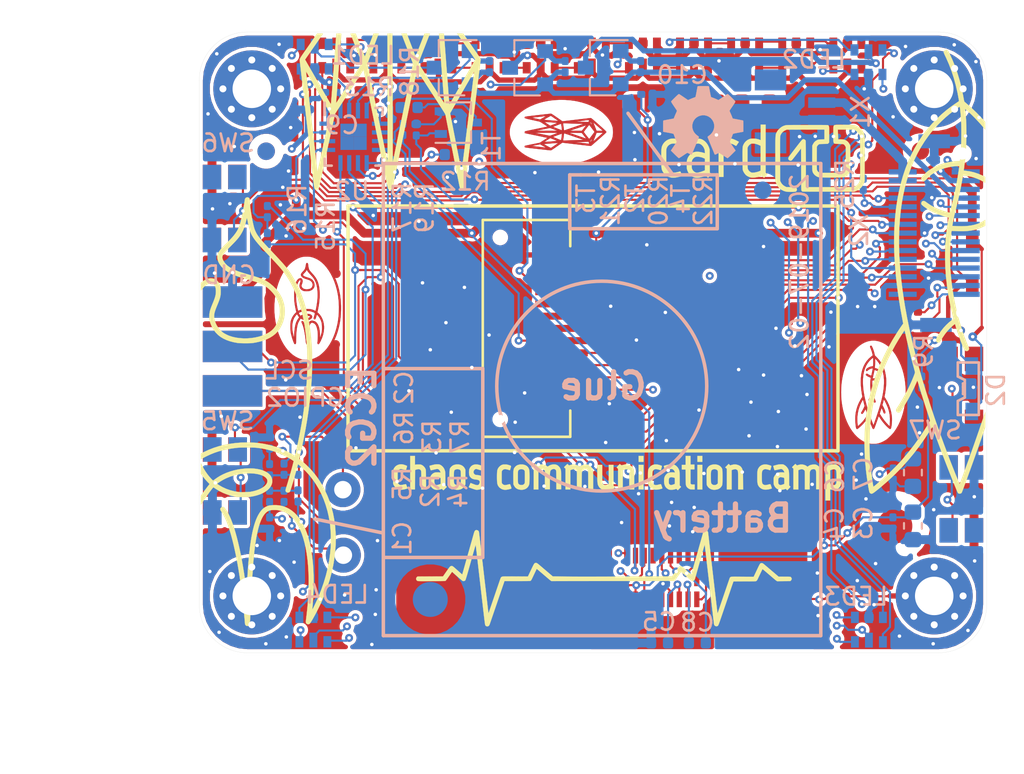
<source format=kicad_pcb>
(kicad_pcb (version 20171130) (host pcbnew "(5.1.6)-1")
  (layers (0 F.Cu signal) (1 In1.Cu jumper) (2 In2.Cu signal) (31 B.Cu signal) (34 B.Paste user hide) (35 F.Paste user hide) (36 B.SilkS user) (37 F.SilkS user hide) (38 B.Mask user hide) (39 F.Mask user hide) (44 Edge.Cuts user))
  (net 0 "")
  (net 1 +BATT)
  (net 2 +3V3)
  (net 3 MAX86150_INT)
  (net 4 +1V8)
  (net 5 "Net-(C2-Pad1)")
  (net 6 "Net-(C1-Pad2)")
  (net 7 "Net-(LED10-Pad4)")
  (net 8 GND)
  (net 9 "Net-(C8-Pad2)")
  (net 10 "Net-(C8-Pad1)")
  (net 11 "Net-(C5-Pad2)")
  (net 12 "Net-(LED11-Pad1)")
  (net 13 "Net-(LED11-Pad6)")
  (net 14 "Net-(LED10-Pad1)")
  (net 15 "Net-(LED4-Pad6)")
  (net 16 "Net-(LED6-Pad6)")
  (net 17 "Net-(LED12-Pad1)")
  (net 18 "Net-(LED3-Pad6)")
  (net 19 "Net-(LED2-Pad6)")
  (net 20 "Net-(LED5-Pad6)")
  (net 21 "Net-(LED1-Pad5)")
  (net 22 "Net-(LED1-Pad6)")
  (net 23 "Net-(LED10-Pad5)")
  (net 24 "Net-(LED10-Pad6)")
  (net 25 RGB_LED_Data)
  (net 26 RGB_LED_CLK)
  (net 27 "Net-(LED12-Pad6)")
  (net 28 "Net-(LED13-Pad6)")
  (net 29 "Net-(LED14-Pad6)")
  (net 30 "Net-(LED10-Pad3)")
  (net 31 "Net-(LED4-Pad1)")
  (net 32 "Net-(LED6-Pad1)")
  (net 33 "Net-(LED3-Pad1)")
  (net 34 "Net-(LED5-Pad1)")
  (net 35 "Net-(LED2-Pad1)")
  (net 36 "Net-(LED1-Pad1)")
  (net 37 "Net-(LED13-Pad1)")
  (net 38 "Net-(LED14-Pad1)")
  (net 39 GPIO5)
  (net 40 PMIC_nEN)
  (net 41 GPIO3)
  (net 42 "Net-(LED2-Pad5)")
  (net 43 "Net-(LED8-Pad1)")
  (net 44 "Net-(LED7-Pad1)")
  (net 45 "Net-(LED7-Pad6)")
  (net 46 "Net-(LED8-Pad6)")
  (net 47 SCL_1V8)
  (net 48 SDA_1V8)
  (net 49 GPIO2)
  (net 50 SDA_3V3)
  (net 51 GPIO4)
  (net 52 SPI_SCK)
  (net 53 SPI_MOSI)
  (net 54 SPI_CS)
  (net 55 PMIC_GPIO)
  (net 56 ECG_P_SWITCHED_WRIST)
  (net 57 ECG_N)
  (net 58 SCL_3V3)
  (net 59 GPIO1)
  (net 60 IO-E-P7)
  (net 61 IO-E-P6)
  (net 62 IO-E-P5)
  (net 63 IO-E-P4)
  (net 64 IO-E-P3)
  (net 65 IO-E-P2)
  (net 66 IO-E-P1)
  (net 67 IO-E-P0)
  (net 68 VSYS)
  (net 69 GPIO6-MISO)
  (net 70 "Net-(Disp1-Pad11)")
  (net 71 "Net-(D3-Pad1)")
  (net 72 "Net-(H2-Pad1)")
  (net 73 "Net-(H3-Pad1)")
  (net 74 "Net-(R2-Pad2)")
  (net 75 "Net-(R2-Pad1)")
  (net 76 "Net-(R3-Pad2)")
  (net 77 "Net-(R3-Pad1)")
  (net 78 "Net-(R10-Pad2)")
  (net 79 "Net-(R11-Pad2)")
  (net 80 "Net-(R13-Pad1)")
  (net 81 "Net-(R18-Pad1)")
  (net 82 "Net-(D1-Pad1)")
  (module badge:artwork-top (layer F.Cu) (at 149.5 87.4)
    (fp_text reference LOGO3 hide)
    (fp_text value Logo_Open_Hardware_Large hide)
  )
  (module badge:artwork-top-2 (layer F.Cu) (at 150.49 86.5)
    (fp_text reference LOGO2 hide)
    (fp_text value Logo_Open_Hardware_Large hide)
    (fp_poly (pts (xy -5.862525 -4.180525) (xy -5.837329 -4.331276) (xy -5.793681 -4.476848) (xy -5.730227 -4.622718) (xy -5.713149 -4.656011) (xy -5.613556 -4.821088) (xy -5.493187 -4.977498) (xy -5.352159 -5.125139) (xy -5.190586 -5.263908) (xy -5.008584 -5.393703) (xy -4.806269 -5.514421) (xy -4.668356 -5.585804) (xy -4.404883 -5.702605) (xy -4.131756 -5.799444) (xy -3.84873 -5.87637) (xy -3.555558 -5.933435) (xy -3.251995 -5.970687) (xy -2.937795 -5.988176) (xy -2.681511 -5.988042) (xy -2.461528 -5.97889) (xy -2.256715 -5.962032) (xy -2.06075 -5.936661) (xy -1.867305 -5.901974) (xy -1.688089 -5.861623) (xy -1.445823 -5.794401) (xy -1.215711 -5.714915) (xy -0.998622 -5.623861) (xy -0.795425 -5.521934) (xy -0.60699 -5.409832) (xy -0.434185 -5.288251) (xy -0.277879 -5.157887) (xy -0.138942 -5.019435) (xy -0.018243 -4.873594) (xy 0.083349 -4.721058) (xy 0.164965 -4.562525) (xy 0.225736 -4.39869) (xy 0.249295 -4.309512) (xy 0.263273 -4.228813) (xy 0.272542 -4.134815) (xy 0.276837 -4.035513) (xy 0.275893 -3.938901) (xy 0.269444 -3.852976) (xy 0.26538 -3.824089) (xy 0.225584 -3.652206) (xy 0.163773 -3.48507) (xy 0.080049 -3.322898) (xy -0.025485 -3.165902) (xy -0.085646 -3.090312) (xy -0.226743 -2.938795) (xy -0.386964 -2.797383) (xy -0.564976 -2.666624) (xy -0.759447 -2.547065) (xy -0.969045 -2.439257) (xy -1.192437 -2.343747) (xy -1.428291 -2.261085) (xy -1.675274 -2.191819) (xy -1.932055 -2.136497) (xy -2.197301 -2.095669) (xy -2.469678 -2.069883) (xy -2.577832 -2.06401) (xy -2.793217 -2.06102) (xy -2.793217 -2.175957) (xy -2.533105 -2.183227) (xy -2.27777 -2.204789) (xy -2.028434 -2.240075) (xy -1.786323 -2.288513) (xy -1.552659 -2.349536) (xy -1.328669 -2.422573) (xy -1.115574 -2.507055) (xy -0.9146 -2.602412) (xy -0.72697 -2.708076) (xy -0.553908 -2.823476) (xy -0.396639 -2.948043) (xy -0.256387 -3.081208) (xy -0.134374 -3.222402) (xy -0.031827 -3.371053) (xy 0.0335 -3.491067) (xy 0.078884 -3.591777) (xy 0.11218 -3.683394) (xy 0.134775 -3.772464) (xy 0.148059 -3.865536) (xy 0.153417 -3.969157) (xy 0.153116 -4.055512) (xy 0.151156 -4.128937) (xy 0.148233 -4.18552) (xy 0.143663 -4.230997) (xy 0.136759 -4.271101) (xy 0.126833 -4.311567) (xy 0.119342 -4.337734) (xy 0.079763 -4.449897) (xy 0.026813 -4.567769) (xy -0.035407 -4.682759) (xy -0.077466 -4.749778) (xy -0.117539 -4.803844) (xy -0.171321 -4.867774) (xy -0.234795 -4.937449) (xy -0.30394 -5.008754) (xy -0.37474 -5.07757) (xy -0.443174 -5.13978) (xy -0.505225 -5.191266) (xy -0.517602 -5.200731) (xy -0.70558 -5.32914) (xy -0.91133 -5.445946) (xy -1.132775 -5.550311) (xy -1.367841 -5.641399) (xy -1.614452 -5.71837) (xy -1.870532 -5.780388) (xy -2.026756 -5.809886) (xy -2.304306 -5.847374) (xy -2.590653 -5.867989) (xy -2.880423 -5.871729) (xy -3.168243 -5.85859) (xy -3.448739 -5.828571) (xy -3.564818 -5.810632) (xy -3.829165 -5.756953) (xy -4.085102 -5.687349) (xy -4.330411 -5.602663) (xy -4.562872 -5.503736) (xy -4.780269 -5.391411) (xy -4.957751 -5.281884) (xy -5.127132 -5.158739) (xy -5.275295 -5.030526) (xy -5.403252 -4.896147) (xy -5.512011 -4.754506) (xy -5.602581 -4.604506) (xy -5.629017 -4.552223) (xy -5.691834 -4.398852) (xy -5.732786 -4.245853) (xy -5.752587 -4.093822) (xy -5.751949 -3.943357) (xy -5.731584 -3.795053) (xy -5.692205 -3.649509) (xy -5.634525 -3.507321) (xy -5.559255 -3.369087) (xy -5.467109 -3.235403) (xy -5.358799 -3.106866) (xy -5.235037 -2.984074) (xy -5.096536 -2.867624) (xy -4.944009 -2.758112) (xy -4.778167 -2.656136) (xy -4.599725 -2.562293) (xy -4.409393 -2.47718) (xy -4.207885 -2.401393) (xy -3.995913 -2.33553) (xy -3.774189 -2.280189) (xy -3.543426 -2.235965) (xy -3.304337 -2.203456) (xy -3.057635 -2.18326) (xy -2.80403 -2.175972) (xy -2.793217 -2.175957) (xy -2.793217 -2.06102) (xy -2.875319 -2.05988) (xy -3.167594 -2.073017) (xy -3.453268 -2.103044) (xy -3.730951 -2.149584) (xy -3.999253 -2.212259) (xy -4.256785 -2.290692) (xy -4.502159 -2.384505) (xy -4.733984 -2.493323) (xy -4.950871 -2.616767) (xy -5.151431 -2.754461) (xy -5.168317 -2.767297) (xy -5.229259 -2.817161) (xy -5.297178 -2.877999) (xy -5.367859 -2.945561) (xy -5.437088 -3.0156) (xy -5.500649 -3.083867) (xy -5.554328 -3.146113) (xy -5.589601 -3.191912) (xy -5.688164 -3.345927) (xy -5.76487 -3.499524) (xy -5.820333 -3.654506) (xy -5.855164 -3.812673) (xy -5.869975 -3.975829) (xy -5.870622 -4.019117) (xy -5.862525 -4.180525)) (layer F.Cu) (width 0.01))
    (fp_poly (pts (xy -17.199475 2.977475) (xy -17.048724 3.002671) (xy -16.903152 3.046319) (xy -16.757282 3.109773) (xy -16.723989 3.126851) (xy -16.558912 3.226444) (xy -16.402502 3.346813) (xy -16.254861 3.487841) (xy -16.116092 3.649414) (xy -15.986297 3.831416) (xy -15.865579 4.033731) (xy -15.794196 4.171644) (xy -15.677395 4.435117) (xy -15.580556 4.708244) (xy -15.50363 4.99127) (xy -15.446565 5.284442) (xy -15.409313 5.588005) (xy -15.391824 5.902205) (xy -15.391958 6.158489) (xy -15.40111 6.378472) (xy -15.417968 6.583285) (xy -15.443339 6.77925) (xy -15.478026 6.972695) (xy -15.518377 7.151911) (xy -15.585599 7.394177) (xy -15.665085 7.624289) (xy -15.756139 7.841378) (xy -15.858066 8.044575) (xy -15.970168 8.23301) (xy -16.091749 8.405815) (xy -16.222113 8.562121) (xy -16.360565 8.701058) (xy -16.506406 8.821757) (xy -16.658942 8.923349) (xy -16.817475 9.004965) (xy -16.98131 9.065736) (xy -17.070488 9.089295) (xy -17.151187 9.103273) (xy -17.245185 9.112542) (xy -17.344487 9.116837) (xy -17.441099 9.115893) (xy -17.527024 9.109444) (xy -17.555911 9.10538) (xy -17.727794 9.065584) (xy -17.89493 9.003773) (xy -18.057102 8.920049) (xy -18.214098 8.814515) (xy -18.289688 8.754354) (xy -18.441205 8.613257) (xy -18.582617 8.453036) (xy -18.713376 8.275024) (xy -18.832935 8.080553) (xy -18.940743 7.870955) (xy -19.036253 7.647563) (xy -19.118915 7.411709) (xy -19.188181 7.164726) (xy -19.243503 6.907945) (xy -19.284331 6.642699) (xy -19.310117 6.370322) (xy -19.31599 6.262168) (xy -19.31898 6.046783) (xy -19.204043 6.046783) (xy -19.196773 6.306895) (xy -19.175211 6.56223) (xy -19.139925 6.811566) (xy -19.091487 7.053677) (xy -19.030464 7.287341) (xy -18.957427 7.511331) (xy -18.872945 7.724426) (xy -18.777588 7.9254) (xy -18.671924 8.11303) (xy -18.556524 8.286092) (xy -18.431957 8.443361) (xy -18.298792 8.583613) (xy -18.157598 8.705626) (xy -18.008947 8.808173) (xy -17.888933 8.8735) (xy -17.788223 8.918884) (xy -17.696606 8.95218) (xy -17.607536 8.974775) (xy -17.514464 8.988059) (xy -17.410843 8.993417) (xy -17.324488 8.993116) (xy -17.251063 8.991156) (xy -17.19448 8.988233) (xy -17.149003 8.983663) (xy -17.108899 8.976759) (xy -17.068433 8.966833) (xy -17.042266 8.959342) (xy -16.930103 8.919763) (xy -16.812231 8.866813) (xy -16.697241 8.804593) (xy -16.630222 8.762534) (xy -16.576156 8.722461) (xy -16.512226 8.668679) (xy -16.442551 8.605205) (xy -16.371246 8.53606) (xy -16.30243 8.46526) (xy -16.24022 8.396826) (xy -16.188734 8.334775) (xy -16.179269 8.322398) (xy -16.05086 8.13442) (xy -15.934054 7.92867) (xy -15.829689 7.707225) (xy -15.738601 7.472159) (xy -15.66163 7.225548) (xy -15.599612 6.969468) (xy -15.570114 6.813244) (xy -15.532626 6.535694) (xy -15.512011 6.249347) (xy -15.508271 5.959577) (xy -15.52141 5.671757) (xy -15.551429 5.391261) (xy -15.569368 5.275182) (xy -15.623047 5.010835) (xy -15.692651 4.754898) (xy -15.777337 4.509589) (xy -15.876264 4.277128) (xy -15.988589 4.059731) (xy -16.098116 3.882249) (xy -16.221261 3.712868) (xy -16.349474 3.564705) (xy -16.483853 3.436748) (xy -16.625494 3.327989) (xy -16.775494 3.237419) (xy -16.827777 3.210983) (xy -16.981148 3.148166) (xy -17.134147 3.107214) (xy -17.286178 3.087413) (xy -17.436643 3.088051) (xy -17.584947 3.108416) (xy -17.730491 3.147795) (xy -17.872679 3.205475) (xy -18.010913 3.280745) (xy -18.144597 3.372891) (xy -18.273134 3.481201) (xy -18.395926 3.604963) (xy -18.512376 3.743464) (xy -18.621888 3.895991) (xy -18.723864 4.061833) (xy -18.817707 4.240275) (xy -18.90282 4.430607) (xy -18.978607 4.632115) (xy -19.04447 4.844087) (xy -19.099811 5.065811) (xy -19.144035 5.296574) (xy -19.176544 5.535663) (xy -19.19674 5.782365) (xy -19.204028 6.03597) (xy -19.204043 6.046783) (xy -19.31898 6.046783) (xy -19.32012 5.964681) (xy -19.306983 5.672406) (xy -19.276956 5.386732) (xy -19.230416 5.109049) (xy -19.167741 4.840747) (xy -19.089308 4.583215) (xy -18.995495 4.337841) (xy -18.886677 4.106016) (xy -18.763233 3.889129) (xy -18.625539 3.688569) (xy -18.612703 3.671683) (xy -18.562839 3.610741) (xy -18.502001 3.542822) (xy -18.434439 3.472141) (xy -18.3644 3.402912) (xy -18.296133 3.339351) (xy -18.233887 3.285672) (xy -18.188088 3.250399) (xy -18.034073 3.151836) (xy -17.880476 3.07513) (xy -17.725494 3.019667) (xy -17.567327 2.984836) (xy -17.404171 2.970025) (xy -17.360883 2.969378) (xy -17.199475 2.977475)) (layer F.Cu) (width 0.01))
    (fp_poly (pts (xy -3.379289 -5.075877) (xy -3.354358 -5.063825) (xy -3.318024 -5.042571) (xy -3.268891 -5.011232) (xy -3.205562 -4.968922) (xy -3.126641 -4.914755) (xy -3.049901 -4.861282) (xy -2.737555 -4.642563) (xy -1.936044 -4.736945) (xy -1.80348 -4.752519) (xy -1.677119 -4.767296) (xy -1.558803 -4.781064) (xy -1.45038 -4.793612) (xy -1.353692 -4.804728) (xy -1.270584 -4.814201) (xy -1.202902 -4.82182) (xy -1.152489 -4.827372) (xy -1.121191 -4.830647) (xy -1.111182 -4.831485) (xy -1.097 -4.823932) (xy -1.06691 -4.801547) (xy -1.021545 -4.764865) (xy -0.961537 -4.714421) (xy -0.887519 -4.65075) (xy -0.800125 -4.574386) (xy -0.699987 -4.485866) (xy -0.656804 -4.44744) (xy -0.558958 -4.36009) (xy -0.476774 -4.286369) (xy -0.408945 -4.225019) (xy -0.354162 -4.174778) (xy -0.311119 -4.134385) (xy -0.278508 -4.102579) (xy -0.255019 -4.078099) (xy -0.239347 -4.059684) (xy -0.230183 -4.046074) (xy -0.226218 -4.036007) (xy -0.225777 -4.031867) (xy -0.227579 -4.023128) (xy -0.233867 -4.011595) (xy -0.24597 -3.996006) (xy -0.265213 -3.975096) (xy -0.292924 -3.947602) (xy -0.33043 -3.912259) (xy -0.379057 -3.867804) (xy -0.440132 -3.812972) (xy -0.514982 -3.746501) (xy -0.604934 -3.667126) (xy -0.654169 -3.623804) (xy -0.738202 -3.550012) (xy -0.817413 -3.480648) (xy -0.890126 -3.417165) (xy -0.954668 -3.361016) (xy -1.009363 -3.313655) (xy -1.052535 -3.276534) (xy -1.082511 -3.251108) (xy -1.097615 -3.238828) (xy -1.09881 -3.238016) (xy -1.115902 -3.235785) (xy -1.150296 -3.236486) (xy -1.196942 -3.239871) (xy -1.248973 -3.245463) (xy -1.284724 -3.249802) (xy -1.340437 -3.256461) (xy -1.413648 -3.265151) (xy -1.501892 -3.275581) (xy -1.602706 -3.28746) (xy -1.713626 -3.300498) (xy -1.832187 -3.314405) (xy -1.955924 -3.328891) (xy -2.064181 -3.34154) (xy -2.745473 -3.421077) (xy -3.060328 -3.200672) (xy -3.15223 -3.136706) (xy -3.227465 -3.085209) (xy -3.28753 -3.045233) (xy -3.333918 -3.015832) (xy -3.368125 -2.99606) (xy -3.391645 -2.984971) (xy -3.405973 -2.981619) (xy -3.406325 -2.98163) (xy -3.422759 -2.983098) (xy -3.459645 -2.986874) (xy -3.514999 -2.99274) (xy -3.586837 -3.000482) (xy -3.673174 -3.009882) (xy -3.772027 -3.020724) (xy -3.881411 -3.032792) (xy -3.999342 -3.04587) (xy -4.123835 -3.059742) (xy -4.157568 -3.063511) (xy -4.309204 -3.080567) (xy -4.439737 -3.095481) (xy -4.550519 -3.108437) (xy -4.642907 -3.119612) (xy -4.718253 -3.129189) (xy -4.777913 -3.137348) (xy -4.82324 -3.144268) (xy -4.855589 -3.150132) (xy -4.876313 -3.155119) (xy -4.886768 -3.159409) (xy -4.88835 -3.160926) (xy -4.898237 -3.190484) (xy -4.895782 -3.220517) (xy -4.886645 -3.235211) (xy -4.484262 -3.235211) (xy -4.113264 -3.188127) (xy -4.002401 -3.174103) (xy -3.912015 -3.16279) (xy -3.840194 -3.153982) (xy -3.785028 -3.147471) (xy -3.744603 -3.143049) (xy -3.71701 -3.140508) (xy -3.700336 -3.13964) (xy -3.69267 -3.140238) (xy -3.692101 -3.142094) (xy -3.692407 -3.142381) (xy -3.703304 -3.149108) (xy -3.730394 -3.165081) (xy -3.770283 -3.188319) (xy -3.819575 -3.216841) (xy -3.855155 -3.237336) (xy -4.0132 -3.328222) (xy -4.248731 -3.281716) (xy -4.484262 -3.235211) (xy -4.886645 -3.235211) (xy -4.885266 -3.237428) (xy -4.871352 -3.242169) (xy -4.837786 -3.250689) (xy -4.787074 -3.262438) (xy -4.721723 -3.276864) (xy -4.644238 -3.293414) (xy -4.557126 -3.311539) (xy -4.462894 -3.330685) (xy -4.447478 -3.333775) (xy -4.408973 -3.34148) (xy -3.793066 -3.34148) (xy -3.783675 -3.332842) (xy -3.757947 -3.315782) (xy -3.719546 -3.292347) (xy -3.672139 -3.264584) (xy -3.619392 -3.234541) (xy -3.56497 -3.204265) (xy -3.51254 -3.175803) (xy -3.465767 -3.151202) (xy -3.428317 -3.13251) (xy -3.403856 -3.121774) (xy -3.396565 -3.120049) (xy -3.382185 -3.127505) (xy -3.352357 -3.146022) (xy -3.310074 -3.173635) (xy -3.258327 -3.208379) (xy -3.200108 -3.248289) (xy -3.179153 -3.262839) (xy -3.120826 -3.303694) (xy -3.069526 -3.340063) (xy -3.027884 -3.370044) (xy -2.998532 -3.391733) (xy -2.984103 -3.40323) (xy -2.983086 -3.404539) (xy -2.994909 -3.404775) (xy -3.026031 -3.403339) (xy -3.073384 -3.40047) (xy -3.133903 -3.396406) (xy -3.204522 -3.391386) (xy -3.282173 -3.385649) (xy -3.363791 -3.379434) (xy -3.44631 -3.372979) (xy -3.526662 -3.366523) (xy -3.601782 -3.360305) (xy -3.668603 -3.354564) (xy -3.724058 -3.349537) (xy -3.765082 -3.345465) (xy -3.788609 -3.342585) (xy -3.793066 -3.34148) (xy -4.408973 -3.34148) (xy -4.023801 -3.418553) (xy -3.976888 -3.448756) (xy -2.003777 -3.448756) (xy -1.608666 -3.403161) (xy -1.516843 -3.392652) (xy -1.432342 -3.383149) (xy -1.357729 -3.374928) (xy -1.295566 -3.368264) (xy -1.24842 -3.363431) (xy -1.218852 -3.360707) (xy -1.209401 -3.360278) (xy -1.210553 -3.37142) (xy -1.217949 -3.397166) (xy -1.225575 -3.419517) (xy -1.245902 -3.476044) (xy -1.387773 -3.469772) (xy -1.445175 -3.467396) (xy -1.51862 -3.464599) (xy -1.601581 -3.461615) (xy -1.687532 -3.45868) (xy -1.766711 -3.456128) (xy -2.003777 -3.448756) (xy -3.976888 -3.448756) (xy -3.959352 -3.460045) (xy -3.781777 -3.460045) (xy -3.776133 -3.4544) (xy -3.770488 -3.460045) (xy -3.776133 -3.465689) (xy -3.781777 -3.460045) (xy -3.959352 -3.460045) (xy -3.945185 -3.469166) (xy -3.75673 -3.469166) (xy -3.751421 -3.467344) (xy -3.738447 -3.466628) (xy -3.715652 -3.467096) (xy -3.680875 -3.468827) (xy -3.631959 -3.471899) (xy -3.566745 -3.476392) (xy -3.483074 -3.482384) (xy -3.392311 -3.48897) (xy -3.308052 -3.495232) (xy -3.230694 -3.501238) (xy -3.228584 -3.50141) (xy -1.13488 -3.50141) (xy -1.133793 -3.494981) (xy -1.12601 -3.473408) (xy -1.119198 -3.465759) (xy -1.112108 -3.475555) (xy -1.099311 -3.501685) (xy -1.096841 -3.507417) (xy -0.969841 -3.507417) (xy -0.96961 -3.505139) (xy -0.965192 -3.507007) (xy -0.955185 -3.514223) (xy -0.938191 -3.527991) (xy -0.912809 -3.549514) (xy -0.877639 -3.579994) (xy -0.83128 -3.620636) (xy -0.772333 -3.672641) (xy -0.699396 -3.737214) (xy -0.611071 -3.815556) (xy -0.606777 -3.819367) (xy -0.553981 -3.8664) (xy -0.507419 -3.908219) (xy -0.469563 -3.942574) (xy -0.442886 -3.967217) (xy -0.429859 -3.979899) (xy -0.428977 -3.981071) (xy -0.439631 -3.982393) (xy -0.469055 -3.983507) (xy -0.513439 -3.984333) (xy -0.568976 -3.98479) (xy -0.606777 -3.984852) (xy -0.784577 -3.984726) (xy -0.874888 -3.752639) (xy -0.901449 -3.68433) (xy -0.925343 -3.622778) (xy -0.94532 -3.571212) (xy -0.960131 -3.532861) (xy -0.968525 -3.510952) (xy -0.969841 -3.507417) (xy -1.096841 -3.507417) (xy -1.083072 -3.539359) (xy -1.07554 -3.558053) (xy -1.060466 -3.597517) (xy -1.050538 -3.626107) (xy -1.047102 -3.639797) (xy -1.048212 -3.639828) (xy -1.090144 -3.589666) (xy -1.117373 -3.551894) (xy -1.131689 -3.523485) (xy -1.13488 -3.50141) (xy -3.228584 -3.50141) (xy -3.163224 -3.506736) (xy -3.108628 -3.511474) (xy -3.069896 -3.5152) (xy -3.050014 -3.51766) (xy -3.048423 -3.51802) (xy -3.054366 -3.523141) (xy -3.077526 -3.534946) (xy -3.09867 -3.544711) (xy -2.699067 -3.544711) (xy -2.634861 -3.544711) (xy -2.610323 -3.545093) (xy -2.565845 -3.546184) (xy -2.504052 -3.547907) (xy -2.427568 -3.55018) (xy -2.339017 -3.552926) (xy -2.241023 -3.556064) (xy -2.13621 -3.559516) (xy -2.056167 -3.562213) (xy -1.950753 -3.565845) (xy -1.85251 -3.569319) (xy -1.763688 -3.57255) (xy -1.686537 -3.57545) (xy -1.623306 -3.577935) (xy -1.576246 -3.579918) (xy -1.547606 -3.581313) (xy -1.539429 -3.581968) (xy -1.549335 -3.585954) (xy -1.578618 -3.596556) (xy -1.625296 -3.613083) (xy -1.687386 -3.634842) (xy -1.762902 -3.661142) (xy -1.849863 -3.69129) (xy -1.946283 -3.724594) (xy -2.05018 -3.760362) (xy -2.086201 -3.772737) (xy -2.192355 -3.809079) (xy -2.291912 -3.842955) (xy -2.38286 -3.873694) (xy -2.463188 -3.900627) (xy -2.530883 -3.923083) (xy -2.583935 -3.940393) (xy -2.62033 -3.951886) (xy -2.638057 -3.956892) (xy -2.639466 -3.957008) (xy -2.642291 -3.944907) (xy -2.647242 -3.914407) (xy -2.653726 -3.869524) (xy -2.661148 -3.814274) (xy -2.664847 -3.785427) (xy -2.672825 -3.723269) (xy -2.680371 -3.666281) (xy -2.686792 -3.619563) (xy -2.691397 -3.588216) (xy -2.692526 -3.5814) (xy -2.699067 -3.544711) (xy -3.09867 -3.544711) (xy -3.114112 -3.551842) (xy -3.160336 -3.572237) (xy -3.212408 -3.59454) (xy -3.266537 -3.617157) (xy -3.318935 -3.638496) (xy -3.365812 -3.656966) (xy -3.403379 -3.670973) (xy -3.427844 -3.678926) (xy -3.434277 -3.680143) (xy -3.445755 -3.674349) (xy -3.472172 -3.658608) (xy -3.50963 -3.635421) (xy -3.55423 -3.607286) (xy -3.602075 -3.576704) (xy -3.649266 -3.546173) (xy -3.691904 -3.518192) (xy -3.726091 -3.495262) (xy -3.747929 -3.479881) (xy -3.752991 -3.47581) (xy -3.756534 -3.472014) (xy -3.75673 -3.469166) (xy -3.945185 -3.469166) (xy -3.80765 -3.557708) (xy -3.745981 -3.597539) (xy -3.691341 -3.633078) (xy -3.646364 -3.662591) (xy -3.613686 -3.684342) (xy -3.595944 -3.696597) (xy -3.593505 -3.698659) (xy -3.604612 -3.701198) (xy -3.635889 -3.707877) (xy -3.685393 -3.718292) (xy -3.751179 -3.732038) (xy -3.831303 -3.74871) (xy -3.840345 -3.750586) (xy -3.267118 -3.750586) (xy -3.25975 -3.745182) (xy -3.234979 -3.733056) (xy -3.196428 -3.715706) (xy -3.147722 -3.69463) (xy -3.092487 -3.671325) (xy -3.034346 -3.647288) (xy -2.976924 -3.624018) (xy -2.923847 -3.60301) (xy -2.878738 -3.585763) (xy -2.845222 -3.573774) (xy -2.826925 -3.568541) (xy -2.826268 -3.568463) (xy -2.814008 -3.577006) (xy -2.807343 -3.592689) (xy -2.802301 -3.619549) (xy -2.796251 -3.660272) (xy -2.78972 -3.710111) (xy -2.783239 -3.764322) (xy -2.777336 -3.81816) (xy -2.77254 -3.86688) (xy -2.769379 -3.905736) (xy -2.768383 -3.929984) (xy -2.769118 -3.935637) (xy -2.780435 -3.933169) (xy -2.809217 -3.923878) (xy -2.851876 -3.909096) (xy -2.904824 -3.890157) (xy -2.964474 -3.868393) (xy -3.027238 -3.845139) (xy -3.089528 -3.821728) (xy -3.147756 -3.799491) (xy -3.198334 -3.779764) (xy -3.237675 -3.763878) (xy -3.262191 -3.753168) (xy -3.267118 -3.750586) (xy -3.840345 -3.750586) (xy -3.92382 -3.767904) (xy -4.026786 -3.789215) (xy -4.138256 -3.812239) (xy -4.2418 -3.833586) (xy -4.888088 -3.966717) (xy -4.888088 -3.983052) (xy -4.284133 -3.983052) (xy -3.889022 -3.900429) (xy -3.796468 -3.881222) (xy -3.709888 -3.863535) (xy -3.632019 -3.847907) (xy -3.565595 -3.834874) (xy -3.513352 -3.824975) (xy -3.478027 -3.818746) (xy -3.463037 -3.816725) (xy -3.443157 -3.820386) (xy -3.406161 -3.831223) (xy -3.355868 -3.847961) (xy -3.296098 -3.869323) (xy -3.23067 -3.894037) (xy -3.22597 -3.895862) (xy -3.162286 -3.920765) (xy -3.106107 -3.942977) (xy -3.060717 -3.961178) (xy -3.0294 -3.974052) (xy -3.01544 -3.980278) (xy -3.015074 -3.980528) (xy -3.025142 -3.981333) (xy -3.055795 -3.982057) (xy -3.105042 -3.98269) (xy -3.170889 -3.983221) (xy -3.251343 -3.983639) (xy -3.344414 -3.983933) (xy -3.442238 -3.984083) (xy -2.342444 -3.984083) (xy -1.873955 -3.821951) (xy -1.775909 -3.788063) (xy -1.684426 -3.756527) (xy -1.601717 -3.728099) (xy -1.529989 -3.703533) (xy -1.471452 -3.683585) (xy -1.428314 -3.669012) (xy -1.402786 -3.660567) (xy -1.396602 -3.65871) (xy -1.394015 -3.665703) (xy -1.398981 -3.677356) (xy -1.409615 -3.692737) (xy -1.431602 -3.722255) (xy -1.462249 -3.762369) (xy -1.498864 -3.809541) (xy -1.521367 -3.838222) (xy -1.632511 -3.979334) (xy -1.987477 -3.981708) (xy -2.342444 -3.984083) (xy -3.442238 -3.984083) (xy -3.448108 -3.984092) (xy -3.560433 -3.984105) (xy -3.647251 -3.984015) (xy -4.284133 -3.983052) (xy -4.888088 -3.983052) (xy -4.888088 -4.014693) (xy -4.886492 -4.035587) (xy -1.516474 -4.035587) (xy -1.509895 -4.022753) (xy -1.491772 -3.995926) (xy -1.464524 -3.958215) (xy -1.430573 -3.912733) (xy -1.392337 -3.86259) (xy -1.352236 -3.810897) (xy -1.312691 -3.760766) (xy -1.276122 -3.715308) (xy -1.244948 -3.677634) (xy -1.221589 -3.650856) (xy -1.208466 -3.638083) (xy -1.206802 -3.637469) (xy -1.197673 -3.647069) (xy -1.177176 -3.672139) (xy -1.147395 -3.710016) (xy -1.110415 -3.758037) (xy -1.068318 -3.813539) (xy -1.050453 -3.837317) (xy -1.007406 -3.894849) (xy -0.969318 -3.945906) (xy -0.938134 -3.987865) (xy -0.915802 -4.018106) (xy -0.904267 -4.034008) (xy -0.903111 -4.035778) (xy -0.909627 -4.045955) (xy -0.92757 -4.070807) (xy -0.954526 -4.107172) (xy -0.988085 -4.151884) (xy -1.025834 -4.201779) (xy -1.065362 -4.253694) (xy -1.104256 -4.304463) (xy -1.140106 -4.350922) (xy -1.170499 -4.389908) (xy -1.193024 -4.418256) (xy -1.205269 -4.432801) (xy -1.206659 -4.434039) (xy -1.215878 -4.42652) (xy -1.236128 -4.403975) (xy -1.264989 -4.369515) (xy -1.300044 -4.32625) (xy -1.338874 -4.277291) (xy -1.379061 -4.225746) (xy -1.418187 -4.174727) (xy -1.453833 -4.127344) (xy -1.483582 -4.086706) (xy -1.505014 -4.055924) (xy -1.515711 -4.038109) (xy -1.516474 -4.035587) (xy -4.886492 -4.035587) (xy -4.885707 -4.045858) (xy -4.879739 -4.066389) (xy -4.877061 -4.069483) (xy -4.864256 -4.072956) (xy -4.831339 -4.08052) (xy -4.780317 -4.091746) (xy -4.714255 -4.10598) (xy -4.2164 -4.10598) (xy -4.209786 -4.104924) (xy -4.182552 -4.103888) (xy -4.136655 -4.102893) (xy -4.074054 -4.101964) (xy -3.996706 -4.101122) (xy -3.906568 -4.10039) (xy -3.805599 -4.099792) (xy -3.695756 -4.099349) (xy -3.630318 -4.099176) (xy -3.515636 -4.099007) (xy -3.408174 -4.098996) (xy -3.309969 -4.099136) (xy -3.223058 -4.099415) (xy -3.149478 -4.099823) (xy -3.091267 -4.100351) (xy -3.050461 -4.100989) (xy -3.029098 -4.101725) (xy -3.026363 -4.10216) (xy -3.035341 -4.106153) (xy -2.302933 -4.106153) (xy -2.296387 -4.104522) (xy -2.269816 -4.102984) (xy -2.225775 -4.101597) (xy -2.166814 -4.100417) (xy -2.095489 -4.099502) (xy -2.014352 -4.098909) (xy -1.973424 -4.098758) (xy -1.626982 -4.097867) (xy -1.506889 -4.25128) (xy -1.468008 -4.301559) (xy -1.434943 -4.345489) (xy -1.409848 -4.380111) (xy -1.394878 -4.402466) (xy -1.391676 -4.409573) (xy -1.402652 -4.406828) (xy -1.432333 -4.397726) (xy -1.478039 -4.383158) (xy -1.537095 -4.364016) (xy -1.60682 -4.341192) (xy -1.684538 -4.315577) (xy -1.76757 -4.288063) (xy -1.853239 -4.259542) (xy -1.938865 -4.230905) (xy -2.021772 -4.203045) (xy -2.099282 -4.176852) (xy -2.168715 -4.153219) (xy -2.227395 -4.133037) (xy -2.272643 -4.117197) (xy -2.301781 -4.106593) (xy -2.302933 -4.106153) (xy -3.035341 -4.106153) (xy -3.037891 -4.107287) (xy -3.067281 -4.119068) (xy -3.111255 -4.136227) (xy -3.166536 -4.157486) (xy -3.229845 -4.181569) (xy -3.240177 -4.185476) (xy -3.449287 -4.264499) (xy -3.821554 -4.187987) (xy -3.91102 -4.169574) (xy -3.994101 -4.152428) (xy -4.068035 -4.137123) (xy -4.13006 -4.124232) (xy -4.177413 -4.114329) (xy -4.207333 -4.107987) (xy -4.2164 -4.10598) (xy -4.714255 -4.10598) (xy -4.713201 -4.106207) (xy -4.631999 -4.123476) (xy -4.53872 -4.143124) (xy -4.435372 -4.164724) (xy -4.323964 -4.187847) (xy -4.236417 -4.205914) (xy -4.120331 -4.229829) (xy -4.010823 -4.252423) (xy -3.909896 -4.273278) (xy -3.819556 -4.291981) (xy -3.741806 -4.308114) (xy -3.678652 -4.321261) (xy -3.665304 -4.324056) (xy -3.262488 -4.324056) (xy -3.252527 -4.318612) (xy -3.225032 -4.306584) (xy -3.183585 -4.289376) (xy -3.13177 -4.268394) (xy -3.07317 -4.245043) (xy -3.011367 -4.220729) (xy -2.949943 -4.196856) (xy -2.892483 -4.17483) (xy -2.842568 -4.156056) (xy -2.803781 -4.141938) (xy -2.779706 -4.133884) (xy -2.774244 -4.132563) (xy -2.767766 -4.141432) (xy -2.766088 -4.157134) (xy -2.767715 -4.179165) (xy -2.771835 -4.216356) (xy -2.77778 -4.263931) (xy -2.78488 -4.317114) (xy -2.792467 -4.371125) (xy -2.799872 -4.42119) (xy -2.806426 -4.462531) (xy -2.811461 -4.490371) (xy -2.814074 -4.499883) (xy -2.825656 -4.497602) (xy -2.854332 -4.488176) (xy -2.896346 -4.473075) (xy -2.947945 -4.453773) (xy -3.005373 -4.43174) (xy -3.064877 -4.408451) (xy -3.122701 -4.385376) (xy -3.175091 -4.363988) (xy -3.218292 -4.34576) (xy -3.24855 -4.332163) (xy -3.26211 -4.324669) (xy -3.262488 -4.324056) (xy -3.665304 -4.324056) (xy -3.632098 -4.331009) (xy -3.604148 -4.336939) (xy -3.596598 -4.338633) (xy -3.602702 -4.345296) (xy -3.625378 -4.362297) (xy -3.662116 -4.387907) (xy -3.710406 -4.420398) (xy -3.767736 -4.45804) (xy -3.803924 -4.481412) (xy -3.993958 -4.603436) (xy -3.754105 -4.603436) (xy -3.746738 -4.59626) (xy -3.723951 -4.579501) (xy -3.689446 -4.555583) (xy -3.646922 -4.526932) (xy -3.600081 -4.495972) (xy -3.552622 -4.465127) (xy -3.508246 -4.436823) (xy -3.470654 -4.413483) (xy -3.443546 -4.397533) (xy -3.430623 -4.391397) (xy -3.430478 -4.391389) (xy -3.418262 -4.395366) (xy -3.388485 -4.406433) (xy -3.344545 -4.423287) (xy -3.289841 -4.444625) (xy -3.22777 -4.469143) (xy -3.227278 -4.469339) (xy -3.166982 -4.493918) (xy -3.115972 -4.515916) (xy -3.083763 -4.530903) (xy -2.69625 -4.530903) (xy -2.696034 -4.519699) (xy -2.693298 -4.490501) (xy -2.688591 -4.447683) (xy -2.68246 -4.39562) (xy -2.675453 -4.338686) (xy -2.668118 -4.281256) (xy -2.661002 -4.227703) (xy -2.654654 -4.182403) (xy -2.649621 -4.149729) (xy -2.646615 -4.134556) (xy -2.640662 -4.121707) (xy -2.639132 -4.120766) (xy -2.628145 -4.124338) (xy -2.59779 -4.134475) (xy -2.550082 -4.150496) (xy -2.487038 -4.171722) (xy -2.410673 -4.197474) (xy -2.323003 -4.227073) (xy -2.226045 -4.259838) (xy -2.121814 -4.29509) (xy -2.088444 -4.306382) (xy -1.982908 -4.342201) (xy -1.884494 -4.375803) (xy -1.795148 -4.406507) (xy -1.71682 -4.433636) (xy -1.651457 -4.45651) (xy -1.601007 -4.47445) (xy -1.567418 -4.486777) (xy -1.552639 -4.492812) (xy -1.552222 -4.493307) (xy -1.566704 -4.494184) (xy -1.600784 -4.495655) (xy -1.651861 -4.497636) (xy -1.717335 -4.50004) (xy -1.794606 -4.502783) (xy -1.881074 -4.505778) (xy -1.974138 -4.50894) (xy -2.0712 -4.512185) (xy -2.169658 -4.515426) (xy -2.266912 -4.518578) (xy -2.360363 -4.521555) (xy -2.44741 -4.524273) (xy -2.525454 -4.526645) (xy -2.591893 -4.528587) (xy -2.644129 -4.530012) (xy -2.679561 -4.530835) (xy -2.695589 -4.530972) (xy -2.69625 -4.530903) (xy -3.083763 -4.530903) (xy -3.077152 -4.533979) (xy -3.053428 -4.54675) (xy -3.047702 -4.552874) (xy -3.048 -4.553003) (xy -3.064007 -4.555528) (xy -3.06414 -4.555542) (xy -1.134004 -4.555542) (xy -1.122939 -4.528999) (xy -1.098698 -4.493277) (xy -1.076494 -4.464559) (xy -1.060201 -4.445403) (xy -1.053798 -4.440127) (xy -1.056055 -4.4513) (xy -1.064729 -4.478199) (xy -1.078077 -4.5155) (xy -1.081382 -4.524348) (xy -1.096752 -4.562886) (xy -1.099261 -4.568386) (xy -0.966933 -4.568386) (xy -0.963858 -4.557478) (xy -0.95353 -4.528635) (xy -0.937092 -4.484881) (xy -0.91569 -4.429239) (xy -0.890465 -4.364733) (xy -0.877364 -4.331579) (xy -0.784699 -4.097867) (xy -0.435056 -4.097867) (xy -0.468706 -4.130865) (xy -0.489882 -4.150805) (xy -0.523194 -4.181167) (xy -0.566104 -4.219721) (xy -0.616071 -4.264238) (xy -0.670558 -4.312487) (xy -0.727023 -4.36224) (xy -0.782929 -4.411265) (xy -0.835737 -4.457333) (xy -0.882906 -4.498215) (xy -0.921897 -4.53168) (xy -0.950173 -4.5555) (xy -0.965192 -4.567443) (xy -0.966933 -4.568386) (xy -1.099261 -4.568386) (xy -1.10984 -4.591571) (xy -1.118248 -4.605243) (xy -1.119198 -4.605723) (xy -1.127001 -4.596307) (xy -1.133525 -4.577641) (xy -1.134004 -4.555542) (xy -3.06414 -4.555542) (xy -3.098561 -4.559153) (xy -3.148338 -4.563643) (xy -3.210014 -4.568759) (xy -3.280267 -4.574263) (xy -3.355772 -4.579919) (xy -3.433208 -4.585489) (xy -3.50925 -4.590736) (xy -3.580575 -4.595423) (xy -3.64386 -4.599311) (xy -3.695782 -4.602164) (xy -3.733017 -4.603745) (xy -3.752242 -4.603815) (xy -3.754105 -4.603436) (xy -3.993958 -4.603436) (xy -4.021452 -4.62109) (xy -4.037873 -4.624702) (xy -1.919323 -4.624702) (xy -1.919111 -4.624491) (xy -1.90855 -4.622171) (xy -1.887414 -4.620062) (xy -1.854051 -4.618111) (xy -1.806811 -4.616267) (xy -1.744041 -4.614475) (xy -1.664091 -4.612685) (xy -1.565308 -4.610843) (xy -1.446041 -4.608898) (xy -1.410443 -4.608353) (xy -1.246087 -4.605867) (xy -1.228037 -4.662311) (xy -1.218133 -4.695125) (xy -1.215712 -4.711846) (xy -1.220837 -4.717704) (xy -1.228704 -4.718149) (xy -1.2544 -4.716239) (xy -1.296339 -4.711866) (xy -1.351337 -4.705461) (xy -1.416211 -4.697458) (xy -1.487779 -4.688287) (xy -1.562857 -4.67838) (xy -1.638262 -4.668169) (xy -1.710812 -4.658086) (xy -1.777323 -4.648563) (xy -1.834613 -4.640031) (xy -1.879498 -4.632922) (xy -1.908795 -4.627669) (xy -1.919323 -4.624702) (xy -4.037873 -4.624702) (xy -4.446013 -4.714473) (xy -4.526766 -4.732324) (xy -3.787819 -4.732324) (xy -3.775471 -4.729951) (xy -3.74328 -4.726082) (xy -3.693915 -4.720974) (xy -3.630044 -4.714883) (xy -3.554334 -4.708068) (xy -3.469453 -4.700783) (xy -3.40632 -4.695569) (xy -3.296199 -4.686613) (xy -3.206552 -4.679351) (xy -3.135346 -4.673669) (xy -3.08055 -4.669455) (xy -3.040131 -4.666594) (xy -3.012059 -4.664974) (xy -2.9943 -4.664481) (xy -2.984824 -4.665001) (xy -2.981598 -4.666423) (xy -2.98259 -4.668631) (xy -2.985768 -4.671513) (xy -2.986475 -4.672149) (xy -3.00245 -4.684722) (xy -3.032665 -4.706711) (xy -3.073823 -4.735857) (xy -3.122623 -4.769903) (xy -3.175767 -4.806591) (xy -3.229957 -4.843663) (xy -3.281894 -4.878863) (xy -3.328278 -4.909932) (xy -3.365811 -4.934613) (xy -3.391194 -4.950647) (xy -3.400975 -4.955822) (xy -3.414733 -4.950551) (xy -3.443421 -4.936104) (xy -3.483484 -4.914538) (xy -3.531366 -4.887905) (xy -3.583513 -4.858261) (xy -3.636367 -4.82766) (xy -3.686373 -4.798155) (xy -3.729977 -4.771802) (xy -3.763622 -4.750654) (xy -3.783752 -4.736765) (xy -3.787819 -4.732324) (xy -4.526766 -4.732324) (xy -4.558198 -4.739272) (xy -4.650268 -4.760023) (xy -4.724194 -4.777361) (xy -4.781948 -4.791916) (xy -4.825502 -4.804322) (xy -4.856827 -4.815211) (xy -4.877897 -4.825216) (xy -4.890683 -4.834968) (xy -4.897156 -4.8451) (xy -4.898781 -4.853591) (xy -4.4704 -4.853591) (xy -4.468245 -4.851012) (xy -4.44669 -4.844408) (xy -4.408416 -4.83446) (xy -4.356105 -4.821849) (xy -4.292438 -4.807255) (xy -4.255911 -4.799148) (xy -4.0132 -4.745844) (xy -3.8468 -4.841537) (xy -3.792383 -4.873054) (xy -3.745748 -4.900488) (xy -3.710013 -4.921972) (xy -3.688298 -4.935633) (xy -3.683111 -4.93967) (xy -3.694552 -4.939) (xy -3.725807 -4.935987) (xy -3.774269 -4.930911) (xy -3.837326 -4.924056) (xy -3.91237 -4.915705) (xy -3.996791 -4.90614) (xy -4.064 -4.89842) (xy -4.155093 -4.887958) (xy -4.239971 -4.878326) (xy -4.315788 -4.86984) (xy -4.379694 -4.862814) (xy -4.428841 -4.85756) (xy -4.460381 -4.854395) (xy -4.4704 -4.853591) (xy -4.898781 -4.853591) (xy -4.899289 -4.856244) (xy -4.899377 -4.859867) (xy -4.893216 -4.878448) (xy -4.884285 -4.893125) (xy -4.878974 -4.897584) (xy -4.868586 -4.902075) (xy -4.851533 -4.906823) (xy -4.826224 -4.912049) (xy -4.79107 -4.917976) (xy -4.744482 -4.924829) (xy -4.68487 -4.932829) (xy -4.610644 -4.9422) (xy -4.520216 -4.953166) (xy -4.411994 -4.965948) (xy -4.284391 -4.980771) (xy -4.147685 -4.996496) (xy -4.02166 -5.010897) (xy -3.901648 -5.024514) (xy -3.789634 -5.037128) (xy -3.687602 -5.04852) (xy -3.597535 -5.058472) (xy -3.521418 -5.066765) (xy -3.461234 -5.07318) (xy -3.418968 -5.077497) (xy -3.396603 -5.079499) (xy -3.394212 -5.079614) (xy -3.379289 -5.075877)) (layer F.Cu) (width 0.01))
    (fp_poly (pts (xy -17.307383 3.461262) (xy -17.287998 3.483434) (xy -17.275011 3.523288) (xy -17.267627 3.577345) (xy -17.25719 3.662007) (xy -17.241884 3.740855) (xy -17.222983 3.808596) (xy -17.201758 3.859937) (xy -17.198133 3.866444) (xy -17.181506 3.889977) (xy -17.152576 3.92597) (xy -17.114622 3.970542) (xy -17.070921 4.019812) (xy -17.040808 4.052711) (xy -16.946985 4.158669) (xy -16.86999 4.25707) (xy -16.807362 4.352093) (xy -16.75664 4.447919) (xy -16.715364 4.548725) (xy -16.681074 4.658691) (xy -16.678542 4.668073) (xy -16.642412 4.837202) (xy -16.619698 5.022238) (xy -16.610336 5.22097) (xy -16.614266 5.431192) (xy -16.631427 5.650693) (xy -16.661755 5.877266) (xy -16.705191 6.108702) (xy -16.720608 6.178052) (xy -16.743401 6.277038) (xy -16.686493 6.328203) (xy -16.595874 6.424357) (xy -16.51846 6.536777) (xy -16.455245 6.66274) (xy -16.407222 6.799521) (xy -16.375387 6.944395) (xy -16.360732 7.094639) (xy -16.362074 7.217344) (xy -16.380711 7.391511) (xy -16.416044 7.5589) (xy -16.469425 7.724489) (xy -16.542206 7.893255) (xy -16.549822 7.908908) (xy -16.587801 7.984114) (xy -16.618898 8.039919) (xy -16.644659 8.077865) (xy -16.666632 8.099498) (xy -16.686363 8.106361) (xy -16.7054 8.099997) (xy -16.724316 8.083035) (xy -16.735799 8.065797) (xy -16.740056 8.043288) (xy -16.738133 8.008111) (xy -16.736697 7.995546) (xy -16.722704 7.848357) (xy -16.715957 7.70148) (xy -16.716347 7.559243) (xy -16.72376 7.425979) (xy -16.738084 7.306016) (xy -16.75697 7.212299) (xy -16.7856 7.11541) (xy -16.817906 7.038433) (xy -16.855478 6.978796) (xy -16.899906 6.933929) (xy -16.947757 6.903707) (xy -16.995718 6.883823) (xy -17.038535 6.875271) (xy -17.076545 6.878989) (xy -17.110087 6.895916) (xy -17.139497 6.92699) (xy -17.165112 6.973148) (xy -17.18727 7.03533) (xy -17.206309 7.114474) (xy -17.222565 7.211517) (xy -17.236376 7.327398) (xy -17.248079 7.463055) (xy -17.258011 7.619426) (xy -17.26617 7.789333) (xy -17.270445 7.882151) (xy -17.274707 7.954858) (xy -17.279238 8.009918) (xy -17.284324 8.049796) (xy -17.290247 8.076958) (xy -17.297292 8.093866) (xy -17.301938 8.099881) (xy -17.330298 8.11537) (xy -17.358837 8.110087) (xy -17.377509 8.091311) (xy -17.384312 8.070832) (xy -17.392163 8.031485) (xy -17.400475 7.976918) (xy -17.408657 7.91078) (xy -17.412568 7.874) (xy -17.43118 7.711392) (xy -17.453407 7.555212) (xy -17.47871 7.407999) (xy -17.506553 7.272288) (xy -17.536398 7.150617) (xy -17.567707 7.045524) (xy -17.599943 6.959545) (xy -17.611823 6.933448) (xy -17.637108 6.877052) (xy -17.649975 6.836394) (xy -17.650576 6.808458) (xy -17.63906 6.790225) (xy -17.619475 6.779968) (xy -17.591787 6.775438) (xy -17.568483 6.787653) (xy -17.564618 6.79103) (xy -17.537387 6.825087) (xy -17.508208 6.878499) (xy -17.478198 6.94825) (xy -17.448479 7.031325) (xy -17.42017 7.12471) (xy -17.39439 7.22539) (xy -17.381326 7.28455) (xy -17.356004 7.406301) (xy -17.342155 7.278906) (xy -17.323731 7.143721) (xy -17.29989 7.029897) (xy -17.270134 6.936759) (xy -17.233964 6.863631) (xy -17.190884 6.809839) (xy -17.140394 6.774708) (xy -17.081997 6.757564) (xy -17.015194 6.75773) (xy -16.964696 6.767392) (xy -16.88856 6.793993) (xy -16.82646 6.833072) (xy -16.771436 6.888942) (xy -16.716377 6.97202) (xy -16.671105 7.074347) (xy -16.635935 7.194679) (xy -16.611177 7.331772) (xy -16.597142 7.484382) (xy -16.59388 7.597126) (xy -16.593093 7.738533) (xy -16.564767 7.665187) (xy -16.54951 7.621528) (xy -16.531958 7.564929) (xy -16.514852 7.504459) (xy -16.506738 7.473276) (xy -16.495321 7.425159) (xy -16.487208 7.38279) (xy -16.481842 7.340408) (xy -16.478665 7.292255) (xy -16.477118 7.232571) (xy -16.476655 7.1628) (xy -16.47861 7.05471) (xy -16.485709 6.963017) (xy -16.499107 6.881896) (xy -16.51996 6.805523) (xy -16.549421 6.728071) (xy -16.573247 6.675413) (xy -16.601875 6.621617) (xy -16.637008 6.565281) (xy -16.674847 6.511681) (xy -16.711591 6.466096) (xy -16.743441 6.433801) (xy -16.752085 6.427061) (xy -16.762929 6.420976) (xy -16.771384 6.422877) (xy -16.77957 6.436207) (xy -16.789612 6.464412) (xy -16.803517 6.510548) (xy -16.823385 6.576137) (xy -16.839375 6.622902) (xy -16.85315 6.653908) (xy -16.86637 6.67222) (xy -16.880697 6.680902) (xy -16.897026 6.683022) (xy -16.924313 6.680514) (xy -16.942607 6.671277) (xy -16.95214 6.652737) (xy -16.953143 6.622323) (xy -16.94585 6.577462) (xy -16.930492 6.515582) (xy -16.916611 6.46611) (xy -16.899511 6.40699) (xy -16.889352 6.365358) (xy -16.887938 6.336717) (xy -16.897073 6.31657) (xy -16.918559 6.300419) (xy -16.954201 6.283767) (xy -16.996907 6.265888) (xy -17.114837 6.227472) (xy -17.242666 6.206147) (xy -17.37565 6.201821) (xy -17.509046 6.214401) (xy -17.638109 6.243792) (xy -17.737666 6.280498) (xy -17.771436 6.297271) (xy -17.794911 6.312401) (xy -17.802577 6.321606) (xy -17.79657 6.342458) (xy -17.781181 6.374329) (xy -17.760361 6.410018) (xy -17.738061 6.442322) (xy -17.732641 6.449116) (xy -17.706622 6.480499) (xy -17.632518 6.441008) (xy -17.527689 6.396964) (xy -17.414662 6.372692) (xy -17.322026 6.3671) (xy -17.231137 6.37333) (xy -17.156518 6.392061) (xy -17.09911 6.422808) (xy -17.059853 6.465087) (xy -17.041018 6.511681) (xy -17.041748 6.558187) (xy -17.062243 6.604277) (xy -17.099837 6.646965) (xy -17.151865 6.68327) (xy -17.21566 6.710207) (xy -17.219451 6.711355) (xy -17.295619 6.72572) (xy -17.381537 6.728399) (xy -17.470218 6.720209) (xy -17.554675 6.701966) (xy -17.627924 6.674488) (xy -17.653272 6.660632) (xy -17.677995 6.646024) (xy -17.693104 6.638253) (xy -17.694519 6.637866) (xy -17.704261 6.647176) (xy -17.721758 6.672167) (xy -17.744453 6.708436) (xy -17.769791 6.751578) (xy -17.795216 6.79719) (xy -17.818173 6.840866) (xy -17.836105 6.878203) (xy -17.841874 6.891814) (xy -17.86922 6.975059) (xy -17.893524 7.078355) (xy -17.914511 7.199345) (xy -17.931905 7.335673) (xy -17.94543 7.484982) (xy -17.954811 7.644915) (xy -17.959771 7.813114) (xy -17.960513 7.905044) (xy -17.960845 7.968009) (xy -17.962083 8.012449) (xy -17.964743 8.042415) (xy -17.969342 8.061956) (xy -17.976396 8.075124) (xy -17.9832 8.082844) (xy -18.007424 8.101236) (xy -18.029289 8.103552) (xy -18.050473 8.088394) (xy -18.072653 8.054362) (xy -18.097507 8.000059) (xy -18.10509 7.981244) (xy -18.155602 7.842095) (xy -18.201799 7.693295) (xy -18.240039 7.546901) (xy -18.250597 7.499743) (xy -18.260972 7.449371) (xy -18.268738 7.405878) (xy -18.274268 7.364518) (xy -18.277934 7.320545) (xy -18.280109 7.269215) (xy -18.281165 7.205782) (xy -18.281283 7.175044) (xy -18.178373 7.175044) (xy -18.175329 7.222197) (xy -18.170089 7.284074) (xy -18.165064 7.333808) (xy -18.159244 7.377436) (xy -18.151618 7.420995) (xy -18.141174 7.470521) (xy -18.126901 7.532049) (xy -18.115295 7.580489) (xy -18.079944 7.727244) (xy -18.066221 7.529689) (xy -18.060217 7.452039) (xy -18.052827 7.369848) (xy -18.044817 7.290903) (xy -18.036953 7.222988) (xy -18.033466 7.196666) (xy -18.01354 7.073735) (xy -17.990175 6.968613) (xy -17.961759 6.876607) (xy -17.926682 6.793022) (xy -17.883335 6.713165) (xy -17.849506 6.660359) (xy -17.78372 6.562996) (xy -17.785782 6.560526) (xy -17.599377 6.560526) (xy -17.589481 6.568135) (xy -17.563588 6.579504) (xy -17.528822 6.591667) (xy -17.452453 6.608491) (xy -17.371055 6.613979) (xy -17.294032 6.607874) (xy -17.255793 6.599139) (xy -17.207763 6.580077) (xy -17.174538 6.55726) (xy -17.159599 6.53324) (xy -17.159111 6.528296) (xy -17.169576 6.510978) (xy -17.198057 6.497057) (xy -17.240179 6.487012) (xy -17.291568 6.481326) (xy -17.347852 6.480479) (xy -17.404656 6.484952) (xy -17.457607 6.495226) (xy -17.458266 6.495404) (xy -17.502165 6.509205) (xy -17.543324 6.525372) (xy -17.576426 6.541449) (xy -17.596154 6.554984) (xy -17.599377 6.560526) (xy -17.785782 6.560526) (xy -17.81491 6.525636) (xy -17.840207 6.491354) (xy -17.865556 6.451042) (xy -17.872297 6.438893) (xy -17.888946 6.410411) (xy -17.902337 6.392568) (xy -17.906844 6.389511) (xy -17.9195 6.398349) (xy -17.941191 6.422088) (xy -17.968857 6.456568) (xy -17.999434 6.497629) (xy -18.029861 6.541109) (xy -18.057074 6.582848) (xy -18.078012 6.618684) (xy -18.083541 6.629585) (xy -18.129547 6.748974) (xy -18.161091 6.882283) (xy -18.177568 7.025608) (xy -18.178373 7.175044) (xy -18.281283 7.175044) (xy -18.281474 7.1255) (xy -18.281479 7.106355) (xy -18.281262 7.022296) (xy -18.280429 6.95683) (xy -18.278686 6.905975) (xy -18.275737 6.865748) (xy -18.271286 6.832167) (xy -18.265037 6.80125) (xy -18.256694 6.769015) (xy -18.256326 6.767689) (xy -18.208564 6.629945) (xy -18.145755 6.507704) (xy -18.066456 6.398448) (xy -18.009711 6.337441) (xy -17.939402 6.268162) (xy -17.955494 6.214695) (xy -17.967153 6.170258) (xy -17.98101 6.108312) (xy -17.99614 6.033707) (xy -18.01162 5.951296) (xy -18.026524 5.86593) (xy -18.039929 5.782459) (xy -18.046945 5.734755) (xy -18.054731 5.664413) (xy -18.060787 5.578885) (xy -18.065112 5.482378) (xy -18.067705 5.379095) (xy -18.068565 5.273243) (xy -18.06846 5.260622) (xy -17.963643 5.260622) (xy -17.962439 5.384124) (xy -17.958419 5.493316) (xy -17.950921 5.59636) (xy -17.939285 5.701421) (xy -17.922851 5.816663) (xy -17.914333 5.870222) (xy -17.903742 5.931417) (xy -17.891722 5.994655) (xy -17.879191 6.055754) (xy -17.867067 6.110534) (xy -17.856269 6.154812) (xy -17.847714 6.184408) (xy -17.843073 6.194734) (xy -17.831349 6.192761) (xy -17.806828 6.182649) (xy -17.793199 6.175997) (xy -17.761215 6.161982) (xy -17.71571 6.144896) (xy -17.664902 6.127769) (xy -17.648172 6.122562) (xy -17.608839 6.111187) (xy -17.574081 6.103025) (xy -17.538736 6.097523) (xy -17.49764 6.09413) (xy -17.44563 6.09229) (xy -17.377545 6.091452) (xy -17.356666 6.091331) (xy -17.261463 6.092114) (xy -17.183404 6.096171) (xy -17.117176 6.104454) (xy -17.057466 6.117914) (xy -16.998961 6.137504) (xy -16.936347 6.164176) (xy -16.927688 6.168185) (xy -16.848666 6.20504) (xy -16.829412 6.125761) (xy -16.820473 6.085251) (xy -16.809288 6.029045) (xy -16.797116 5.963752) (xy -16.785216 5.89598) (xy -16.781946 5.876508) (xy -16.762904 5.755888) (xy -16.748686 5.650384) (xy -16.738706 5.553195) (xy -16.732376 5.457516) (xy -16.72911 5.356546) (xy -16.728305 5.254978) (xy -16.733744 5.070326) (xy -16.750081 4.903601) (xy -16.777684 4.752755) (xy -16.81692 4.615744) (xy -16.864388 4.498486) (xy -16.896364 4.434415) (xy -16.930321 4.376039) (xy -16.969436 4.318955) (xy -17.01689 4.25876) (xy -17.075863 4.191052) (xy -17.125189 4.137378) (xy -17.1911 4.065502) (xy -17.242253 4.006728) (xy -17.280426 3.958782) (xy -17.307395 3.919393) (xy -17.324939 3.886288) (xy -17.328532 3.877501) (xy -17.34 3.847338) (xy -17.384319 3.913336) (xy -17.415167 3.954744) (xy -17.454615 4.001573) (xy -17.49448 4.044143) (xy -17.497074 4.046713) (xy -17.532084 4.084042) (xy -17.555871 4.11535) (xy -17.565448 4.136655) (xy -17.565511 4.137879) (xy -17.556012 4.167448) (xy -17.527024 4.19653) (xy -17.477813 4.225546) (xy -17.407642 4.254915) (xy -17.315774 4.285059) (xy -17.299962 4.289706) (xy -17.21619 4.316145) (xy -17.150106 4.342466) (xy -17.096975 4.371167) (xy -17.052059 4.404744) (xy -17.016938 4.438836) (xy -16.960501 4.510487) (xy -16.924614 4.584566) (xy -16.907362 4.665766) (xy -16.90512 4.713111) (xy -16.906502 4.764718) (xy -16.911982 4.803456) (xy -16.923546 4.838936) (xy -16.9373 4.868975) (xy -16.983801 4.938356) (xy -17.04867 4.995123) (xy -17.131142 5.03865) (xy -17.156028 5.047948) (xy -17.223142 5.064623) (xy -17.301429 5.073828) (xy -17.383582 5.075555) (xy -17.462297 5.0698) (xy -17.530268 5.056557) (xy -17.555118 5.048266) (xy -17.634489 5.006457) (xy -17.696276 4.951898) (xy -17.739542 4.886732) (xy -17.763347 4.813106) (xy -17.766756 4.733165) (xy -17.748828 4.649053) (xy -17.740001 4.625398) (xy -17.716584 4.558359) (xy -17.705479 4.504969) (xy -17.705458 4.466466) (xy -17.715289 4.444088) (xy -17.733743 4.439073) (xy -17.75959 4.452659) (xy -17.7916 4.486083) (xy -17.826932 4.537895) (xy -17.86971 4.620924) (xy -17.903951 4.714681) (xy -17.930057 4.821292) (xy -17.948432 4.942885) (xy -17.959477 5.081589) (xy -17.963595 5.23953) (xy -17.963643 5.260622) (xy -18.06846 5.260622) (xy -18.067692 5.169027) (xy -18.065083 5.07065) (xy -18.060739 4.982318) (xy -18.054659 4.908237) (xy -18.047148 4.854222) (xy -18.017308 4.722874) (xy -17.980688 4.608458) (xy -17.937846 4.512044) (xy -17.889338 4.434705) (xy -17.83572 4.377512) (xy -17.781666 4.3433) (xy -17.726927 4.328171) (xy -17.679388 4.332492) (xy -17.640271 4.35394) (xy -17.610794 4.390193) (xy -17.59218 4.438927) (xy -17.585648 4.497822) (xy -17.592418 4.564554) (xy -17.613711 4.636801) (xy -17.619719 4.651472) (xy -17.640643 4.705831) (xy -17.650079 4.74778) (xy -17.648756 4.783895) (xy -17.638267 4.818617) (xy -17.603857 4.875242) (xy -17.551905 4.91902) (xy -17.483968 4.949146) (xy -17.401603 4.964813) (xy -17.351795 4.966977) (xy -17.265897 4.960071) (xy -17.18462 4.940975) (xy -17.12865 4.918081) (xy -17.079965 4.880807) (xy -17.043171 4.827969) (xy -17.020571 4.764445) (xy -17.014471 4.695115) (xy -17.015641 4.67889) (xy -17.026194 4.621566) (xy -17.047226 4.57411) (xy -17.082948 4.52805) (xy -17.098763 4.511627) (xy -17.130652 4.48256) (xy -17.164449 4.458888) (xy -17.20497 4.438231) (xy -17.257032 4.418205) (xy -17.325451 4.396428) (xy -17.34098 4.391812) (xy -17.444503 4.357738) (xy -17.527161 4.322275) (xy -17.590668 4.284265) (xy -17.636736 4.242551) (xy -17.667077 4.195974) (xy -17.679002 4.16319) (xy -17.683701 4.127694) (xy -17.676965 4.091936) (xy -17.657125 4.052606) (xy -17.622514 4.006393) (xy -17.571642 3.950177) (xy -17.525696 3.900332) (xy -17.490647 3.856659) (xy -17.464155 3.814119) (xy -17.443879 3.767669) (xy -17.427479 3.712268) (xy -17.412612 3.642875) (xy -17.40222 3.585329) (xy -17.391215 3.528279) (xy -17.380447 3.490189) (xy -17.368094 3.467536) (xy -17.352331 3.456795) (xy -17.334456 3.4544) (xy -17.307383 3.461262)) (layer F.Cu) (width 0.01))
    (fp_poly (pts (xy 15.190525 7.787475) (xy 15.341276 7.812671) (xy 15.486848 7.856319) (xy 15.632718 7.919773) (xy 15.666011 7.936851) (xy 15.831088 8.036444) (xy 15.987498 8.156813) (xy 16.135139 8.297841) (xy 16.273908 8.459414) (xy 16.403703 8.641416) (xy 16.524421 8.843731) (xy 16.595804 8.981644) (xy 16.712605 9.245117) (xy 16.809444 9.518244) (xy 16.88637 9.80127) (xy 16.943435 10.094442) (xy 16.980687 10.398005) (xy 16.998176 10.712205) (xy 16.998042 10.968489) (xy 16.98889 11.188472) (xy 16.972032 11.393285) (xy 16.946661 11.58925) (xy 16.911974 11.782695) (xy 16.871623 11.961911) (xy 16.804401 12.204177) (xy 16.724915 12.434289) (xy 16.633861 12.651378) (xy 16.531934 12.854575) (xy 16.419832 13.04301) (xy 16.298251 13.215815) (xy 16.167887 13.372121) (xy 16.029435 13.511058) (xy 15.883594 13.631757) (xy 15.731058 13.733349) (xy 15.572525 13.814965) (xy 15.40869 13.875736) (xy 15.319512 13.899295) (xy 15.238813 13.913273) (xy 15.144815 13.922542) (xy 15.045513 13.926837) (xy 14.948901 13.925893) (xy 14.862976 13.919444) (xy 14.834089 13.91538) (xy 14.662206 13.875584) (xy 14.49507 13.813773) (xy 14.332898 13.730049) (xy 14.175902 13.624515) (xy 14.100312 13.564354) (xy 13.948795 13.423257) (xy 13.807383 13.263036) (xy 13.676624 13.085024) (xy 13.557065 12.890553) (xy 13.449257 12.680955) (xy 13.353747 12.457563) (xy 13.271085 12.221709) (xy 13.201819 11.974726) (xy 13.146497 11.717945) (xy 13.105669 11.452699) (xy 13.079883 11.180322) (xy 13.07401 11.072168) (xy 13.07102 10.856783) (xy 13.185957 10.856783) (xy 13.193227 11.116895) (xy 13.214789 11.37223) (xy 13.250075 11.621566) (xy 13.298513 11.863677) (xy 13.359536 12.097341) (xy 13.432573 12.321331) (xy 13.517055 12.534426) (xy 13.612412 12.7354) (xy 13.718076 12.92303) (xy 13.833476 13.096092) (xy 13.958043 13.253361) (xy 14.091208 13.393613) (xy 14.232402 13.515626) (xy 14.381053 13.618173) (xy 14.501067 13.6835) (xy 14.601777 13.728884) (xy 14.693394 13.76218) (xy 14.782464 13.784775) (xy 14.875536 13.798059) (xy 14.979157 13.803417) (xy 15.065512 13.803116) (xy 15.138937 13.801156) (xy 15.19552 13.798233) (xy 15.240997 13.793663) (xy 15.281101 13.786759) (xy 15.321567 13.776833) (xy 15.347734 13.769342) (xy 15.459897 13.729763) (xy 15.577769 13.676813) (xy 15.692759 13.614593) (xy 15.759778 13.572534) (xy 15.813844 13.532461) (xy 15.877774 13.478679) (xy 15.947449 13.415205) (xy 16.018754 13.34606) (xy 16.08757 13.27526) (xy 16.14978 13.206826) (xy 16.201266 13.144775) (xy 16.210731 13.132398) (xy 16.33914 12.94442) (xy 16.455946 12.73867) (xy 16.560311 12.517225) (xy 16.651399 12.282159) (xy 16.72837 12.035548) (xy 16.790388 11.779468) (xy 16.819886 11.623244) (xy 16.857374 11.345694) (xy 16.877989 11.059347) (xy 16.881729 10.769577) (xy 16.86859 10.481757) (xy 16.838571 10.201261) (xy 16.820632 10.085182) (xy 16.766953 9.820835) (xy 16.697349 9.564898) (xy 16.612663 9.319589) (xy 16.513736 9.087128) (xy 16.401411 8.869731) (xy 16.291884 8.692249) (xy 16.168739 8.522868) (xy 16.040526 8.374705) (xy 15.906147 8.246748) (xy 15.764506 8.137989) (xy 15.614506 8.047419) (xy 15.562223 8.020983) (xy 15.408852 7.958166) (xy 15.255853 7.917214) (xy 15.103822 7.897413) (xy 14.953357 7.898051) (xy 14.805053 7.918416) (xy 14.659509 7.957795) (xy 14.517321 8.015475) (xy 14.379087 8.090745) (xy 14.245403 8.182891) (xy 14.116866 8.291201) (xy 13.994074 8.414963) (xy 13.877624 8.553464) (xy 13.768112 8.705991) (xy 13.666136 8.871833) (xy 13.572293 9.050275) (xy 13.48718 9.240607) (xy 13.411393 9.442115) (xy 13.34553 9.654087) (xy 13.290189 9.875811) (xy 13.245965 10.106574) (xy 13.213456 10.345663) (xy 13.19326 10.592365) (xy 13.185972 10.84597) (xy 13.185957 10.856783) (xy 13.07102 10.856783) (xy 13.06988 10.774681) (xy 13.083017 10.482406) (xy 13.113044 10.196732) (xy 13.159584 9.919049) (xy 13.222259 9.650747) (xy 13.300692 9.393215) (xy 13.394505 9.147841) (xy 13.503323 8.916016) (xy 13.626767 8.699129) (xy 13.764461 8.498569) (xy 13.777297 8.481683) (xy 13.827161 8.420741) (xy 13.887999 8.352822) (xy 13.955561 8.282141) (xy 14.0256 8.212912) (xy 14.093867 8.149351) (xy 14.156113 8.095672) (xy 14.201912 8.060399) (xy 14.355927 7.961836) (xy 14.509524 7.88513) (xy 14.664506 7.829667) (xy 14.822673 7.794836) (xy 14.985829 7.780025) (xy 15.029117 7.779378) (xy 15.190525 7.787475)) (layer F.Cu) (width 0.01))
    (fp_poly (pts (xy 14.914205 8.190591) (xy 14.932134 8.205968) (xy 14.954037 8.240114) (xy 14.978657 8.289836) (xy 15.004741 8.351939) (xy 15.031031 8.42323) (xy 15.056273 8.500513) (xy 15.079212 8.580595) (xy 15.09832 8.659043) (xy 15.117041 8.744176) (xy 15.249528 8.879177) (xy 15.377303 9.022721) (xy 15.485861 9.173942) (xy 15.575877 9.334387) (xy 15.648026 9.505598) (xy 15.702983 9.689121) (xy 15.741423 9.886501) (xy 15.76004 10.047111) (xy 15.767041 10.192592) (xy 15.76504 10.35411) (xy 15.754371 10.527145) (xy 15.735365 10.707176) (xy 15.708354 10.889683) (xy 15.691046 10.985153) (xy 15.66575 11.11604) (xy 15.710383 11.182709) (xy 15.824567 11.3732) (xy 15.920283 11.575092) (xy 15.996514 11.785565) (xy 16.052246 12.001795) (xy 16.086464 12.22096) (xy 16.087548 12.231511) (xy 16.093117 12.31071) (xy 16.095091 12.397111) (xy 16.093781 12.487332) (xy 16.089502 12.577988) (xy 16.082565 12.665694) (xy 16.073283 12.747069) (xy 16.061969 12.818727) (xy 16.048935 12.877286) (xy 16.034495 12.91936) (xy 16.022198 12.938819) (xy 16.006127 12.951626) (xy 15.989259 12.955496) (xy 15.968243 12.948968) (xy 15.939731 12.930582) (xy 15.900371 12.898879) (xy 15.869426 12.872219) (xy 15.777725 12.785395) (xy 15.681732 12.681995) (xy 15.585211 12.566538) (xy 15.491927 12.443538) (xy 15.405645 12.317512) (xy 15.400871 12.310107) (xy 15.376321 12.272778) (xy 15.356288 12.243977) (xy 15.343851 12.22806) (xy 15.3416 12.226261) (xy 15.335798 12.236063) (xy 15.324577 12.262816) (xy 15.309719 12.302073) (xy 15.297641 12.335954) (xy 15.272459 12.407748) (xy 15.245051 12.484972) (xy 15.216551 12.564518) (xy 15.188095 12.643281) (xy 15.160818 12.718154) (xy 15.135853 12.78603) (xy 15.114337 12.843803) (xy 15.097402 12.888367) (xy 15.086186 12.916614) (xy 15.082675 12.924434) (xy 15.059888 12.948872) (xy 15.031368 12.955448) (xy 15.004073 12.942722) (xy 15.002388 12.94107) (xy 14.989347 12.920869) (xy 14.969685 12.880727) (xy 14.944002 12.822092) (xy 14.9129 12.746416) (xy 14.87698 12.655146) (xy 14.836843 12.549733) (xy 14.808742 12.474222) (xy 14.783709 12.406461) (xy 14.765177 12.357525) (xy 14.7517 12.325103) (xy 14.741835 12.306885) (xy 14.734137 12.300562) (xy 14.72716 12.303825) (xy 14.719461 12.314363) (xy 14.714092 12.322905) (xy 14.666636 12.392758) (xy 14.607567 12.471551) (xy 14.54192 12.552971) (xy 14.474726 12.630706) (xy 14.431059 12.677884) (xy 14.382265 12.727346) (xy 14.32997 12.777762) (xy 14.277077 12.826608) (xy 14.226486 12.87136) (xy 14.1811 12.909493) (xy 14.143818 12.938485) (xy 14.117543 12.95581) (xy 14.107196 12.959644) (xy 14.087047 12.953412) (xy 14.072355 12.944658) (xy 14.056829 12.921987) (xy 14.042895 12.879746) (xy 14.030704 12.820895) (xy 14.020405 12.748396) (xy 14.012147 12.665209) (xy 14.006081 12.574297) (xy 14.002355 12.478619) (xy 14.001119 12.381137) (xy 14.001366 12.364157) (xy 14.113938 12.364157) (xy 14.114885 12.442775) (xy 14.118107 12.526035) (xy 14.123261 12.607589) (xy 14.129999 12.681088) (xy 14.137979 12.740183) (xy 14.140434 12.75351) (xy 14.147756 12.790088) (xy 14.199989 12.745885) (xy 14.231526 12.717627) (xy 14.271789 12.679356) (xy 14.314056 12.637523) (xy 14.332189 12.618997) (xy 14.400979 12.54583) (xy 14.459853 12.478044) (xy 14.51445 12.408605) (xy 14.570408 12.330481) (xy 14.607702 12.275437) (xy 14.694989 12.144572) (xy 14.642939 11.982333) (xy 14.624504 11.925958) (xy 14.608177 11.87807) (xy 14.595281 11.84239) (xy 14.587138 11.822641) (xy 14.585245 11.819902) (xy 14.577772 11.829078) (xy 14.562847 11.853658) (xy 14.543276 11.888934) (xy 14.536638 11.901433) (xy 14.49272 11.979809) (xy 14.454284 12.036976) (xy 14.420699 12.073454) (xy 14.391329 12.089768) (xy 14.365541 12.08644) (xy 14.342702 12.063992) (xy 14.341635 12.062391) (xy 14.33424 12.049497) (xy 14.331845 12.036783) (xy 14.335886 12.020093) (xy 14.347801 11.995271) (xy 14.369029 11.958161) (xy 14.389667 11.923535) (xy 14.421798 11.867569) (xy 14.454118 11.807381) (xy 14.481897 11.751942) (xy 14.494345 11.724861) (xy 14.532639 11.637033) (xy 14.488386 11.457409) (xy 14.472967 11.397658) (xy 14.458489 11.346743) (xy 14.446074 11.308217) (xy 14.436839 11.28563) (xy 14.432845 11.281211) (xy 14.424106 11.29198) (xy 14.407374 11.319457) (xy 14.384651 11.360108) (xy 14.35794 11.410396) (xy 14.341618 11.442178) (xy 14.254147 11.637342) (xy 14.188135 11.836511) (xy 14.142968 12.041995) (xy 14.118038 12.256104) (xy 14.115612 12.296532) (xy 14.113938 12.364157) (xy 14.001366 12.364157) (xy 14.002524 12.284813) (xy 14.006718 12.192607) (xy 14.013851 12.10748) (xy 14.024073 12.032393) (xy 14.025774 12.02277) (xy 14.071721 11.817797) (xy 14.132949 11.62613) (xy 14.21138 11.442874) (xy 14.308934 11.263134) (xy 14.349636 11.197516) (xy 14.404538 11.111787) (xy 14.376644 10.94713) (xy 14.341933 10.705014) (xy 14.321001 10.471091) (xy 14.315784 10.307331) (xy 14.432022 10.307331) (xy 14.444462 10.543217) (xy 14.472941 10.793588) (xy 14.517443 11.058225) (xy 14.577955 11.336909) (xy 14.654461 11.629421) (xy 14.746946 11.935542) (xy 14.798077 12.0904) (xy 14.82653 12.173135) (xy 14.856631 12.258572) (xy 14.887409 12.344149) (xy 14.917892 12.427302) (xy 14.947108 12.505469) (xy 14.974086 12.576087) (xy 14.997853 12.636593) (xy 15.017437 12.684425) (xy 15.031868 12.71702) (xy 15.040172 12.731814) (xy 15.041496 12.732264) (xy 15.045983 12.720961) (xy 15.056904 12.691168) (xy 15.073249 12.645712) (xy 15.094007 12.587419) (xy 15.118167 12.519114) (xy 15.143885 12.446) (xy 15.228896 12.199753) (xy 15.269914 12.076202) (xy 15.398045 12.076202) (xy 15.404296 12.090908) (xy 15.421575 12.120633) (xy 15.44767 12.162106) (xy 15.48037 12.212057) (xy 15.517465 12.267217) (xy 15.556742 12.324315) (xy 15.595991 12.38008) (xy 15.632999 12.431242) (xy 15.665557 12.474532) (xy 15.678633 12.491155) (xy 15.722345 12.543478) (xy 15.774551 12.602747) (xy 15.827474 12.660257) (xy 15.858505 12.692501) (xy 15.956845 12.792247) (xy 15.964703 12.743301) (xy 15.968179 12.713759) (xy 15.972135 12.667538) (xy 15.976126 12.610518) (xy 15.979708 12.548579) (xy 15.980327 12.536311) (xy 15.98184 12.338098) (xy 15.965757 12.149306) (xy 15.931332 11.964332) (xy 15.880485 11.7856) (xy 15.860524 11.730384) (xy 15.83414 11.665009) (xy 15.803334 11.593722) (xy 15.770104 11.520771) (xy 15.736448 11.450404) (xy 15.704365 11.386866) (xy 15.675854 11.334406) (xy 15.652913 11.297271) (xy 15.646736 11.288889) (xy 15.631411 11.270971) (xy 15.625227 11.270185) (xy 15.623971 11.283244) (xy 15.620908 11.302396) (xy 15.612808 11.338253) (xy 15.600875 11.385824) (xy 15.586311 11.440115) (xy 15.585095 11.444502) (xy 15.546573 11.583182) (xy 15.595869 11.675924) (xy 15.62834 11.740669) (xy 15.658457 11.807475) (xy 15.684622 11.872097) (xy 15.705237 11.930287) (xy 15.718703 11.977799) (xy 15.723421 12.010385) (xy 15.723226 12.014257) (xy 15.711694 12.048639) (xy 15.686799 12.06515) (xy 15.654704 12.063854) (xy 15.635136 12.054198) (xy 15.62017 12.033155) (xy 15.606442 11.99728) (xy 15.589592 11.948856) (xy 15.570155 11.89857) (xy 15.549976 11.850523) (xy 15.530897 11.808814) (xy 15.514763 11.777545) (xy 15.503415 11.760816) (xy 15.499579 11.759557) (xy 15.493607 11.772904) (xy 15.482688 11.803031) (xy 15.468375 11.845093) (xy 15.452221 11.89425) (xy 15.435778 11.945659) (xy 15.4206 11.994476) (xy 15.408239 12.035859) (xy 15.400248 12.064966) (xy 15.398045 12.076202) (xy 15.269914 12.076202) (xy 15.304532 11.971933) (xy 15.371243 11.76064) (xy 15.429479 11.563973) (xy 15.479691 11.380032) (xy 15.522329 11.206915) (xy 15.557842 11.042722) (xy 15.586681 10.885552) (xy 15.609296 10.733506) (xy 15.626138 10.584681) (xy 15.637655 10.437178) (xy 15.64252 10.340622) (xy 15.641945 10.122173) (xy 15.62251 9.91411) (xy 15.584404 9.717012) (xy 15.527818 9.531456) (xy 15.452941 9.358022) (xy 15.359965 9.197288) (xy 15.24908 9.049831) (xy 15.199423 8.994344) (xy 15.130623 8.92115) (xy 15.13169 9.074908) (xy 15.131387 9.146027) (xy 15.12976 9.222737) (xy 15.12708 9.295319) (xy 15.124 9.348981) (xy 15.115245 9.469295) (xy 15.159498 9.476772) (xy 15.201745 9.488379) (xy 15.254479 9.509126) (xy 15.309628 9.535291) (xy 15.359121 9.563156) (xy 15.38457 9.580518) (xy 15.409408 9.603306) (xy 15.418616 9.625488) (xy 15.418437 9.644389) (xy 15.409677 9.67368) (xy 15.38731 9.689461) (xy 15.385508 9.69011) (xy 15.364686 9.693912) (xy 15.342653 9.688041) (xy 15.312339 9.670243) (xy 15.302736 9.663734) (xy 15.263927 9.640591) (xy 15.217692 9.618152) (xy 15.171182 9.599381) (xy 15.131545 9.587241) (xy 15.110972 9.584266) (xy 15.097065 9.594913) (xy 15.087213 9.624462) (xy 15.086823 9.6266) (xy 15.082214 9.649815) (xy 15.073665 9.69026) (xy 15.06223 9.743148) (xy 15.048967 9.803692) (xy 15.03493 9.867103) (xy 15.021175 9.928594) (xy 15.008759 9.983377) (xy 14.998736 10.026665) (xy 14.996847 10.03463) (xy 14.990396 10.06166) (xy 15.087964 10.055573) (xy 15.144376 10.050451) (xy 15.187947 10.04171) (xy 15.228379 10.026922) (xy 15.256683 10.013372) (xy 15.306071 9.992121) (xy 15.34154 9.986586) (xy 15.365613 9.997007) (xy 15.380811 10.023628) (xy 15.381364 10.02533) (xy 15.379502 10.053704) (xy 15.358255 10.08191) (xy 15.320782 10.108536) (xy 15.270242 10.132173) (xy 15.209794 10.151408) (xy 15.142597 10.164832) (xy 15.071809 10.171032) (xy 15.054589 10.171289) (xy 15.015733 10.171752) (xy 14.993755 10.174852) (xy 14.982955 10.18315) (xy 14.977632 10.199209) (xy 14.976123 10.206566) (xy 14.973665 10.230001) (xy 14.971587 10.271101) (xy 14.970051 10.324954) (xy 14.96922 10.386649) (xy 14.969119 10.418233) (xy 14.980402 10.648123) (xy 15.013861 10.876856) (xy 15.069113 11.102351) (xy 15.126033 11.271843) (xy 15.146965 11.329902) (xy 15.159211 11.370695) (xy 15.163561 11.397448) (xy 15.160805 11.413387) (xy 15.160707 11.413573) (xy 15.137092 11.436561) (xy 15.104975 11.442856) (xy 15.083525 11.436484) (xy 15.068706 11.420119) (xy 15.049243 11.386598) (xy 15.027205 11.340323) (xy 15.004657 11.285696) (xy 14.983667 11.227119) (xy 14.980177 11.216381) (xy 14.966028 11.172095) (xy 14.93339 11.210736) (xy 14.906193 11.24598) (xy 14.878787 11.286006) (xy 14.87235 11.296328) (xy 14.851966 11.32553) (xy 14.832813 11.345804) (xy 14.825895 11.350206) (xy 14.800638 11.349409) (xy 14.775081 11.334136) (xy 14.75765 11.310736) (xy 14.754578 11.296483) (xy 14.762503 11.265922) (xy 14.784143 11.225231) (xy 14.816292 11.179229) (xy 14.855747 11.132736) (xy 14.879484 11.108622) (xy 14.935864 11.054564) (xy 14.913674 10.954415) (xy 14.875286 10.73328) (xy 14.857586 10.508143) (xy 14.856178 10.421782) (xy 14.85729 10.34022) (xy 14.860399 10.259184) (xy 14.865169 10.18324) (xy 14.871263 10.116952) (xy 14.878341 10.064885) (xy 14.884721 10.035746) (xy 14.880886 10.023779) (xy 14.860491 10.010639) (xy 14.820927 9.994716) (xy 14.814515 9.992453) (xy 14.758666 9.969767) (xy 14.704733 9.942254) (xy 14.657859 9.913052) (xy 14.623187 9.885297) (xy 14.607738 9.866331) (xy 14.601108 9.843054) (xy 14.610541 9.81867) (xy 14.612925 9.814932) (xy 14.639031 9.792249) (xy 14.672262 9.78975) (xy 14.709301 9.807596) (xy 14.712461 9.810011) (xy 14.736865 9.826065) (xy 14.772345 9.845806) (xy 14.812602 9.866164) (xy 14.851338 9.88407) (xy 14.882253 9.896453) (xy 14.897845 9.900346) (xy 14.914551 9.894179) (xy 14.916621 9.891731) (xy 14.921175 9.877227) (xy 14.928999 9.845219) (xy 14.939107 9.800375) (xy 14.950513 9.747363) (xy 14.962233 9.690851) (xy 14.973281 9.635508) (xy 14.982674 9.586003) (xy 14.989425 9.547004) (xy 14.989645 9.545611) (xy 14.999932 9.480009) (xy 14.948726 9.487027) (xy 14.880224 9.504599) (xy 14.809113 9.536702) (xy 14.744816 9.578762) (xy 14.724855 9.595733) (xy 14.696588 9.61999) (xy 14.673819 9.63632) (xy 14.663777 9.640711) (xy 14.633619 9.631528) (xy 14.612725 9.608814) (xy 14.607823 9.589116) (xy 14.61844 9.549963) (xy 14.648042 9.509838) (xy 14.693252 9.470889) (xy 14.750692 9.435265) (xy 14.816986 9.405114) (xy 14.888758 9.382585) (xy 14.950361 9.371178) (xy 14.985555 9.365197) (xy 15.004635 9.356102) (xy 15.01406 9.340389) (xy 15.01542 9.335911) (xy 15.01834 9.314717) (xy 15.020685 9.276991) (xy 15.022444 9.226916) (xy 15.023609 9.168676) (xy 15.02417 9.106456) (xy 15.024115 9.044441) (xy 15.023436 8.986814) (xy 15.022123 8.937759) (xy 15.020165 8.901462) (xy 15.017553 8.882106) (xy 15.0165 8.880118) (xy 15.004622 8.884582) (xy 14.980106 8.901147) (xy 14.947128 8.926841) (xy 14.926224 8.944363) (xy 14.813253 9.053635) (xy 14.716532 9.174295) (xy 14.632926 9.310401) (xy 14.610935 9.352844) (xy 14.542954 9.513019) (xy 14.491088 9.688775) (xy 14.45532 9.879891) (xy 14.435637 10.08615) (xy 14.432022 10.307331) (xy 14.315784 10.307331) (xy 14.313876 10.247444) (xy 14.320587 10.036157) (xy 14.341161 9.839313) (xy 14.360331 9.728211) (xy 14.407457 9.544907) (xy 14.472545 9.372479) (xy 14.554773 9.212303) (xy 14.653319 9.065757) (xy 14.767362 8.934219) (xy 14.896081 8.819065) (xy 14.908089 8.809758) (xy 14.993523 8.74432) (xy 14.985899 8.693475) (xy 14.972482 8.627794) (xy 14.950694 8.548941) (xy 14.922664 8.463729) (xy 14.890522 8.378973) (xy 14.878943 8.351256) (xy 14.858986 8.301298) (xy 14.845454 8.260314) (xy 14.839727 8.232796) (xy 14.840288 8.225307) (xy 14.860413 8.200673) (xy 14.891348 8.188711) (xy 14.914205 8.190591)) (layer F.Cu) (width 0.01))
  )
  (module TestPoint:TestPoint_THTPad_D2.0mm_Drill1.0mm (layer F.Cu) (at 135.2324 106.67)
    (fp_text reference TP1 hide)
    (fp_text value ECG_N hide)
    (pad 1 thru_hole circle (at 0 0) (size 2 2) (drill 1) (layers *.Cu *.Mask) (net 74 "Net-(R2-Pad2)"))
  )
  (module TestPoint:TestPoint_THTPad_D2.0mm_Drill1.0mm (layer F.Cu) (at 135.207 102.9235)
    (fp_text reference TP2 hide)
    (fp_text value ECG_P hide)
    (pad 1 thru_hole circle (at 0 0) (size 2 2) (drill 1) (layers *.Cu *.Mask) (net 76 "Net-(R3-Pad2)"))
  )
  (module china:side-LED (layer F.Cu) (at 171.175 89.925 270)
    (fp_text reference D1 hide)
    (fp_text value SideLED hide)
    (pad 1 smd rect (at 1.3 0 270) (size 1 0.72) (layers F.Cu F.Paste F.Mask) (net 82 "Net-(D1-Pad1)"))
    (pad 2 smd rect (at -1.3 0 270) (size 1 0.72) (layers F.Cu F.Paste F.Mask) (net 2 +3V3))
  )
  (module LED_SMD:LED_0603_1608Metric (layer F.Cu) (at 158.7875 80.8 180)
    (fp_text reference D4 hide)
    (fp_text value IRLED hide)
    (pad 2 smd roundrect (at 0.7875 0 180) (size 0.875 0.95) (layers F.Cu F.Paste F.Mask) (net 71 "Net-(D3-Pad1)"))
    (pad 1 smd roundrect (at -0.7875 0 180) (size 0.875 0.95) (layers F.Cu F.Paste F.Mask) (net 8 GND))
  )
  (module Resistor_SMD:R_0603_1608Metric (layer F.Cu) (at 155.8065 80.8 180)
    (fp_text reference R14 hide)
    (fp_text value 100 hide)
    (pad 2 smd roundrect (at 0.7875 0 180) (size 0.875 0.95) (layers F.Cu F.Paste F.Mask) (net 41 GPIO3))
    (pad 1 smd roundrect (at -0.7875 0 180) (size 0.875 0.95) (layers F.Cu F.Paste F.Mask) (net 71 "Net-(D3-Pad1)"))
  )
  (module LED_SMD:LED_0603_1608Metric (layer F.Cu) (at 152.6 80.8 180)
    (fp_text reference D3 hide)
    (fp_text value DNP hide)
    (pad 2 smd roundrect (at 0.7875 0 180) (size 0.875 0.95) (layers F.Cu F.Paste F.Mask) (net 2 +3V3))
    (pad 1 smd roundrect (at -0.7875 0 180) (size 0.875 0.95) (layers F.Cu F.Paste F.Mask) (net 71 "Net-(D3-Pad1)"))
  )
  (module Fiducial:Fiducial_1mm_Mask2mm (layer F.Cu) (at 168.21 83.55)
    (fp_text reference FID3 hide)
    (fp_text value Fiducial hide)
    (pad "" smd circle (at 0 0) (size 1 1) (layers F.Cu F.Mask) (clearance 0.5))
  )
  (module Fiducial:Fiducial_1mm_Mask2mm (layer F.Cu) (at 130.82 83.57)
    (fp_text reference FID2 hide)
    (fp_text value Fiducial hide)
    (pad "" smd circle (at 0 0) (size 1 1) (layers F.Cu F.Mask) (clearance 0.5))
  )
  (module badge:artwork-top-3 (layer F.Cu) (at 149.5 107.75)
    (fp_text reference LOGO4 hide)
    (fp_text value Logo_Open_Hardware_Large hide)
  )
  (module Resistor_SMD:R_0201_0603Metric (layer F.Cu) (at 167.75 92.775)
    (fp_text reference R11 hide)
    (fp_text value DNP hide)
    (pad 2 smd roundrect (at 0.32 0) (size 0.46 0.4) (layers F.Cu F.Mask) (net 79 "Net-(R11-Pad2)"))
    (pad 1 smd roundrect (at -0.32 0) (size 0.46 0.4) (layers F.Cu F.Mask) (net 56 ECG_P_SWITCHED_WRIST))
  )
  (module Fiducial:Fiducial_1mm_Mask2mm (layer B.Cu) (at 130.8 83.4)
    (fp_text reference FID4 hide)
    (fp_text value Fiducial hide)
    (pad "" smd circle (at 0.02 0.17) (size 1 1) (layers B.Cu B.Mask) (clearance 0.5))
  )
  (module TestPoint:TestPoint_Keystone_5015_Micro-Minature (layer F.Cu) (at 128.9 92.192)
    (fp_text reference TP3 hide)
    (fp_text value TestPoint hide)
    (pad 1 smd rect (at 0 0) (size 3.4 1.8) (layers F.Cu F.Paste F.Mask) (net 2 +3V3))
  )
  (module TestPoint:TestPoint_Keystone_5015_Micro-Minature (layer F.Cu) (at 128.9 94.732)
    (fp_text reference TP7 hide)
    (fp_text value TestPoint hide)
    (pad 1 smd rect (at 0 0) (size 3.4 1.8) (layers F.Cu F.Paste F.Mask) (net 50 SDA_3V3))
  )
  (module TestPoint:TestPoint_Keystone_5015_Micro-Minature (layer F.Cu) (at 128.8 97.272)
    (fp_text reference TP5 hide)
    (fp_text value TestPoint hide)
    (pad 1 smd rect (at 0.1 0) (size 3.4 1.8) (layers F.Cu F.Paste F.Mask) (net 69 GPIO6-MISO))
  )
  (module TestPoint:TestPoint_Keystone_5015_Micro-Minature (layer B.Cu) (at 128.9 97.272)
    (fp_text reference TP8 hide)
    (fp_text value TestPoint hide)
    (pad 1 smd rect (at 0 0) (size 3.4 1.8) (layers B.Cu B.Paste B.Mask) (net 49 GPIO2))
  )
  (module TestPoint:TestPoint_Keystone_5015_Micro-Minature (layer B.Cu) (at 128.9 94.732)
    (fp_text reference TP6 hide)
    (fp_text value TestPoint hide)
    (pad 1 smd rect (at 0 0) (size 3.4 1.8) (layers B.Cu B.Paste B.Mask) (net 58 SCL_3V3))
  )
  (module TestPoint:TestPoint_Keystone_5015_Micro-Minature (layer B.Cu) (at 128.9 92.192)
    (fp_text reference TP4 hide)
    (fp_text value TestPoint hide)
    (pad 1 smd rect (at 0 0) (size 3.4 1.8) (layers B.Cu B.Paste B.Mask) (net 8 GND))
  )
  (module Symbol:OSHW-Logo2_7.3x6mm_SilkScreen (layer B.Cu) (at 155.8 82.6 180)
    (fp_text reference LOGO1 hide)
    (fp_text value Logo_Open_Hardware_Large hide)
  )
  (module Fiducial:Fiducial_1mm_Mask2mm (layer B.Cu) (at 140.2 109.2)
    (fp_text reference FID6 hide)
    (fp_text value Fiducial hide)
    (pad "" smd circle (at 0 0) (size 2 2) (layers B.Cu B.Mask) (clearance 1))
  )
  (module Fiducial:Fiducial_1mm_Mask2mm (layer B.Cu) (at 159.2 85.8)
    (fp_text reference FID5 hide)
    (fp_text value Fiducial hide)
    (pad "" smd circle (at 0 0) (size 1 1) (layers B.Cu B.Mask) (clearance 0.5))
  )
  (module Fiducial:Fiducial_1mm_Mask2mm (layer F.Cu) (at 166.75 105)
    (fp_text reference FID1 hide)
    (fp_text value Fiducial hide)
    (pad "" smd circle (at 0 0) (size 2 2) (layers F.Cu F.Mask) (clearance 1))
  )
  (module Capacitor_SMD:C_0201_0603Metric (layer B.Cu) (at 166.66 102.03 270)
    (fp_text reference C6 (at 0.12 3.335 270) (layer B.SilkS) (effects (justify mirror)))
    (fp_text value 100nF hide)
    (pad 1 smd roundrect (at -0.32 0 270) (size 0.46 0.4) (layers B.Cu B.Mask) (net 2 +3V3))
    (pad 2 smd roundrect (at 0.32 0 270) (size 0.46 0.4) (layers B.Cu B.Mask) (net 8 GND))
  )
  (module Resistor_SMD:R_0201_0603Metric (layer B.Cu) (at 164.94532 85.4585 270)
    (fp_text reference R25 (at 0 1.05 90) (layer B.SilkS) (effects (justify mirror)))
    (fp_text value 1M hide)
    (pad 1 smd roundrect (at -0.32 0 270) (size 0.46 0.4) (layers B.Cu B.Mask) (net 49 GPIO2))
    (pad 2 smd roundrect (at 0.32 0 270) (size 0.46 0.4) (layers B.Cu B.Mask) (net 55 PMIC_GPIO))
  )
  (module china:SK9822 (layer B.Cu) (at 165.268 110.926 270)
    (fp_text reference LED3 (at -1.896 0.738) (layer B.SilkS) (effects (justify mirror)))
    (fp_text value SK9822-2020 hide)
    (pad 1 smd rect (at -0.7 0.8 270) (size 0.65 0.45) (layers B.Cu B.Paste B.Mask) (net 33 "Net-(LED3-Pad1)"))
    (pad 2 smd rect (at -0.7 0 270) (size 0.65 0.45) (layers B.Cu B.Paste B.Mask) (net 8 GND))
    (pad 3 smd rect (at -0.7 -0.8 270) (size 0.65 0.45) (layers B.Cu B.Paste B.Mask) (net 35 "Net-(LED2-Pad1)"))
    (pad 4 smd rect (at 0.7 -0.8 270) (size 0.65 0.45) (layers B.Cu B.Paste B.Mask) (net 19 "Net-(LED2-Pad6)"))
    (pad 5 smd rect (at 0.6 0 270) (size 0.85 0.45) (layers B.Cu B.Paste B.Mask) (net 42 "Net-(LED2-Pad5)"))
    (pad 6 smd rect (at 0.7 0.8 270) (size 0.65 0.45) (layers B.Cu B.Paste B.Mask) (net 18 "Net-(LED3-Pad6)"))
  )
  (module china:SK9822 (layer F.Cu) (at 149.431 78.095 270)
    (fp_text reference LED10 hide)
    (fp_text value SK9822-2020 hide)
    (pad 1 smd rect (at -0.7 -0.8 270) (size 0.65 0.45) (layers F.Cu F.Paste F.Mask) (net 14 "Net-(LED10-Pad1)"))
    (pad 2 smd rect (at -0.7 0 270) (size 0.65 0.45) (layers F.Cu F.Paste F.Mask) (net 8 GND))
    (pad 3 smd rect (at -0.7 0.8 270) (size 0.65 0.45) (layers F.Cu F.Paste F.Mask) (net 30 "Net-(LED10-Pad3)"))
    (pad 4 smd rect (at 0.7 0.8 270) (size 0.65 0.45) (layers F.Cu F.Paste F.Mask) (net 7 "Net-(LED10-Pad4)"))
    (pad 5 smd rect (at 0.6 0 270) (size 0.85 0.45) (layers F.Cu F.Paste F.Mask) (net 23 "Net-(LED10-Pad5)"))
    (pad 6 smd rect (at 0.7 -0.8 270) (size 0.65 0.45) (layers F.Cu F.Paste F.Mask) (net 24 "Net-(LED10-Pad6)"))
  )
  (module china:SK9822 (layer F.Cu) (at 164.036 78.095 270)
    (fp_text reference LED15 hide)
    (fp_text value SK9822-2020 hide)
    (pad 1 smd rect (at -0.7 -0.8 270) (size 0.65 0.45) (layers F.Cu F.Paste F.Mask))
    (pad 2 smd rect (at -0.7 0 270) (size 0.65 0.45) (layers F.Cu F.Paste F.Mask) (net 8 GND))
    (pad 3 smd rect (at -0.7 0.8 270) (size 0.65 0.45) (layers F.Cu F.Paste F.Mask) (net 38 "Net-(LED14-Pad1)"))
    (pad 4 smd rect (at 0.7 0.8 270) (size 0.65 0.45) (layers F.Cu F.Paste F.Mask) (net 29 "Net-(LED14-Pad6)"))
    (pad 5 smd rect (at 0.6 0 270) (size 0.85 0.45) (layers F.Cu F.Paste F.Mask) (net 23 "Net-(LED10-Pad5)"))
    (pad 6 smd rect (at 0.7 -0.8 270) (size 0.65 0.45) (layers F.Cu F.Paste F.Mask))
  )
  (module china:SK9822 (layer F.Cu) (at 161.115 78.095 270)
    (fp_text reference LED14 hide)
    (fp_text value SK9822-2020 hide)
    (pad 1 smd rect (at -0.7 -0.8 270) (size 0.65 0.45) (layers F.Cu F.Paste F.Mask) (net 38 "Net-(LED14-Pad1)"))
    (pad 2 smd rect (at -0.7 0 270) (size 0.65 0.45) (layers F.Cu F.Paste F.Mask) (net 8 GND))
    (pad 3 smd rect (at -0.7 0.8 270) (size 0.65 0.45) (layers F.Cu F.Paste F.Mask) (net 37 "Net-(LED13-Pad1)"))
    (pad 4 smd rect (at 0.7 0.8 270) (size 0.65 0.45) (layers F.Cu F.Paste F.Mask) (net 28 "Net-(LED13-Pad6)"))
    (pad 5 smd rect (at 0.6 0 270) (size 0.85 0.45) (layers F.Cu F.Paste F.Mask) (net 23 "Net-(LED10-Pad5)"))
    (pad 6 smd rect (at 0.7 -0.8 270) (size 0.65 0.45) (layers F.Cu F.Paste F.Mask) (net 29 "Net-(LED14-Pad6)"))
  )
  (module china:SK9822 (layer F.Cu) (at 158.194 78.095 270)
    (fp_text reference LED13 hide)
    (fp_text value SK9822-2020 hide)
    (pad 1 smd rect (at -0.7 -0.8 270) (size 0.65 0.45) (layers F.Cu F.Paste F.Mask) (net 37 "Net-(LED13-Pad1)"))
    (pad 2 smd rect (at -0.7 0 270) (size 0.65 0.45) (layers F.Cu F.Paste F.Mask) (net 8 GND))
    (pad 3 smd rect (at -0.7 0.8 270) (size 0.65 0.45) (layers F.Cu F.Paste F.Mask) (net 17 "Net-(LED12-Pad1)"))
    (pad 4 smd rect (at 0.7 0.8 270) (size 0.65 0.45) (layers F.Cu F.Paste F.Mask) (net 27 "Net-(LED12-Pad6)"))
    (pad 5 smd rect (at 0.6 0 270) (size 0.85 0.45) (layers F.Cu F.Paste F.Mask) (net 23 "Net-(LED10-Pad5)"))
    (pad 6 smd rect (at 0.7 -0.8 270) (size 0.65 0.45) (layers F.Cu F.Paste F.Mask) (net 28 "Net-(LED13-Pad6)"))
  )
  (module china:SK9822 (layer F.Cu) (at 155.273 78.095 270)
    (fp_text reference LED12 hide)
    (fp_text value SK9822-2020 hide)
    (pad 1 smd rect (at -0.7 -0.8 270) (size 0.65 0.45) (layers F.Cu F.Paste F.Mask) (net 17 "Net-(LED12-Pad1)"))
    (pad 2 smd rect (at -0.7 0 270) (size 0.65 0.45) (layers F.Cu F.Paste F.Mask) (net 8 GND))
    (pad 3 smd rect (at -0.7 0.8 270) (size 0.65 0.45) (layers F.Cu F.Paste F.Mask) (net 12 "Net-(LED11-Pad1)"))
    (pad 4 smd rect (at 0.7 0.8 270) (size 0.65 0.45) (layers F.Cu F.Paste F.Mask) (net 13 "Net-(LED11-Pad6)"))
    (pad 5 smd rect (at 0.6 0 270) (size 0.85 0.45) (layers F.Cu F.Paste F.Mask) (net 23 "Net-(LED10-Pad5)"))
    (pad 6 smd rect (at 0.7 -0.8 270) (size 0.65 0.45) (layers F.Cu F.Paste F.Mask) (net 27 "Net-(LED12-Pad6)"))
  )
  (module china:SK9822 (layer F.Cu) (at 143.589 78.095 270)
    (fp_text reference LED8 hide)
    (fp_text value SK9822-2020 hide)
    (pad 1 smd rect (at -0.7 -0.8 270) (size 0.65 0.45) (layers F.Cu F.Paste F.Mask) (net 43 "Net-(LED8-Pad1)"))
    (pad 2 smd rect (at -0.7 0 270) (size 0.65 0.45) (layers F.Cu F.Paste F.Mask) (net 8 GND))
    (pad 3 smd rect (at -0.7 0.8 270) (size 0.65 0.45) (layers F.Cu F.Paste F.Mask) (net 44 "Net-(LED7-Pad1)"))
    (pad 4 smd rect (at 0.7 0.8 270) (size 0.65 0.45) (layers F.Cu F.Paste F.Mask) (net 45 "Net-(LED7-Pad6)"))
    (pad 5 smd rect (at 0.6 0 270) (size 0.85 0.45) (layers F.Cu F.Paste F.Mask) (net 23 "Net-(LED10-Pad5)"))
    (pad 6 smd rect (at 0.7 -0.8 270) (size 0.65 0.45) (layers F.Cu F.Paste F.Mask) (net 46 "Net-(LED8-Pad6)"))
  )
  (module china:SK9822 (layer B.Cu) (at 133.594 78.16 90)
    (fp_text reference LED1 (at 0.065 2.756 180) (layer B.SilkS) (effects (justify mirror)))
    (fp_text value SK9822-2020 hide)
    (pad 1 smd rect (at -0.7 0.8 90) (size 0.65 0.45) (layers B.Cu B.Paste B.Mask) (net 36 "Net-(LED1-Pad1)"))
    (pad 2 smd rect (at -0.7 0 90) (size 0.65 0.45) (layers B.Cu B.Paste B.Mask) (net 8 GND))
    (pad 3 smd rect (at -0.7 -0.8 90) (size 0.65 0.45) (layers B.Cu B.Paste B.Mask) (net 25 RGB_LED_Data))
    (pad 4 smd rect (at 0.7 -0.8 90) (size 0.65 0.45) (layers B.Cu B.Paste B.Mask) (net 26 RGB_LED_CLK))
    (pad 5 smd rect (at 0.6 0 90) (size 0.85 0.45) (layers B.Cu B.Paste B.Mask) (net 21 "Net-(LED1-Pad5)"))
    (pad 6 smd rect (at 0.7 0.8 90) (size 0.65 0.45) (layers B.Cu B.Paste B.Mask) (net 22 "Net-(LED1-Pad6)"))
  )
  (module china:SK9822 (layer B.Cu) (at 165.2425 78.476 90)
    (fp_text reference LED2 (at 0.156 -3.1225 180) (layer B.SilkS) (effects (justify mirror)))
    (fp_text value SK9822-2020 hide)
    (pad 1 smd rect (at -0.7 0.8 90) (size 0.65 0.45) (layers B.Cu B.Paste B.Mask) (net 35 "Net-(LED2-Pad1)"))
    (pad 2 smd rect (at -0.7 0 90) (size 0.65 0.45) (layers B.Cu B.Paste B.Mask) (net 8 GND))
    (pad 3 smd rect (at -0.7 -0.8 90) (size 0.65 0.45) (layers B.Cu B.Paste B.Mask) (net 36 "Net-(LED1-Pad1)"))
    (pad 4 smd rect (at 0.7 -0.8 90) (size 0.65 0.45) (layers B.Cu B.Paste B.Mask) (net 22 "Net-(LED1-Pad6)"))
    (pad 5 smd rect (at 0.6 0 90) (size 0.85 0.45) (layers B.Cu B.Paste B.Mask) (net 42 "Net-(LED2-Pad5)"))
    (pad 6 smd rect (at 0.7 0.8 90) (size 0.65 0.45) (layers B.Cu B.Paste B.Mask) (net 19 "Net-(LED2-Pad6)"))
  )
  (module china:SK9822 (layer B.Cu) (at 133.518 110.923 270)
    (fp_text reference LED4 (at -2.003 -1.342) (layer B.SilkS) (effects (justify mirror)))
    (fp_text value SK9822-2020 hide)
    (pad 1 smd rect (at -0.7 0.8 270) (size 0.65 0.45) (layers B.Cu B.Paste B.Mask) (net 31 "Net-(LED4-Pad1)"))
    (pad 2 smd rect (at -0.7 0 270) (size 0.65 0.45) (layers B.Cu B.Paste B.Mask) (net 8 GND))
    (pad 3 smd rect (at -0.7 -0.8 270) (size 0.65 0.45) (layers B.Cu B.Paste B.Mask) (net 33 "Net-(LED3-Pad1)"))
    (pad 4 smd rect (at 0.7 -0.8 270) (size 0.65 0.45) (layers B.Cu B.Paste B.Mask) (net 18 "Net-(LED3-Pad6)"))
    (pad 5 smd rect (at 0.6 0 270) (size 0.85 0.45) (layers B.Cu B.Paste B.Mask) (net 42 "Net-(LED2-Pad5)"))
    (pad 6 smd rect (at 0.7 0.8 270) (size 0.65 0.45) (layers B.Cu B.Paste B.Mask) (net 15 "Net-(LED4-Pad6)"))
  )
  (module china:SK9822 (layer F.Cu) (at 134.826 78.095 270)
    (fp_text reference LED5 hide)
    (fp_text value SK9822-2020 hide)
    (pad 1 smd rect (at -0.7 -0.8 270) (size 0.65 0.45) (layers F.Cu F.Paste F.Mask) (net 34 "Net-(LED5-Pad1)"))
    (pad 2 smd rect (at -0.7 0 270) (size 0.65 0.45) (layers F.Cu F.Paste F.Mask) (net 8 GND))
    (pad 3 smd rect (at -0.7 0.8 270) (size 0.65 0.45) (layers F.Cu F.Paste F.Mask) (net 31 "Net-(LED4-Pad1)"))
    (pad 4 smd rect (at 0.7 0.8 270) (size 0.65 0.45) (layers F.Cu F.Paste F.Mask) (net 15 "Net-(LED4-Pad6)"))
    (pad 5 smd rect (at 0.6 0 270) (size 0.85 0.45) (layers F.Cu F.Paste F.Mask) (net 23 "Net-(LED10-Pad5)"))
    (pad 6 smd rect (at 0.7 -0.8 270) (size 0.65 0.45) (layers F.Cu F.Paste F.Mask) (net 20 "Net-(LED5-Pad6)"))
  )
  (module china:SK9822 (layer F.Cu) (at 137.747 78.095 270)
    (fp_text reference LED6 hide)
    (fp_text value SK9822-2020 hide)
    (pad 1 smd rect (at -0.7 -0.8 270) (size 0.65 0.45) (layers F.Cu F.Paste F.Mask) (net 32 "Net-(LED6-Pad1)"))
    (pad 2 smd rect (at -0.7 0 270) (size 0.65 0.45) (layers F.Cu F.Paste F.Mask) (net 8 GND))
    (pad 3 smd rect (at -0.7 0.8 270) (size 0.65 0.45) (layers F.Cu F.Paste F.Mask) (net 34 "Net-(LED5-Pad1)"))
    (pad 4 smd rect (at 0.7 0.8 270) (size 0.65 0.45) (layers F.Cu F.Paste F.Mask) (net 20 "Net-(LED5-Pad6)"))
    (pad 5 smd rect (at 0.6 0 270) (size 0.85 0.45) (layers F.Cu F.Paste F.Mask) (net 23 "Net-(LED10-Pad5)"))
    (pad 6 smd rect (at 0.7 -0.8 270) (size 0.65 0.45) (layers F.Cu F.Paste F.Mask) (net 16 "Net-(LED6-Pad6)"))
  )
  (module china:SK9822 (layer F.Cu) (at 146.51 78.095 270)
    (fp_text reference LED9 hide)
    (fp_text value SK9822-2020 hide)
    (pad 1 smd rect (at -0.7 -0.8 270) (size 0.65 0.45) (layers F.Cu F.Paste F.Mask) (net 30 "Net-(LED10-Pad3)"))
    (pad 2 smd rect (at -0.7 0 270) (size 0.65 0.45) (layers F.Cu F.Paste F.Mask) (net 8 GND))
    (pad 3 smd rect (at -0.7 0.8 270) (size 0.65 0.45) (layers F.Cu F.Paste F.Mask) (net 43 "Net-(LED8-Pad1)"))
    (pad 4 smd rect (at 0.7 0.8 270) (size 0.65 0.45) (layers F.Cu F.Paste F.Mask) (net 46 "Net-(LED8-Pad6)"))
    (pad 5 smd rect (at 0.6 0 270) (size 0.85 0.45) (layers F.Cu F.Paste F.Mask) (net 23 "Net-(LED10-Pad5)"))
    (pad 6 smd rect (at 0.7 -0.8 270) (size 0.65 0.45) (layers F.Cu F.Paste F.Mask) (net 7 "Net-(LED10-Pad4)"))
  )
  (module china:SK9822 (layer F.Cu) (at 140.668 78.095 270)
    (fp_text reference LED7 hide)
    (fp_text value SK9822-2020 hide)
    (pad 1 smd rect (at -0.7 -0.8 270) (size 0.65 0.45) (layers F.Cu F.Paste F.Mask) (net 44 "Net-(LED7-Pad1)"))
    (pad 2 smd rect (at -0.7 0 270) (size 0.65 0.45) (layers F.Cu F.Paste F.Mask) (net 8 GND))
    (pad 3 smd rect (at -0.7 0.8 270) (size 0.65 0.45) (layers F.Cu F.Paste F.Mask) (net 32 "Net-(LED6-Pad1)"))
    (pad 4 smd rect (at 0.7 0.8 270) (size 0.65 0.45) (layers F.Cu F.Paste F.Mask) (net 16 "Net-(LED6-Pad6)"))
    (pad 5 smd rect (at 0.6 0 270) (size 0.85 0.45) (layers F.Cu F.Paste F.Mask) (net 23 "Net-(LED10-Pad5)"))
    (pad 6 smd rect (at 0.7 -0.8 270) (size 0.65 0.45) (layers F.Cu F.Paste F.Mask) (net 45 "Net-(LED7-Pad6)"))
  )
  (module china:SK9822 (layer F.Cu) (at 152.352 78.095 270)
    (fp_text reference LED11 hide)
    (fp_text value SK9822-2020 hide)
    (pad 1 smd rect (at -0.7 -0.8 270) (size 0.65 0.45) (layers F.Cu F.Paste F.Mask) (net 12 "Net-(LED11-Pad1)"))
    (pad 2 smd rect (at -0.7 0 270) (size 0.65 0.45) (layers F.Cu F.Paste F.Mask) (net 8 GND))
    (pad 3 smd rect (at -0.7 0.8 270) (size 0.65 0.45) (layers F.Cu F.Paste F.Mask) (net 14 "Net-(LED10-Pad1)"))
    (pad 4 smd rect (at 0.7 0.8 270) (size 0.65 0.45) (layers F.Cu F.Paste F.Mask) (net 24 "Net-(LED10-Pad6)"))
    (pad 5 smd rect (at 0.6 0 270) (size 0.85 0.45) (layers F.Cu F.Paste F.Mask) (net 23 "Net-(LED10-Pad5)"))
    (pad 6 smd rect (at 0.7 -0.8 270) (size 0.65 0.45) (layers F.Cu F.Paste F.Mask) (net 13 "Net-(LED11-Pad6)"))
  )
  (module china:EVQP7J01P (layer B.Cu) (at 170.55 103.5 270)
    (fp_text reference SW7 (at -3.975 1.5) (layer B.SilkS) (effects (justify mirror)))
    (fp_text value DNP hide)
    (pad 1 smd rect (at -1.85 0.725 270) (size 1.4 1.05) (layers B.Cu B.Paste B.Mask) (net 64 IO-E-P3))
    (pad 2 smd rect (at -1.85 -0.725 270) (size 1.4 1.05) (layers B.Cu B.Paste B.Mask) (net 8 GND))
    (pad 1* smd rect (at 1.75 0.725 270) (size 1.4 1.05) (layers B.Cu B.Paste B.Mask))
    (pad 2* smd rect (at 1.75 -0.725 270) (size 1.4 1.05) (layers B.Cu B.Paste B.Mask))
  )
  (module china:EVQP7J01P (layer B.Cu) (at 128.45 86.8 90)
    (fp_text reference SW6 (at 3.7 0.2 180) (layer B.SilkS) (effects (justify mirror)))
    (fp_text value DNP hide)
    (pad 1 smd rect (at -1.85 0.725 90) (size 1.4 1.05) (layers B.Cu B.Paste B.Mask) (net 40 PMIC_nEN))
    (pad 2 smd rect (at -1.85 -0.725 90) (size 1.4 1.05) (layers B.Cu B.Paste B.Mask) (net 8 GND))
    (pad 1* smd rect (at 1.75 0.725 90) (size 1.4 1.05) (layers B.Cu B.Paste B.Mask))
    (pad 2* smd rect (at 1.75 -0.725 90) (size 1.4 1.05) (layers B.Cu B.Paste B.Mask))
  )
  (module china:EVQP7J01P (layer B.Cu) (at 128.475 102.375 90)
    (fp_text reference SW5 (at 3.375 0.145 180) (layer B.SilkS) (effects (justify mirror)))
    (fp_text value DNP hide)
    (pad 1 smd rect (at -1.85 0.725 90) (size 1.4 1.05) (layers B.Cu B.Paste B.Mask) (net 62 IO-E-P5))
    (pad 2 smd rect (at -1.85 -0.725 90) (size 1.4 1.05) (layers B.Cu B.Paste B.Mask) (net 8 GND))
    (pad 1* smd rect (at 1.75 0.725 90) (size 1.4 1.05) (layers B.Cu B.Paste B.Mask))
    (pad 2* smd rect (at 1.75 -0.725 90) (size 1.4 1.05) (layers B.Cu B.Paste B.Mask))
  )
  (module china:EVQP7J01P (layer F.Cu) (at 128.45 102.479 270)
    (fp_text reference SW1 hide)
    (fp_text value SW_Push hide)
    (pad 1 smd rect (at -1.85 -0.725 270) (size 1.4 1.05) (layers F.Cu F.Paste F.Mask) (net 62 IO-E-P5))
    (pad 2 smd rect (at -1.85 0.725 270) (size 1.4 1.05) (layers F.Cu F.Paste F.Mask) (net 8 GND))
    (pad 1* smd rect (at 1.75 -0.725 270) (size 1.4 1.05) (layers F.Cu F.Paste F.Mask))
    (pad 2* smd rect (at 1.75 0.725 270) (size 1.4 1.05) (layers F.Cu F.Paste F.Mask))
  )
  (module china:EVQP7J01P (layer F.Cu) (at 128.45 86.886 270)
    (fp_text reference SW2 hide)
    (fp_text value SW_Push hide)
    (pad 1 smd rect (at -1.85 -0.725 270) (size 1.4 1.05) (layers F.Cu F.Paste F.Mask) (net 40 PMIC_nEN))
    (pad 2 smd rect (at -1.85 0.725 270) (size 1.4 1.05) (layers F.Cu F.Paste F.Mask) (net 8 GND))
    (pad 1* smd rect (at 1.75 -0.725 270) (size 1.4 1.05) (layers F.Cu F.Paste F.Mask))
    (pad 2* smd rect (at 1.75 0.725 270) (size 1.4 1.05) (layers F.Cu F.Paste F.Mask))
  )
  (module china:EVQP7J01P (layer F.Cu) (at 170.55 103.395 90)
    (fp_text reference SW3 hide)
    (fp_text value SW_Push hide)
    (pad 1 smd rect (at -1.85 -0.725 90) (size 1.4 1.05) (layers F.Cu F.Paste F.Mask) (net 64 IO-E-P3))
    (pad 2 smd rect (at -1.85 0.725 90) (size 1.4 1.05) (layers F.Cu F.Paste F.Mask) (net 8 GND))
    (pad 1* smd rect (at 1.75 -0.725 90) (size 1.4 1.05) (layers F.Cu F.Paste F.Mask))
    (pad 2* smd rect (at 1.75 0.725 90) (size 1.4 1.05) (layers F.Cu F.Paste F.Mask))
  )
  (module china:EVQP7J01P (layer F.Cu) (at 170.55 97.195 90)
    (fp_text reference SW4 hide)
    (fp_text value SW_Push hide)
    (pad 1 smd rect (at -1.85 -0.725 90) (size 1.4 1.05) (layers F.Cu F.Paste F.Mask) (net 61 IO-E-P6))
    (pad 2 smd rect (at -1.85 0.725 90) (size 1.4 1.05) (layers F.Cu F.Paste F.Mask) (net 8 GND))
    (pad 1* smd rect (at 1.75 -0.725 90) (size 1.4 1.05) (layers F.Cu F.Paste F.Mask))
    (pad 2* smd rect (at 1.75 0.725 90) (size 1.4 1.05) (layers F.Cu F.Paste F.Mask))
  )
  (module AMP:10132797-035100LF (layer B.Cu) (at 173.9 82.25 270)
    (fp_text reference X2 (at 5.85 9.2 270) (layer B.SilkS) (effects (justify mirror)))
    (fp_text value CON_PCB_30pin hide)
    (pad 16 smd rect (at 2.5 6.7 270) (size 0.3 1.6) (layers B.Cu B.Paste B.Mask) (net 1 +BATT))
    (pad 17 smd rect (at 3 6.7 270) (size 0.3 1.6) (layers B.Cu B.Paste B.Mask) (net 1 +BATT))
    (pad 18 smd rect (at 3.5 6.7 270) (size 0.3 1.6) (layers B.Cu B.Paste B.Mask) (net 8 GND))
    (pad 19 smd rect (at 4 6.7 270) (size 0.3 1.6) (layers B.Cu B.Paste B.Mask) (net 40 PMIC_nEN))
    (pad 20 smd rect (at 4.5 6.7 270) (size 0.3 1.6) (layers B.Cu B.Paste B.Mask) (net 55 PMIC_GPIO))
    (pad 21 smd rect (at 5 6.7 270) (size 0.3 1.6) (layers B.Cu B.Paste B.Mask) (net 41 GPIO3))
    (pad 22 smd rect (at 5.5 6.7 270) (size 0.3 1.6) (layers B.Cu B.Paste B.Mask) (net 49 GPIO2))
    (pad 23 smd rect (at 6 6.7 270) (size 0.3 1.6) (layers B.Cu B.Paste B.Mask) (net 54 SPI_CS))
    (pad 24 smd rect (at 6.5 6.7 270) (size 0.3 1.6) (layers B.Cu B.Paste B.Mask) (net 53 SPI_MOSI))
    (pad 25 smd rect (at 7 6.7 270) (size 0.3 1.6) (layers B.Cu B.Paste B.Mask) (net 69 GPIO6-MISO))
    (pad 26 smd rect (at 7.5 6.7 270) (size 0.3 1.6) (layers B.Cu B.Paste B.Mask) (net 52 SPI_SCK))
    (pad 27 smd rect (at 8 6.7 270) (size 0.3 1.6) (layers B.Cu B.Paste B.Mask) (net 51 GPIO4))
    (pad 28 smd rect (at 8.5 6.7 270) (size 0.3 1.6) (layers B.Cu B.Paste B.Mask) (net 50 SDA_3V3))
    (pad 29 smd rect (at 9 6.7 270) (size 0.3 1.6) (layers B.Cu B.Paste B.Mask) (net 8 GND))
    (pad 30 smd rect (at 9.5 6.7 270) (size 0.3 1.6) (layers B.Cu B.Paste B.Mask))
    (pad 1 smd rect (at 2.5 3.1 270) (size 0.3 1.6) (layers B.Cu B.Paste B.Mask) (net 4 +1V8))
    (pad 2 smd rect (at 3 3.1 270) (size 0.3 1.6) (layers B.Cu B.Paste B.Mask) (net 2 +3V3))
    (pad 3 smd rect (at 3.5 3.1 270) (size 0.3 1.6) (layers B.Cu B.Paste B.Mask) (net 68 VSYS))
    (pad 4 smd rect (at 4 3.1 270) (size 0.3 1.6) (layers B.Cu B.Paste B.Mask) (net 8 GND))
    (pad 5 smd rect (at 4.5 3.1 270) (size 0.3 1.6) (layers B.Cu B.Paste B.Mask) (net 3 MAX86150_INT))
    (pad 6 smd rect (at 5 3.1 270) (size 0.3 1.6) (layers B.Cu B.Paste B.Mask) (net 48 SDA_1V8))
    (pad 7 smd rect (at 5.5 3.1 270) (size 0.3 1.6) (layers B.Cu B.Paste B.Mask) (net 47 SCL_1V8))
    (pad 8 smd rect (at 6 3.1 270) (size 0.3 1.6) (layers B.Cu B.Paste B.Mask) (net 26 RGB_LED_CLK))
    (pad 9 smd rect (at 6.5 3.1 270) (size 0.3 1.6) (layers B.Cu B.Paste B.Mask) (net 25 RGB_LED_Data))
    (pad 10 smd rect (at 7 3.1 270) (size 0.3 1.6) (layers B.Cu B.Paste B.Mask) (net 59 GPIO1))
    (pad 11 smd rect (at 7.5 3.1 270) (size 0.3 1.6) (layers B.Cu B.Paste B.Mask) (net 39 GPIO5))
    (pad 12 smd rect (at 8 3.1 270) (size 0.3 1.6) (layers B.Cu B.Paste B.Mask) (net 58 SCL_3V3))
    (pad 13 smd rect (at 8.5 3.1 270) (size 0.3 1.6) (layers B.Cu B.Paste B.Mask) (net 8 GND))
    (pad 14 smd rect (at 9 3.1 270) (size 0.3 1.6) (layers B.Cu B.Paste B.Mask) (net 78 "Net-(R10-Pad2)"))
    (pad 15 smd rect (at 9.5 3.1 270) (size 0.3 1.6) (layers B.Cu B.Paste B.Mask) (net 79 "Net-(R11-Pad2)"))
    (pad "" np_thru_hole circle (at 10.55 3.3 270) (size 0.7 0.7) (drill 0.7) (layers *.Cu *.Mask))
    (pad "" np_thru_hole circle (at 1.45 3.3 270) (size 0.7 0.7) (drill 0.7) (layers *.Cu *.Mask))
    (pad Tab smd rect (at 0.75 4.9 270) (size 0.8 1.8) (layers B.Cu B.Paste B.Mask) (net 8 GND))
    (pad Tab smd rect (at 11.25 4.8 270) (size 0.8 1.8) (layers B.Cu B.Paste B.Mask) (net 8 GND))
  )
  (module china:SM02B-SRSS-TB (layer B.Cu) (at 160.39618 81.38938 90)
    (fp_text reference X1 (at 0.054 4.3955 90) (layer B.SilkS) (effects (justify mirror)))
    (fp_text value Conn_01x02_Male hide)
    (pad Shld smd rect (at -1.7 -0.75 90) (size 1.2 1.8) (layers B.Cu B.Paste B.Mask))
    (pad Shld smd rect (at 1.9 -0.75 90) (size 1.2 1.8) (layers B.Cu B.Paste B.Mask))
    (pad 1 smd rect (at -0.4 2.175 90) (size 0.6 1.55) (layers B.Cu B.Paste B.Mask) (net 8 GND))
    (pad 2 smd rect (at 0.6 2.175 90) (size 0.6 1.55) (layers B.Cu B.Paste B.Mask) (net 1 +BATT))
  )
  (module china:side-LED (layer B.Cu) (at 171.148 97.1496 90)
    (fp_text reference D2 (at -0.0746 1.3738 270) (layer B.SilkS) (effects (justify mirror)))
    (fp_text value DNP hide)
    (pad 1 smd rect (at 1.3 0 90) (size 1 0.72) (layers B.Cu B.Paste B.Mask) (net 82 "Net-(D1-Pad1)"))
    (pad 2 smd rect (at -1.3 0 90) (size 1 0.72) (layers B.Cu B.Paste B.Mask) (net 2 +3V3))
  )
  (module maxim:MAX86150 (layer F.Cu) (at 152.931 108.194 270)
    (fp_text reference U1 hide)
    (fp_text value MAX86150EFF+T)
    (pad 22 smd rect (at -0.2 -2.5 270) (size 0.9 0.3) (layers F.Cu F.Paste F.Mask))
    (pad 11 smd rect (at -0.25 2.5 270) (size 0.9 0.3) (layers F.Cu F.Paste F.Mask))
    (pad 12 smd rect (at 1 2.5 270) (size 0.9 0.3) (layers F.Cu F.Paste F.Mask))
    (pad 13 smd rect (at 1 1.5 270) (size 0.9 0.3) (layers F.Cu F.Paste F.Mask) (net 4 +1V8))
    (pad 14 smd rect (at 1 1 270) (size 0.9 0.3) (layers F.Cu F.Paste F.Mask) (net 4 +1V8))
    (pad 15 smd rect (at 1 0.5 270) (size 0.9 0.3) (layers F.Cu F.Paste F.Mask) (net 2 +3V3))
    (pad 16 smd rect (at 1 0 270) (size 0.9 0.3) (layers F.Cu F.Paste F.Mask) (net 8 GND))
    (pad 17 smd rect (at 1 -0.5 270) (size 0.9 0.3) (layers F.Cu F.Paste F.Mask) (net 8 GND))
    (pad 18 smd rect (at 1 -1 270) (size 0.9 0.3) (layers F.Cu F.Paste F.Mask) (net 8 GND))
    (pad 19 smd rect (at 1 -1.5 270) (size 0.9 0.3) (layers F.Cu F.Paste F.Mask) (net 11 "Net-(C5-Pad2)"))
    (pad 20 smd rect (at 1 -2 270) (size 0.9 0.3) (layers F.Cu F.Paste F.Mask) (net 9 "Net-(C8-Pad2)"))
    (pad 21 smd rect (at 1 -2.5 270) (size 0.9 0.3) (layers F.Cu F.Paste F.Mask) (net 10 "Net-(C8-Pad1)"))
    (pad 10 smd rect (at -1.5 2.5 270) (size 0.9 0.3) (layers F.Cu F.Paste F.Mask))
    (pad 9 smd rect (at -1.5 1.5 270) (size 0.9 0.3) (layers F.Cu F.Paste F.Mask) (net 47 SCL_1V8))
    (pad 8 smd rect (at -1.5 1 270) (size 0.9 0.3) (layers F.Cu F.Paste F.Mask) (net 48 SDA_1V8))
    (pad 7 smd rect (at -1.5 0.5 270) (size 0.9 0.3) (layers F.Cu F.Paste F.Mask) (net 3 MAX86150_INT))
    (pad 6 smd rect (at -1.5 0 270) (size 0.9 0.3) (layers F.Cu F.Paste F.Mask))
    (pad 5 smd rect (at -1.5 -0.5 270) (size 0.9 0.3) (layers F.Cu F.Paste F.Mask) (net 5 "Net-(C2-Pad1)"))
    (pad 4 smd rect (at -1.5 -1 270) (size 0.9 0.3) (layers F.Cu F.Paste F.Mask) (net 6 "Net-(C1-Pad2)"))
    (pad 3 smd rect (at -1.5 -1.5 270) (size 0.9 0.3) (layers F.Cu F.Paste F.Mask))
    (pad 2 smd rect (at -1.5 -2 270) (size 0.9 0.3) (layers F.Cu F.Paste F.Mask))
    (pad 1 smd rect (at -1.5 -2.5 270) (size 0.9 0.3) (layers F.Cu F.Paste F.Mask))
  )
  (module china:KD0096FM-1 (layer F.Cu) (at 137.7 94.5)
    (fp_text reference Disp1 hide)
    (fp_text value ST7735_IPS_Display hide)
    (pad "" np_thru_hole circle (at 6.5 4.4) (size 0.5 0.5) (drill 0.5) (layers *.Cu *.Mask))
    (pad "" np_thru_hole circle (at 6.5 -6) (size 0.5 0.5) (drill 0.5) (layers *.Cu *.Mask))
    (pad 1 smd rect (at 10 3.4) (size 3 0.4) (layers F.Cu F.Paste F.Mask) (net 55 PMIC_GPIO))
    (pad 2 smd rect (at 10 2.7) (size 3 0.4) (layers F.Cu F.Paste F.Mask))
    (pad 3 smd rect (at 10 2) (size 3 0.4) (layers F.Cu F.Paste F.Mask) (net 53 SPI_MOSI))
    (pad 4 smd rect (at 10 1.3) (size 3 0.4) (layers F.Cu F.Paste F.Mask) (net 52 SPI_SCK))
    (pad 5 smd rect (at 10 0.6) (size 3 0.4) (layers F.Cu F.Paste F.Mask) (net 59 GPIO1))
    (pad 6 smd rect (at 10 -0.1) (size 3 0.4) (layers F.Cu F.Paste F.Mask) (net 63 IO-E-P4))
    (pad 7 smd rect (at 10 -0.8) (size 3 0.4) (layers F.Cu F.Paste F.Mask) (net 54 SPI_CS))
    (pad 8 smd rect (at 10 -1.5) (size 3 0.4) (layers F.Cu F.Paste F.Mask) (net 8 GND))
    (pad 9 smd rect (at 10 -2.2) (size 3 0.4) (layers F.Cu F.Paste F.Mask))
    (pad 10 smd rect (at 10 -2.9) (size 3 0.4) (layers F.Cu F.Paste F.Mask) (net 2 +3V3))
    (pad 11 smd rect (at 10 -3.6) (size 3 0.4) (layers F.Cu F.Paste F.Mask) (net 70 "Net-(Disp1-Pad11)"))
    (pad 12 smd rect (at 10 -4.3) (size 3 0.4) (layers F.Cu F.Paste F.Mask) (net 2 +3V3))
    (pad 13 smd rect (at 10 -5) (size 3 0.4) (layers F.Cu F.Paste F.Mask) (net 8 GND))
  )
  (module Resistor_SMD:R_0402_1005Metric (layer B.Cu) (at 141.51 83.76)
    (fp_text reference R12 (at 0.69 1.54) (layer B.SilkS) (effects (justify mirror)))
    (fp_text value 10 hide)
    (pad 2 smd roundrect (at 0.485 0) (size 0.59 0.64) (layers B.Cu B.Paste B.Mask) (net 82 "Net-(D1-Pad1)"))
    (pad 1 smd roundrect (at -0.485 0) (size 0.59 0.64) (layers B.Cu B.Paste B.Mask) (net 60 IO-E-P7))
  )
  (module Resistor_SMD:R_0402_1005Metric (layer B.Cu) (at 138.9916 81.0668 180)
    (fp_text reference R18 (at -0.0334 2.0668 270) (layer B.SilkS) (effects (justify mirror)))
    (fp_text value 6.8 hide)
    (pad 2 smd roundrect (at 0.485 0 180) (size 0.59 0.64) (layers B.Cu B.Paste B.Mask) (net 70 "Net-(Disp1-Pad11)"))
    (pad 1 smd roundrect (at -0.485 0 180) (size 0.59 0.64) (layers B.Cu B.Paste B.Mask) (net 81 "Net-(R18-Pad1)"))
  )
  (module Resistor_SMD:R_0201_0603Metric (layer F.Cu) (at 166.6268 93.117 90)
    (fp_text reference R8 hide)
    (fp_text value 0 hide)
    (pad 1 smd roundrect (at -0.32 0 90) (size 0.46 0.4) (layers F.Cu F.Mask) (net 57 ECG_N))
    (pad 2 smd roundrect (at 0.32 0 90) (size 0.46 0.4) (layers F.Cu F.Mask) (net 56 ECG_P_SWITCHED_WRIST))
  )
  (module Resistor_SMD:R_0201_0603Metric (layer F.Cu) (at 163.655 109.0195)
    (fp_text reference R1 hide)
    (fp_text value 0 hide)
    (pad 1 smd roundrect (at -0.32 0) (size 0.46 0.4) (layers F.Cu F.Mask) (net 57 ECG_N))
    (pad 2 smd roundrect (at 0.32 0) (size 0.46 0.4) (layers F.Cu F.Mask) (net 73 "Net-(H3-Pad1)"))
  )
  (module Resistor_SMD:R_0201_0603Metric (layer F.Cu) (at 167.75 93.525)
    (fp_text reference R10 hide)
    (fp_text value 0 hide)
    (pad 1 smd roundrect (at -0.32 0) (size 0.46 0.4) (layers F.Cu F.Mask) (net 57 ECG_N))
    (pad 2 smd roundrect (at 0.32 0) (size 0.46 0.4) (layers F.Cu F.Mask) (net 78 "Net-(R10-Pad2)"))
  )
  (module Resistor_SMD:R_0201_0603Metric (layer B.Cu) (at 131.8415 103.302 270)
    (fp_text reference R2 (at -0.302 -8.3585 270) (layer B.SilkS) (effects (justify mirror)))
    (fp_text value 0 hide)
    (pad 1 smd roundrect (at -0.32 0 270) (size 0.46 0.4) (layers B.Cu B.Mask) (net 75 "Net-(R2-Pad1)"))
    (pad 2 smd roundrect (at 0.32 0 270) (size 0.46 0.4) (layers B.Cu B.Mask) (net 74 "Net-(R2-Pad2)"))
  )
  (module Resistor_SMD:R_0201_0603Metric (layer B.Cu) (at 131.8415 101.753 90)
    (fp_text reference R3 (at 1.853 8.4585 90) (layer B.SilkS) (effects (justify mirror)))
    (fp_text value 0 hide)
    (pad 1 smd roundrect (at -0.32 0 90) (size 0.46 0.4) (layers B.Cu B.Mask) (net 77 "Net-(R3-Pad1)"))
    (pad 2 smd roundrect (at 0.32 0 90) (size 0.46 0.4) (layers B.Cu B.Mask) (net 76 "Net-(R3-Pad2)"))
  )
  (module Resistor_SMD:R_0201_0603Metric (layer B.Cu) (at 132.6416 103.2816 90)
    (fp_text reference R4 (at 0.2816 9.1584 90) (layer B.SilkS) (effects (justify mirror)))
    (fp_text value DNP hide)
    (pad 1 smd roundrect (at -0.32 0 90) (size 0.46 0.4) (layers B.Cu B.Mask) (net 57 ECG_N))
    (pad 2 smd roundrect (at 0.32 0 90) (size 0.46 0.4) (layers B.Cu B.Mask) (net 75 "Net-(R2-Pad1)"))
  )
  (module Resistor_SMD:R_0201_0603Metric (layer B.Cu) (at 132.6416 101.753 270)
    (fp_text reference R7 (at -1.853 -9.2584 270) (layer B.SilkS) (effects (justify mirror)))
    (fp_text value DNP hide)
    (pad 1 smd roundrect (at -0.32 0 270) (size 0.46 0.4) (layers B.Cu B.Mask) (net 56 ECG_P_SWITCHED_WRIST))
    (pad 2 smd roundrect (at 0.32 0 270) (size 0.46 0.4) (layers B.Cu B.Mask) (net 77 "Net-(R3-Pad1)"))
  )
  (module Capacitor_SMD:C_0201_0603Metric (layer B.Cu) (at 152.5785 80.3175)
    (fp_text reference C10 (at 2.0215 -1.1175 180) (layer B.SilkS) (effects (justify mirror)))
    (fp_text value 100nF hide)
    (pad 1 smd roundrect (at -0.32 0) (size 0.46 0.4) (layers B.Cu B.Mask) (net 2 +3V3))
    (pad 2 smd roundrect (at 0.32 0) (size 0.46 0.4) (layers B.Cu B.Mask) (net 8 GND))
  )
  (module Package_TO_SOT_SMD:SOT-323_SC-70 (layer B.Cu) (at 141.8016 81.9304)
    (fp_text reference T1 (at 1.8984 1.3696 90) (layer B.SilkS) (effects (justify mirror)))
    (fp_text value 2N7002 hide)
    (pad 3 smd rect (at 1 0 90) (size 0.45 0.7) (layers B.Cu B.Paste B.Mask) (net 81 "Net-(R18-Pad1)"))
    (pad 2 smd rect (at -1 -0.65 90) (size 0.45 0.7) (layers B.Cu B.Paste B.Mask) (net 8 GND))
    (pad 1 smd rect (at -1 0.65 90) (size 0.45 0.7) (layers B.Cu B.Paste B.Mask) (net 51 GPIO4))
  )
  (module Capacitor_SMD:C_0402_1005Metric (layer B.Cu) (at 155.4635 111.6865 180)
    (fp_text reference C8 (at 0 1.17 180) (layer B.SilkS) (effects (justify mirror)))
    (fp_text value 1µF hide)
    (pad 2 smd roundrect (at 0.485 0 180) (size 0.59 0.64) (layers B.Cu B.Paste B.Mask) (net 9 "Net-(C8-Pad2)"))
    (pad 1 smd roundrect (at -0.485 0 180) (size 0.59 0.64) (layers B.Cu B.Paste B.Mask) (net 10 "Net-(C8-Pad1)"))
  )
  (module Capacitor_SMD:C_0402_1005Metric (layer B.Cu) (at 153.3045 111.6865)
    (fp_text reference C5 (at -0.0295 -1.2115) (layer B.SilkS) (effects (justify mirror)))
    (fp_text value 1µF hide)
    (pad 2 smd roundrect (at 0.485 0) (size 0.59 0.64) (layers B.Cu B.Paste B.Mask) (net 11 "Net-(C5-Pad2)"))
    (pad 1 smd roundrect (at -0.485 0) (size 0.59 0.64) (layers B.Cu B.Paste B.Mask) (net 8 GND))
  )
  (module Resistor_SMD:R_0201_0603Metric (layer B.Cu) (at 130.89 88.57 90)
    (fp_text reference R15 (at 0.72 3.335 90) (layer B.SilkS) (effects (justify mirror)))
    (fp_text value 4.7k hide)
    (pad 1 smd roundrect (at -0.32 0 90) (size 0.46 0.4) (layers B.Cu B.Mask) (net 50 SDA_3V3))
    (pad 2 smd roundrect (at 0.32 0 90) (size 0.46 0.4) (layers B.Cu B.Mask) (net 2 +3V3))
  )
  (module Resistor_SMD:R_0201_0603Metric (layer B.Cu) (at 130.89 87.02 270)
    (fp_text reference R16 (at -0.12 -1.71 270) (layer B.SilkS) (effects (justify mirror)))
    (fp_text value 4.7k hide)
    (pad 1 smd roundrect (at -0.32 0 270) (size 0.46 0.4) (layers B.Cu B.Mask) (net 58 SCL_3V3))
    (pad 2 smd roundrect (at 0.32 0 270) (size 0.46 0.4) (layers B.Cu B.Mask) (net 2 +3V3))
  )
  (module Resistor_SMD:R_0201_0603Metric (layer B.Cu) (at 138.636 82.322 90)
    (fp_text reference R17 (at -4.453 -0.036 90) (layer B.SilkS) (effects (justify mirror)))
    (fp_text value 4.7k hide)
    (pad 1 smd roundrect (at -0.32 0 90) (size 0.46 0.4) (layers B.Cu B.Mask) (net 2 +3V3))
    (pad 2 smd roundrect (at 0.32 0 90) (size 0.46 0.4) (layers B.Cu B.Mask) (net 63 IO-E-P4))
  )
  (module Resistor_SMD:R_0201_0603Metric (layer B.Cu) (at 139.398 82.347 270)
    (fp_text reference R19 (at 4.453 -0.477 90) (layer B.SilkS) (effects (justify mirror)))
    (fp_text value 49.9k hide)
    (pad 1 smd roundrect (at -0.32 0 270) (size 0.46 0.4) (layers B.Cu B.Mask) (net 8 GND))
    (pad 2 smd roundrect (at 0.32 0 270) (size 0.46 0.4) (layers B.Cu B.Mask) (net 51 GPIO4))
  )
  (module Package_TO_SOT_SMD:SOT-23 (layer B.Cu) (at 150.082 78.791 180)
    (fp_text reference T4 (at -4.438 -7.509 270) (layer B.SilkS) (effects (justify mirror)))
    (fp_text value BSS215P hide)
    (pad 3 smd rect (at 1 0 180) (size 0.9 0.8) (layers B.Cu B.Paste B.Mask) (net 42 "Net-(LED2-Pad5)"))
    (pad 2 smd rect (at -1 -0.95 180) (size 0.9 0.8) (layers B.Cu B.Paste B.Mask) (net 68 VSYS))
    (pad 1 smd rect (at -1 0.95 180) (size 0.9 0.8) (layers B.Cu B.Paste B.Mask) (net 65 IO-E-P2))
  )
  (module Package_TO_SOT_SMD:SOT-23 (layer B.Cu) (at 141.446 78.791 180)
    (fp_text reference T3 (at -7.654 -7.509 270) (layer B.SilkS) (effects (justify mirror)))
    (fp_text value BSS215P hide)
    (pad 3 smd rect (at 1 0 180) (size 0.9 0.8) (layers B.Cu B.Paste B.Mask) (net 21 "Net-(LED1-Pad5)"))
    (pad 2 smd rect (at -1 -0.95 180) (size 0.9 0.8) (layers B.Cu B.Paste B.Mask) (net 68 VSYS))
    (pad 1 smd rect (at -1 0.95 180) (size 0.9 0.8) (layers B.Cu B.Paste B.Mask) (net 67 IO-E-P0))
  )
  (module Package_TO_SOT_SMD:SOT-23 (layer B.Cu) (at 145.764 78.796 180)
    (fp_text reference T2 (at -6.136 -7.504 270) (layer B.SilkS) (effects (justify mirror)))
    (fp_text value BSS215P hide)
    (pad 3 smd rect (at 1 0 180) (size 0.9 0.8) (layers B.Cu B.Paste B.Mask) (net 23 "Net-(LED10-Pad5)"))
    (pad 2 smd rect (at -1 -0.95 180) (size 0.9 0.8) (layers B.Cu B.Paste B.Mask) (net 68 VSYS))
    (pad 1 smd rect (at -1 0.95 180) (size 0.9 0.8) (layers B.Cu B.Paste B.Mask) (net 66 IO-E-P1))
  )
  (module Capacitor_SMD:C_0201_0603Metric (layer B.Cu) (at 132.855 81.397 180)
    (fp_text reference C9 (at -2.29029 -0.67614) (layer B.SilkS) (effects (justify mirror)))
    (fp_text value 100nF hide)
    (pad 1 smd roundrect (at -0.32 0 180) (size 0.46 0.4) (layers B.Cu B.Mask) (net 4 +1V8))
    (pad 2 smd roundrect (at 0.32 0 180) (size 0.46 0.4) (layers B.Cu B.Mask) (net 8 GND))
  )
  (module Resistor_SMD:R_0201_0603Metric (layer B.Cu) (at 134.51014 80.20371 180)
    (fp_text reference R13 (at -2.18986 0.30371 180) (layer B.SilkS) (effects (justify mirror)))
    (fp_text value 49.9k hide)
    (pad 1 smd roundrect (at -0.32 0 180) (size 0.46 0.4) (layers B.Cu B.Mask) (net 80 "Net-(R13-Pad1)"))
    (pad 2 smd roundrect (at 0.32 0 180) (size 0.46 0.4) (layers B.Cu B.Mask) (net 4 +1V8))
  )
  (module MountingHole:MountingHole_2.2mm_M2_Pad_Via (layer F.Cu) (at 169 109)
    (fp_text reference H3 hide)
    (fp_text value MountingHole_Pad hide)
    (pad 1 thru_hole circle (at 1.166726 -1.166726) (size 0.7 0.7) (drill 0.4) (layers *.Cu *.Mask) (net 73 "Net-(H3-Pad1)"))
    (pad 1 thru_hole circle (at 0 -1.65) (size 0.7 0.7) (drill 0.4) (layers *.Cu *.Mask) (net 73 "Net-(H3-Pad1)"))
    (pad 1 thru_hole circle (at -1.166726 -1.166726) (size 0.7 0.7) (drill 0.4) (layers *.Cu *.Mask) (net 73 "Net-(H3-Pad1)"))
    (pad 1 thru_hole circle (at -1.65 0) (size 0.7 0.7) (drill 0.4) (layers *.Cu *.Mask) (net 73 "Net-(H3-Pad1)"))
    (pad 1 thru_hole circle (at -1.166726 1.166726) (size 0.7 0.7) (drill 0.4) (layers *.Cu *.Mask) (net 73 "Net-(H3-Pad1)"))
    (pad 1 thru_hole circle (at 0 1.65) (size 0.7 0.7) (drill 0.4) (layers *.Cu *.Mask) (net 73 "Net-(H3-Pad1)"))
    (pad 1 thru_hole circle (at 1.166726 1.166726) (size 0.7 0.7) (drill 0.4) (layers *.Cu *.Mask) (net 73 "Net-(H3-Pad1)"))
    (pad 1 thru_hole circle (at 1.65 0) (size 0.7 0.7) (drill 0.4) (layers *.Cu *.Mask) (net 73 "Net-(H3-Pad1)"))
    (pad 1 thru_hole circle (at 0 0) (size 4.4 4.4) (drill 2.2) (layers *.Cu *.Mask) (net 73 "Net-(H3-Pad1)"))
  )
  (module MountingHole:MountingHole_2.2mm_M2_Pad_Via (layer F.Cu) (at 130 109)
    (fp_text reference H2 hide)
    (fp_text value MountingHole_Pad hide)
    (pad 1 thru_hole circle (at 1.166726 -1.166726) (size 0.7 0.7) (drill 0.4) (layers *.Cu *.Mask) (net 72 "Net-(H2-Pad1)"))
    (pad 1 thru_hole circle (at 0 -1.65) (size 0.7 0.7) (drill 0.4) (layers *.Cu *.Mask) (net 72 "Net-(H2-Pad1)"))
    (pad 1 thru_hole circle (at -1.166726 -1.166726) (size 0.7 0.7) (drill 0.4) (layers *.Cu *.Mask) (net 72 "Net-(H2-Pad1)"))
    (pad 1 thru_hole circle (at -1.65 0) (size 0.7 0.7) (drill 0.4) (layers *.Cu *.Mask) (net 72 "Net-(H2-Pad1)"))
    (pad 1 thru_hole circle (at -1.166726 1.166726) (size 0.7 0.7) (drill 0.4) (layers *.Cu *.Mask) (net 72 "Net-(H2-Pad1)"))
    (pad 1 thru_hole circle (at 0 1.65) (size 0.7 0.7) (drill 0.4) (layers *.Cu *.Mask) (net 72 "Net-(H2-Pad1)"))
    (pad 1 thru_hole circle (at 1.166726 1.166726) (size 0.7 0.7) (drill 0.4) (layers *.Cu *.Mask) (net 72 "Net-(H2-Pad1)"))
    (pad 1 thru_hole circle (at 1.65 0) (size 0.7 0.7) (drill 0.4) (layers *.Cu *.Mask) (net 72 "Net-(H2-Pad1)"))
    (pad 1 thru_hole circle (at 0 0) (size 4.4 4.4) (drill 2.2) (layers *.Cu *.Mask) (net 72 "Net-(H2-Pad1)"))
  )
  (module MountingHole:MountingHole_2.2mm_M2_Pad_Via (layer F.Cu) (at 130 80)
    (fp_text reference H4 hide)
    (fp_text value ECG_VCM hide)
    (pad 1 thru_hole circle (at 0 0) (size 4.4 4.4) (drill 2.2) (layers *.Cu *.Mask))
    (pad 1 thru_hole circle (at 1.65 0) (size 0.7 0.7) (drill 0.4) (layers *.Cu *.Mask))
    (pad 1 thru_hole circle (at 1.166726 1.166726) (size 0.7 0.7) (drill 0.4) (layers *.Cu *.Mask))
    (pad 1 thru_hole circle (at 0 1.65) (size 0.7 0.7) (drill 0.4) (layers *.Cu *.Mask))
    (pad 1 thru_hole circle (at -1.166726 1.166726) (size 0.7 0.7) (drill 0.4) (layers *.Cu *.Mask))
    (pad 1 thru_hole circle (at -1.65 0) (size 0.7 0.7) (drill 0.4) (layers *.Cu *.Mask))
    (pad 1 thru_hole circle (at -1.166726 -1.166726) (size 0.7 0.7) (drill 0.4) (layers *.Cu *.Mask))
    (pad 1 thru_hole circle (at 0 -1.65) (size 0.7 0.7) (drill 0.4) (layers *.Cu *.Mask))
    (pad 1 thru_hole circle (at 1.166726 -1.166726) (size 0.7 0.7) (drill 0.4) (layers *.Cu *.Mask))
  )
  (module MountingHole:MountingHole_2.2mm_M2_Pad_Via (layer F.Cu) (at 169 80)
    (fp_text reference H1 hide)
    (fp_text value ECG_VCM hide)
    (pad 1 thru_hole circle (at 0 0) (size 4.4 4.4) (drill 2.2) (layers *.Cu *.Mask))
    (pad 1 thru_hole circle (at 1.65 0) (size 0.7 0.7) (drill 0.4) (layers *.Cu *.Mask))
    (pad 1 thru_hole circle (at 1.166726 1.166726) (size 0.7 0.7) (drill 0.4) (layers *.Cu *.Mask))
    (pad 1 thru_hole circle (at 0 1.65) (size 0.7 0.7) (drill 0.4) (layers *.Cu *.Mask))
    (pad 1 thru_hole circle (at -1.166726 1.166726) (size 0.7 0.7) (drill 0.4) (layers *.Cu *.Mask))
    (pad 1 thru_hole circle (at -1.65 0) (size 0.7 0.7) (drill 0.4) (layers *.Cu *.Mask))
    (pad 1 thru_hole circle (at -1.166726 -1.166726) (size 0.7 0.7) (drill 0.4) (layers *.Cu *.Mask))
    (pad 1 thru_hole circle (at 0 -1.65) (size 0.7 0.7) (drill 0.4) (layers *.Cu *.Mask))
    (pad 1 thru_hole circle (at 1.166726 -1.166726) (size 0.7 0.7) (drill 0.4) (layers *.Cu *.Mask))
  )
  (module Capacitor_SMD:C_0201_0603Metric (layer B.Cu) (at 166.6395 104.826 270)
    (fp_text reference C4 (at 0.074 3.3395 270) (layer B.SilkS) (effects (justify mirror)))
    (fp_text value 100nF hide)
    (pad 1 smd roundrect (at -0.32 0 270) (size 0.46 0.4) (layers B.Cu B.Mask) (net 4 +1V8))
    (pad 2 smd roundrect (at 0.32 0 270) (size 0.46 0.4) (layers B.Cu B.Mask) (net 8 GND))
  )
  (module Capacitor_SMD:C_0201_0603Metric (layer B.Cu) (at 131.016 104.831 90)
    (fp_text reference C1 (at -0.869 7.584 90) (layer B.SilkS) (effects (justify mirror)))
    (fp_text value 10pF hide)
    (pad 1 smd roundrect (at -0.32 0 90) (size 0.46 0.4) (layers B.Cu B.Mask) (net 8 GND))
    (pad 2 smd roundrect (at 0.32 0 90) (size 0.46 0.4) (layers B.Cu B.Mask) (net 6 "Net-(C1-Pad2)"))
  )
  (module Capacitor_SMD:C_0201_0603Metric (layer B.Cu) (at 131.016 100.2565 90)
    (fp_text reference C2 (at 3.1565 7.684 90) (layer B.SilkS) (effects (justify mirror)))
    (fp_text value 10pF hide)
    (pad 1 smd roundrect (at -0.32 0 90) (size 0.46 0.4) (layers B.Cu B.Mask) (net 5 "Net-(C2-Pad1)"))
    (pad 2 smd roundrect (at 0.32 0 90) (size 0.46 0.4) (layers B.Cu B.Mask) (net 8 GND))
  )
  (module Capacitor_SMD:C_0603_1608Metric (layer B.Cu) (at 167.7825 104.9935 270)
    (fp_text reference C3 (at -0.1685 2.8325 270) (layer B.SilkS) (effects (justify mirror)))
    (fp_text value 22µF hide)
    (pad 2 smd roundrect (at 0.7875 0 270) (size 0.875 0.95) (layers B.Cu B.Paste B.Mask) (net 8 GND))
    (pad 1 smd roundrect (at -0.7875 0 270) (size 0.875 0.95) (layers B.Cu B.Paste B.Mask) (net 4 +1V8))
  )
  (module Capacitor_SMD:C_0603_1608Metric (layer B.Cu) (at 167.7825 101.9455 270)
    (fp_text reference C7 (at 0.0795 2.8325 270) (layer B.SilkS) (effects (justify mirror)))
    (fp_text value 22µF hide)
    (pad 2 smd roundrect (at 0.7875 0 270) (size 0.875 0.95) (layers B.Cu B.Paste B.Mask) (net 8 GND))
    (pad 1 smd roundrect (at -0.7875 0 270) (size 0.875 0.95) (layers B.Cu B.Paste B.Mask) (net 2 +3V3))
  )
  (module Resistor_SMD:R_0201_0603Metric (layer B.Cu) (at 152.225 78.73 90)
    (fp_text reference R22 (at -7.67 3.575 90) (layer B.SilkS) (effects (justify mirror)))
    (fp_text value 49.9k hide)
    (pad 1 smd roundrect (at -0.32 0 90) (size 0.46 0.4) (layers B.Cu B.Mask) (net 68 VSYS))
    (pad 2 smd roundrect (at 0.32 0 90) (size 0.46 0.4) (layers B.Cu B.Mask) (net 65 IO-E-P2))
  )
  (module Resistor_SMD:R_0201_0603Metric (layer B.Cu) (at 147.907 78.73 90)
    (fp_text reference R20 (at -7.67 5.343 90) (layer B.SilkS) (effects (justify mirror)))
    (fp_text value 49.9k hide)
    (pad 1 smd roundrect (at -0.32 0 90) (size 0.46 0.4) (layers B.Cu B.Mask) (net 68 VSYS))
    (pad 2 smd roundrect (at 0.32 0 90) (size 0.46 0.4) (layers B.Cu B.Mask) (net 66 IO-E-P1))
  )
  (module Resistor_SMD:R_0201_0603Metric (layer B.Cu) (at 131.016 103.3045 90)
    (fp_text reference R5 (at 0.7045 7.584 90) (layer B.SilkS) (effects (justify mirror)))
    (fp_text value 49.9k hide)
    (pad 1 smd roundrect (at -0.32 0 90) (size 0.46 0.4) (layers B.Cu B.Mask) (net 6 "Net-(C1-Pad2)"))
    (pad 2 smd roundrect (at 0.32 0 90) (size 0.46 0.4) (layers B.Cu B.Mask) (net 75 "Net-(R2-Pad1)"))
  )
  (module Resistor_SMD:R_0201_0603Metric (layer B.Cu) (at 131.016 101.7805 270)
    (fp_text reference R6 (at -2.3805 -7.684 270) (layer B.SilkS) (effects (justify mirror)))
    (fp_text value 49.9k hide)
    (pad 1 smd roundrect (at -0.32 0 270) (size 0.46 0.4) (layers B.Cu B.Mask) (net 5 "Net-(C2-Pad1)"))
    (pad 2 smd roundrect (at 0.32 0 270) (size 0.46 0.4) (layers B.Cu B.Mask) (net 77 "Net-(R3-Pad1)"))
  )
  (module Resistor_SMD:R_0201_0603Metric (layer B.Cu) (at 168.2905 96.7665 270)
    (fp_text reference R9 (at -1.7665 -0.1095 270) (layer B.SilkS) (effects (justify mirror)))
    (fp_text value 49.9k hide)
    (pad 1 smd roundrect (at -0.32 0 270) (size 0.46 0.4) (layers B.Cu B.Mask) (net 3 MAX86150_INT))
    (pad 2 smd roundrect (at 0.32 0 270) (size 0.46 0.4) (layers B.Cu B.Mask) (net 4 +1V8))
  )
  (module Resistor_SMD:R_0201_0603Metric (layer B.Cu) (at 143.589 78.73 90)
    (fp_text reference R21 (at -7.67 6.911 270) (layer B.SilkS) (effects (justify mirror)))
    (fp_text value 49.9k hide)
    (pad 1 smd roundrect (at -0.32 0 90) (size 0.46 0.4) (layers B.Cu B.Mask) (net 68 VSYS))
    (pad 2 smd roundrect (at 0.32 0 90) (size 0.46 0.4) (layers B.Cu B.Mask) (net 67 IO-E-P0))
  )
  (module china:QFN-16_EP_3x3_Pitch0.5mm (layer B.Cu) (at 135.81614 82.74371 270)
    (fp_text reference U2 (at 3.10629 0.09114) (layer B.SilkS) (effects (justify mirror)))
    (fp_text value PCAL6408ABS hide)
    (pad 17 smd rect (at 0.375 -0.375 270) (size 0.75 0.75) (layers B.Cu B.Paste B.Mask))
    (pad 17 smd rect (at 0.375 0.375 270) (size 0.75 0.75) (layers B.Cu B.Paste B.Mask))
    (pad 17 smd rect (at -0.375 -0.375 270) (size 0.75 0.75) (layers B.Cu B.Paste B.Mask))
    (pad 17 smd rect (at -0.375 0.375 270) (size 0.75 0.75) (layers B.Cu B.Paste B.Mask))
    (pad 16 smd rect (at -0.75 1.5 270) (size 0.24 0.9) (layers B.Cu B.Paste B.Mask) (net 2 +3V3))
    (pad 15 smd rect (at -0.25 1.5 270) (size 0.24 0.9) (layers B.Cu B.Paste B.Mask) (net 4 +1V8))
    (pad 14 smd rect (at 0.25 1.5 270) (size 0.24 0.9) (layers B.Cu B.Paste B.Mask) (net 2 +3V3))
    (pad 13 smd rect (at 0.75 1.5 270) (size 0.24 0.9) (layers B.Cu B.Paste B.Mask) (net 48 SDA_1V8))
    (pad 12 smd rect (at 1.5 0.75 180) (size 0.24 0.9) (layers B.Cu B.Paste B.Mask) (net 47 SCL_1V8))
    (pad 11 smd rect (at 1.5 0.25 180) (size 0.24 0.9) (layers B.Cu B.Paste B.Mask) (net 39 GPIO5))
    (pad 10 smd rect (at 1.5 -0.25 180) (size 0.24 0.9) (layers B.Cu B.Paste B.Mask) (net 60 IO-E-P7))
    (pad 9 smd rect (at 1.5 -0.75 180) (size 0.24 0.9) (layers B.Cu B.Paste B.Mask) (net 61 IO-E-P6))
    (pad 8 smd rect (at 0.75 -1.5 270) (size 0.24 0.9) (layers B.Cu B.Paste B.Mask) (net 62 IO-E-P5))
    (pad 7 smd rect (at 0.25 -1.5 270) (size 0.24 0.9) (layers B.Cu B.Paste B.Mask) (net 63 IO-E-P4))
    (pad 6 smd rect (at -0.25 -1.5 270) (size 0.24 0.9) (layers B.Cu B.Paste B.Mask) (net 8 GND))
    (pad 5 smd rect (at -0.75 -1.5 270) (size 0.24 0.9) (layers B.Cu B.Paste B.Mask) (net 64 IO-E-P3))
    (pad 4 smd rect (at -1.5 -0.75 180) (size 0.24 0.9) (layers B.Cu B.Paste B.Mask) (net 65 IO-E-P2))
    (pad 3 smd rect (at -1.5 -0.25 180) (size 0.24 0.9) (layers B.Cu B.Paste B.Mask) (net 66 IO-E-P1))
    (pad 2 smd rect (at -1.5 0.25 180) (size 0.24 0.9) (layers B.Cu B.Paste B.Mask) (net 67 IO-E-P0))
    (pad 1 smd rect (at -1.5 0.75 180) (size 0.24 0.9) (layers B.Cu B.Paste B.Mask) (net 80 "Net-(R13-Pad1)"))
  )
  (gr_text Glue (at 150.07 97) (layer B.SilkS) (effects (font (size 1.5 1.5) (thickness 0.3)) (justify mirror)))
  (gr_line (start 163.5 86.7) (end 163.5 100.7) (layer F.SilkS) (width 0.2))
  (gr_circle (center 150 97) (end 156 97) (layer B.SilkS) (width 0.2))
  (gr_text Battery (at 156.89 104.56) (layer B.SilkS) (effects (font (size 1.5 1.5) (thickness 0.3)) (justify mirror)))
  (gr_line (start 162.518 111.27) (end 137.518 111.27) (layer B.SilkS) (width 0.2))
  (gr_line (start 162.518 84.27) (end 162.518 111.27) (layer B.SilkS) (width 0.2))
  (gr_line (start 137.518 84.27) (end 162.518 84.27) (layer B.SilkS) (width 0.2))
  (gr_line (start 137.518 111.27) (end 137.518 84.27) (layer B.SilkS) (width 0.2))
  (gr_text 2019-07-02 (at 161.3 89.9 90) (layer B.SilkS) (effects (font (size 1 1)) (justify mirror)))
  (gr_text GPIO2 (at 133.05 97.66) (layer B.SilkS) (effects (font (size 1 1)) (justify mirror)))
  (gr_text SCL (at 132.15 96.1) (layer B.SilkS) (effects (font (size 1 1)) (justify mirror)))
  (gr_text GND (at 128.7 90.65) (layer B.SilkS) (effects (font (size 1 1)) (justify mirror)))
  (gr_line (start 137.5 105.4) (end 133.6 104.6) (layer B.SilkS) (width 0.2))
  (gr_line (start 143.2 106.8) (end 137.6 106.8) (layer B.SilkS) (width 0.2))
  (gr_line (start 143.2 96) (end 137.6 96) (layer B.SilkS) (width 0.2))
  (gr_line (start 143.2 106.8) (end 143.2 96) (layer B.SilkS) (width 0.2))
  (gr_text ECG2 (at 136.3 98.8 90) (layer B.SilkS) (effects (font (size 1.5 1.5) (thickness 0.3)) (justify mirror)))
  (gr_line (start 154.05 84.9) (end 151.5 81.4) (layer B.SilkS) (width 0.2))
  (gr_line (start 148.17 84.92) (end 148.805 84.92) (layer B.SilkS) (width 0.2))
  (gr_line (start 148.17 88) (end 148.17 84.92) (layer B.SilkS) (width 0.2))
  (gr_line (start 156.6 88) (end 148.17 88) (layer B.SilkS) (width 0.2))
  (gr_line (start 156.6 84.92) (end 156.6 88) (layer B.SilkS) (width 0.2))
  (gr_line (start 148.805 84.92) (end 156.6 84.92) (layer B.SilkS) (width 0.2))
  (gr_line (start 135.5 100.7) (end 135.5 86.7) (layer F.SilkS) (width 0.2))
  (gr_line (start 163.5 100.7) (end 135.5 100.7) (layer F.SilkS) (width 0.2))
  (gr_line (start 135.5 86.7) (end 163.5 86.7) (layer F.SilkS) (width 0.2))
  (gr_arc (start 169.25 79.5) (end 172 79.5) (angle -90) (layer Edge.Cuts) (width 0.01))
  (gr_arc (start 129.75 79.5) (end 129.75 76.75) (angle -90) (layer Edge.Cuts) (width 0.01))
  (gr_arc (start 129.75 109.5) (end 127 109.5) (angle -90) (layer Edge.Cuts) (width 0.01))
  (gr_arc (start 169.25 109.5) (end 169.25 112.25) (angle -90) (layer Edge.Cuts) (width 0.01))
  (gr_line (start 172 79.5) (end 172 109.5) (layer Edge.Cuts) (width 0.01))
  (gr_line (start 129.75 76.75) (end 169.25 76.75) (layer Edge.Cuts) (width 0.01))
  (gr_line (start 127 109.5) (end 127 79.5) (layer Edge.Cuts) (width 0.01))
  (gr_line (start 129.75 112.25) (end 169.25 112.25) (layer Edge.Cuts) (width 0.01))
  (via (at 156.17216 90.69594) (size 0.45) (drill 0.2) (layers F.Cu B.Cu) (net 0))
  (via (at 142.99718 84.15798) (size 0.45) (drill 0.2) (layers F.Cu B.Cu) (net 0))
  (segment (start 167.2 84.75) (end 167.2 85.229999) (width 0.5) (layer B.Cu) (net 1))
  (segment (start 167.2 84.16984) (end 167.2 84.75) (width 0.5) (layer B.Cu) (net 1))
  (segment (start 163.84618 80.78938) (end 166.96716 83.91036) (width 0.5) (layer B.Cu) (net 1))
  (segment (start 162.57118 80.78938) (end 163.84618 80.78938) (width 0.5) (layer B.Cu) (net 1))
  (segment (start 166.96716 83.91036) (end 166.96716 83.937) (width 0.5) (layer B.Cu) (net 1))
  (segment (start 166.96716 83.937) (end 167.2 84.16984) (width 0.5) (layer B.Cu) (net 1))
  (via (at 132.54 86.35) (size 0.45) (drill 0.2) (layers F.Cu B.Cu) (net 2))
  (segment (start 132.54 86.668198) (end 132.54 86.35) (width 0.5) (layer F.Cu) (net 2))
  (segment (start 128.476 92.192) (end 128.848602 92.192) (width 0.5) (layer F.Cu) (net 2))
  (segment (start 128.848602 92.192) (end 130.635 90.405602) (width 0.5) (layer F.Cu) (net 2))
  (segment (start 130.635 90.405602) (end 130.635 88.89) (width 0.5) (layer F.Cu) (net 2))
  (segment (start 132.54 86.985) (end 132.54 86.668198) (width 0.5) (layer F.Cu) (net 2))
  (segment (start 130.635 88.89) (end 132.54 86.985) (width 0.5) (layer F.Cu) (net 2))
  (via (at 149.685 88.255) (size 0.45) (drill 0.2) (layers F.Cu B.Cu) (net 2))
  (via (at 169.37 84.699) (size 0.45) (drill 0.2) (layers F.Cu B.Cu) (net 2))
  (segment (start 169.921 85.25) (end 170.8 85.25) (width 0.3) (layer B.Cu) (net 2))
  (segment (start 169.37 84.699) (end 169.921 85.25) (width 0.3) (layer B.Cu) (net 2))
  (via (at 142.573 88.255) (size 0.45) (drill 0.2) (layers F.Cu B.Cu) (net 2))
  (segment (start 132.54 83.96) (end 132.54 86.031802) (width 0.12) (layer B.Cu) (net 2))
  (segment (start 134.31614 82.99371) (end 133.50629 82.99371) (width 0.12) (layer B.Cu) (net 2))
  (segment (start 132.54 86.031802) (end 132.54 86.35) (width 0.12) (layer B.Cu) (net 2))
  (segment (start 133.50629 82.99371) (end 132.54 83.96) (width 0.12) (layer B.Cu) (net 2))
  (segment (start 153.8125 88.255) (end 153.8 88.2675) (width 0.3) (layer F.Cu) (net 2))
  (segment (start 152.431 108.027372) (end 152.485726 107.972646) (width 0.12) (layer F.Cu) (net 2))
  (segment (start 152.431 109.194) (end 152.431 108.027372) (width 0.12) (layer F.Cu) (net 2))
  (via (at 152.710725 107.747647) (size 0.45) (drill 0.2) (layers F.Cu B.Cu) (net 2))
  (segment (start 152.485726 107.972646) (end 152.710725 107.747647) (width 0.12) (layer F.Cu) (net 2))
  (segment (start 167.2285 101.712) (end 167.7825 101.158) (width 0.12) (layer B.Cu) (net 2))
  (segment (start 166.318 101.712) (end 167.2285 101.712) (width 0.12) (layer B.Cu) (net 2))
  (segment (start 165.8775 102.0345) (end 165.9955 102.0345) (width 0.12) (layer B.Cu) (net 2))
  (segment (start 165.9955 102.0345) (end 166.318 101.712) (width 0.12) (layer B.Cu) (net 2))
  (segment (start 130.89 88.24) (end 130.87 88.26) (width 0.12) (layer B.Cu) (net 2))
  (segment (start 132.315001 86.125001) (end 130.351999 86.125001) (width 0.12) (layer B.Cu) (net 2))
  (segment (start 130.10124 86.37576) (end 130.10124 87.10124) (width 0.12) (layer B.Cu) (net 2))
  (segment (start 130.89 87.341) (end 130.89 88.24) (width 0.12) (layer B.Cu) (net 2))
  (segment (start 132.54 86.35) (end 132.315001 86.125001) (width 0.12) (layer B.Cu) (net 2))
  (segment (start 130.341 87.341) (end 130.89 87.341) (width 0.12) (layer B.Cu) (net 2))
  (segment (start 130.351999 86.125001) (end 130.10124 86.37576) (width 0.12) (layer B.Cu) (net 2))
  (segment (start 130.10124 87.10124) (end 130.341 87.341) (width 0.12) (layer B.Cu) (net 2))
  (segment (start 149.8275 88.4) (end 149.6825 88.255) (width 0.3) (layer F.Cu) (net 2))
  (segment (start 132.54 86.985) (end 132.769988 87.214988) (width 0.5) (layer F.Cu) (net 2))
  (segment (start 136.412529 88.255) (end 142.254802 88.255) (width 0.5) (layer F.Cu) (net 2))
  (segment (start 142.254802 88.255) (end 142.573 88.255) (width 0.5) (layer F.Cu) (net 2))
  (segment (start 135.372517 87.214988) (end 136.412529 88.255) (width 0.5) (layer F.Cu) (net 2))
  (segment (start 132.769988 87.214988) (end 135.372517 87.214988) (width 0.5) (layer F.Cu) (net 2))
  (segment (start 152.625 85.315) (end 152.625 81.818198) (width 0.12) (layer B.Cu) (net 2))
  (segment (start 152.2585 80.3175) (end 152.2585 81.1335) (width 0.12) (layer B.Cu) (net 2))
  (segment (start 149.685 88.255) (end 152.625 85.315) (width 0.12) (layer B.Cu) (net 2))
  (segment (start 152.400001 81.275001) (end 152.625 81.5) (width 0.12) (layer B.Cu) (net 2))
  (segment (start 152.2585 81.1335) (end 152.400001 81.275001) (width 0.12) (layer B.Cu) (net 2))
  (segment (start 152.710725 107.429449) (end 152.710725 107.747647) (width 0.12) (layer B.Cu) (net 2))
  (segment (start 152.710725 98.510725) (end 152.710725 107.429449) (width 0.12) (layer B.Cu) (net 2))
  (segment (start 142.573 88.255) (end 142.573 88.373) (width 0.12) (layer B.Cu) (net 2))
  (segment (start 142.573 88.373) (end 152.710725 98.510725) (width 0.12) (layer B.Cu) (net 2))
  (segment (start 142.5984 88.2804) (end 142.573 88.255) (width 0.5) (layer F.Cu) (net 2))
  (segment (start 149.6596 88.2804) (end 146.1804 88.2804) (width 0.5) (layer F.Cu) (net 2))
  (segment (start 149.685 88.255) (end 149.6596 88.2804) (width 0.5) (layer F.Cu) (net 2))
  (segment (start 146.1804 88.2804) (end 145.3 87.4) (width 0.5) (layer F.Cu) (net 2))
  (segment (start 145.3 87.4) (end 143.5 87.4) (width 0.5) (layer F.Cu) (net 2))
  (segment (start 143.5 87.4) (end 142.6196 88.2804) (width 0.5) (layer F.Cu) (net 2))
  (segment (start 142.6196 88.2804) (end 142.5984 88.2804) (width 0.5) (layer F.Cu) (net 2))
  (via (at 152.625 81.775) (size 0.45) (drill 0.2) (layers F.Cu B.Cu) (net 2))
  (segment (start 151.8125 80.8) (end 151.8125 80.9625) (width 0.12) (layer F.Cu) (net 2))
  (segment (start 152.625 81.818198) (end 152.625 81.775) (width 0.12) (layer B.Cu) (net 2))
  (segment (start 151.8125 80.9625) (end 152.625 81.775) (width 0.12) (layer F.Cu) (net 2))
  (segment (start 152.625 81.775) (end 152.625 81.5) (width 0.12) (layer B.Cu) (net 2))
  (via (at 171.2 94.175) (size 0.45) (drill 0.2) (layers F.Cu B.Cu) (net 2))
  (segment (start 171.2496 94.1254) (end 171.2 94.175) (width 0.12) (layer F.Cu) (net 2))
  (segment (start 171.175 94.15) (end 171.2 94.175) (width 0.12) (layer F.Cu) (net 2))
  (segment (start 147.7 91.6) (end 149.74832 91.6) (width 0.12) (layer F.Cu) (net 2))
  (segment (start 149.74832 91.6) (end 149.9517 91.39662) (width 0.12) (layer F.Cu) (net 2))
  (segment (start 149.9517 91.39662) (end 149.9517 90.52322) (width 0.12) (layer F.Cu) (net 2))
  (segment (start 149.62848 90.2) (end 147.7 90.2) (width 0.12) (layer F.Cu) (net 2))
  (segment (start 149.9517 90.52322) (end 149.62848 90.2) (width 0.12) (layer F.Cu) (net 2))
  (segment (start 149.685 90.14348) (end 149.685 88.255) (width 0.12) (layer F.Cu) (net 2))
  (segment (start 149.62848 90.2) (end 149.685 90.14348) (width 0.12) (layer F.Cu) (net 2))
  (via (at 165.8775 102.0345) (size 0.45) (drill 0.2) (layers F.Cu B.Cu) (net 2))
  (via (at 162.384992 88.255008) (size 0.45) (drill 0.2) (layers F.Cu B.Cu) (net 2))
  (segment (start 149.685 88.255) (end 162.384984 88.255) (width 0.5) (layer F.Cu) (net 2))
  (segment (start 162.384984 88.255) (end 162.384992 88.255008) (width 0.5) (layer F.Cu) (net 2))
  (segment (start 142.348001 88.030001) (end 142.573 88.255) (width 0.12) (layer B.Cu) (net 2))
  (segment (start 138.636 82.642) (end 138.636 83.10134) (width 0.12) (layer B.Cu) (net 2))
  (segment (start 138.636 83.10134) (end 139.017 83.48234) (width 0.12) (layer B.Cu) (net 2))
  (segment (start 139.017 84.699) (end 142.348001 88.030001) (width 0.12) (layer B.Cu) (net 2))
  (segment (start 139.017 83.48234) (end 139.017 84.699) (width 0.12) (layer B.Cu) (net 2))
  (segment (start 171.1988 94.1762) (end 171.2 94.175) (width 0.5) (layer B.Cu) (net 2))
  (segment (start 171.175 88.625) (end 171.175 85.9198) (width 0.5) (layer F.Cu) (net 2))
  (segment (start 169.9542 84.699) (end 169.37 84.699) (width 0.5) (layer F.Cu) (net 2))
  (segment (start 171.175 85.9198) (end 169.9542 84.699) (width 0.5) (layer F.Cu) (net 2))
  (segment (start 171.688001 97.909599) (end 171.148 98.4496) (width 0.12) (layer B.Cu) (net 2))
  (segment (start 171.688001 94.663001) (end 171.688001 97.909599) (width 0.12) (layer B.Cu) (net 2))
  (segment (start 171.2 94.175) (end 171.688001 94.663001) (width 0.12) (layer B.Cu) (net 2))
  (segment (start 171.715001 89.165001) (end 171.175 88.625) (width 0.25) (layer F.Cu) (net 2))
  (segment (start 171.715001 93.659999) (end 171.715001 89.165001) (width 0.12) (layer F.Cu) (net 2))
  (segment (start 171.2 94.175) (end 171.715001 93.659999) (width 0.25) (layer F.Cu) (net 2))
  (via (at 134.431 81.143) (size 0.45) (drill 0.2) (layers F.Cu B.Cu) (net 2))
  (segment (start 134.31614 81.99371) (end 134.31614 81.25786) (width 0.12) (layer B.Cu) (net 2))
  (segment (start 134.31614 81.25786) (end 134.431 81.143) (width 0.12) (layer B.Cu) (net 2))
  (via (at 169.37 86.5405) (size 0.45) (drill 0.2) (layers F.Cu B.Cu) (net 3))
  (segment (start 169.5795 86.75) (end 169.37 86.5405) (width 0.12) (layer B.Cu) (net 3))
  (segment (start 170.8 86.75) (end 169.5795 86.75) (width 0.12) (layer B.Cu) (net 3))
  (segment (start 152.299802 107.395198) (end 152.431 107.264) (width 0.12) (layer F.Cu) (net 3))
  (segment (start 152.299802 107.775198) (end 152.299802 107.395198) (width 0.12) (layer F.Cu) (net 3))
  (segment (start 151.1418 107.575) (end 151.5418 107.975) (width 0.12) (layer F.Cu) (net 3))
  (segment (start 151.5418 107.975) (end 152.1 107.975) (width 0.12) (layer F.Cu) (net 3))
  (via (at 151.075 107.575) (size 0.45) (drill 0.2) (layers F.Cu B.Cu) (net 3))
  (segment (start 152.431 107.264) (end 152.431 106.694) (width 0.12) (layer F.Cu) (net 3))
  (segment (start 152.1 107.975) (end 152.299802 107.775198) (width 0.12) (layer F.Cu) (net 3))
  (segment (start 151.075 107.575) (end 151.1418 107.575) (width 0.12) (layer F.Cu) (net 3))
  (via (at 169.025 94.375) (size 0.45) (drill 0.2) (layers F.Cu B.Cu) (net 3))
  (segment (start 168.800001 94.599999) (end 169.025 94.375) (width 0.12) (layer B.Cu) (net 3))
  (segment (start 168.2905 96.4465) (end 168.2905 95.1095) (width 0.12) (layer B.Cu) (net 3))
  (segment (start 168.2905 95.1095) (end 168.800001 94.599999) (width 0.12) (layer B.Cu) (net 3))
  (via (at 169.751 84.064) (size 0.45) (drill 0.2) (layers F.Cu B.Cu) (net 4))
  (segment (start 170.437 84.75) (end 170.8 84.75) (width 0.3) (layer B.Cu) (net 4))
  (segment (start 169.751 84.064) (end 170.437 84.75) (width 0.3) (layer B.Cu) (net 4))
  (via (at 132.286 83.429) (size 0.45) (drill 0.2) (layers F.Cu B.Cu) (net 4))
  (segment (start 151.431 109.194) (end 151.431 109.494) (width 0.12) (layer F.Cu) (net 4))
  (segment (start 167.4825 104.506) (end 167.7825 104.206) (width 0.12) (layer B.Cu) (net 4))
  (segment (start 166.6395 104.506) (end 167.4825 104.506) (width 0.12) (layer B.Cu) (net 4))
  (via (at 151.971 108.3845) (size 0.45) (drill 0.2) (layers F.Cu B.Cu) (net 4))
  (segment (start 151.931 108.4245) (end 151.971 108.3845) (width 0.12) (layer F.Cu) (net 4))
  (segment (start 151.931 109.194) (end 151.931 108.4245) (width 0.12) (layer F.Cu) (net 4))
  (via (at 164.036 105.4) (size 0.45) (drill 0.2) (layers F.Cu B.Cu) (net 4))
  (segment (start 164.93 104.506) (end 166.6395 104.506) (width 0.12) (layer B.Cu) (net 4))
  (segment (start 164.036 105.4) (end 164.93 104.506) (width 0.12) (layer B.Cu) (net 4))
  (segment (start 163.325902 106.110098) (end 163.032297 106.110098) (width 0.12) (layer F.Cu) (net 4))
  (segment (start 163.032297 106.110098) (end 162.714099 106.110098) (width 0.12) (layer F.Cu) (net 4))
  (segment (start 164.036 105.4) (end 163.325902 106.110098) (width 0.12) (layer F.Cu) (net 4))
  (via (at 162.714099 106.110098) (size 0.45) (drill 0.2) (layers F.Cu B.Cu) (net 4))
  (segment (start 151.431 109.194) (end 151.431 108.519) (width 0.12) (layer F.Cu) (net 4))
  (segment (start 151.5655 108.3845) (end 151.971 108.3845) (width 0.12) (layer F.Cu) (net 4))
  (segment (start 151.431 108.519) (end 151.5655 108.3845) (width 0.12) (layer F.Cu) (net 4))
  (segment (start 162.4891 106.335097) (end 162.714099 106.110098) (width 0.12) (layer B.Cu) (net 4))
  (segment (start 151.971 108.3845) (end 152.7277 108.3845) (width 0.12) (layer B.Cu) (net 4))
  (segment (start 153.2 107.35) (end 153.8 106.75) (width 0.12) (layer B.Cu) (net 4))
  (segment (start 153.2 107.9122) (end 153.2 107.35) (width 0.12) (layer B.Cu) (net 4))
  (segment (start 152.7277 108.3845) (end 153.2 107.9122) (width 0.12) (layer B.Cu) (net 4))
  (segment (start 153.8 106.75) (end 162.074197 106.75) (width 0.12) (layer B.Cu) (net 4))
  (segment (start 162.074197 106.75) (end 162.4891 106.335097) (width 0.12) (layer B.Cu) (net 4))
  (segment (start 168.244112 103.744388) (end 167.7825 104.206) (width 0.12) (layer B.Cu) (net 4))
  (segment (start 168.65 103.3385) (end 168.244112 103.744388) (width 0.12) (layer B.Cu) (net 4))
  (segment (start 168.65 97.776) (end 168.65 103.3385) (width 0.12) (layer B.Cu) (net 4))
  (segment (start 168.2905 97.0865) (end 168.2905 97.4165) (width 0.12) (layer B.Cu) (net 4))
  (segment (start 168.2905 97.4165) (end 168.65 97.776) (width 0.12) (layer B.Cu) (net 4))
  (via (at 162.07766 87.55904) (size 0.45) (drill 0.2) (layers F.Cu B.Cu) (net 4))
  (segment (start 161.944101 87.542739) (end 162.061359 87.542739) (width 0.12) (layer B.Cu) (net 4))
  (segment (start 162.061359 87.542739) (end 162.07766 87.55904) (width 0.12) (layer B.Cu) (net 4))
  (segment (start 161.926739 87.542739) (end 161.944101 87.542739) (width 0.12) (layer B.Cu) (net 4))
  (segment (start 161.791969 95.841969) (end 161.791969 87.694871) (width 0.12) (layer B.Cu) (net 4))
  (segment (start 162.408999 96.458999) (end 161.791969 95.841969) (width 0.12) (layer B.Cu) (net 4))
  (segment (start 162.408999 101.058999) (end 162.408999 96.458999) (width 0.12) (layer B.Cu) (net 4))
  (segment (start 161.791969 87.694871) (end 161.944101 87.542739) (width 0.12) (layer B.Cu) (net 4))
  (segment (start 162.714099 106.110098) (end 162.714099 105.7919) (width 0.12) (layer B.Cu) (net 4))
  (segment (start 162.714099 105.7919) (end 162.779987 105.726012) (width 0.12) (layer B.Cu) (net 4))
  (segment (start 162.779987 105.726012) (end 162.779987 101.429987) (width 0.12) (layer B.Cu) (net 4))
  (segment (start 162.779987 101.429987) (end 162.408999 101.058999) (width 0.12) (layer B.Cu) (net 4))
  (segment (start 134.19014 80.20371) (end 134.11429 80.20371) (width 0.12) (layer B.Cu) (net 4))
  (segment (start 133.175 80.796102) (end 133.175 81.397) (width 0.3) (layer B.Cu) (net 4))
  (segment (start 133.416001 80.555101) (end 133.175 80.796102) (width 0.3) (layer B.Cu) (net 4))
  (segment (start 133.175 82.54) (end 132.286 83.429) (width 0.3) (layer B.Cu) (net 4))
  (segment (start 133.175 81.397) (end 133.175 82.54) (width 0.3) (layer B.Cu) (net 4))
  (segment (start 133.22129 82.49371) (end 133.175 82.54) (width 0.12) (layer B.Cu) (net 4))
  (segment (start 134.31614 82.49371) (end 133.22129 82.49371) (width 0.12) (layer B.Cu) (net 4))
  (segment (start 133.838749 80.555101) (end 134.19014 80.20371) (width 0.3) (layer B.Cu) (net 4))
  (segment (start 133.416001 80.555101) (end 133.838749 80.555101) (width 0.3) (layer B.Cu) (net 4))
  (segment (start 131.016 101.4605) (end 131.016 100.5765) (width 0.12) (layer B.Cu) (net 5))
  (segment (start 131.7755 100.701) (end 131.778 100.701) (width 0.12) (layer B.Cu) (net 5))
  (via (at 131.778 100.701) (size 0.45) (drill 0.2) (layers F.Cu B.Cu) (net 5))
  (segment (start 153.65 107.7) (end 153.431 107.481) (width 0.12) (layer F.Cu) (net 5))
  (segment (start 153.431 107.481) (end 153.431 106.694) (width 0.12) (layer F.Cu) (net 5))
  (via (at 153.65 107.7) (size 0.45) (drill 0.2) (layers F.Cu B.Cu) (net 5))
  (segment (start 131.6535 100.5765) (end 131.778 100.701) (width 0.12) (layer B.Cu) (net 5))
  (segment (start 131.016 100.5765) (end 131.6535 100.5765) (width 0.12) (layer B.Cu) (net 5))
  (segment (start 131.016 103.6245) (end 131.016 104.511) (width 0.12) (layer B.Cu) (net 6))
  (via (at 131.7272 104.5872) (size 0.45) (drill 0.2) (layers F.Cu B.Cu) (net 6))
  (segment (start 154.25 107.6) (end 153.931 107.281) (width 0.12) (layer F.Cu) (net 6))
  (via (at 154.25 107.6) (size 0.45) (drill 0.2) (layers F.Cu B.Cu) (net 6))
  (segment (start 153.931 107.281) (end 153.931 106.694) (width 0.12) (layer F.Cu) (net 6))
  (segment (start 131.651 104.511) (end 131.7272 104.5872) (width 0.12) (layer B.Cu) (net 6))
  (segment (start 131.016 104.511) (end 131.651 104.511) (width 0.12) (layer B.Cu) (net 6))
  (segment (start 147.31 78.795) (end 148.631 78.795) (width 0.12) (layer F.Cu) (net 7))
  (segment (start 139.398 82.027) (end 139.251 82.027) (width 0.12) (layer B.Cu) (net 8))
  (segment (start 153.931 109.194) (end 153.931 108.894) (width 0.12) (layer F.Cu) (net 8))
  (segment (start 133.594 78.86) (end 133.594 78.76) (width 0.12) (layer B.Cu) (net 8))
  (via (at 168.862 86.223) (size 0.45) (drill 0.2) (layers F.Cu B.Cu) (net 8))
  (segment (start 168.949501 86.135499) (end 168.862 86.223) (width 0.12) (layer B.Cu) (net 8))
  (segment (start 169.765499 86.135499) (end 168.949501 86.135499) (width 0.12) (layer B.Cu) (net 8))
  (segment (start 169.88 86.25) (end 169.765499 86.135499) (width 0.12) (layer B.Cu) (net 8))
  (segment (start 170.8 86.25) (end 169.88 86.25) (width 0.12) (layer B.Cu) (net 8))
  (via (at 134.431 79.619) (size 0.45) (drill 0.2) (layers F.Cu B.Cu) (net 8))
  (via (at 135.842 78.095) (size 0.45) (drill 0.2) (layers F.Cu B.Cu) (net 8))
  (segment (start 134.826 77.395) (end 134.826 77.495) (width 0.12) (layer F.Cu) (net 8))
  (via (at 145 77.9) (size 0.45) (drill 0.2) (layers F.Cu B.Cu) (net 8))
  (segment (start 144.681802 77.9) (end 145 77.9) (width 0.12) (layer F.Cu) (net 8))
  (segment (start 143.9 77.9) (end 144.681802 77.9) (width 0.12) (layer F.Cu) (net 8))
  (segment (start 143.589 77.395) (end 143.589 77.589) (width 0.12) (layer F.Cu) (net 8))
  (segment (start 143.589 77.589) (end 143.9 77.9) (width 0.12) (layer F.Cu) (net 8))
  (via (at 165.56 109.5) (size 0.45) (drill 0.2) (layers F.Cu B.Cu) (net 8))
  (segment (start 137.176952 78.065048) (end 137.05 78.065048) (width 0.12) (layer F.Cu) (net 8))
  (segment (start 137.747 77.395) (end 137.747 77.495) (width 0.12) (layer F.Cu) (net 8))
  (via (at 137.05 78.065048) (size 0.45) (drill 0.2) (layers F.Cu B.Cu) (net 8))
  (via (at 139.45 78.1) (size 0.45) (drill 0.2) (layers F.Cu B.Cu) (net 8))
  (segment (start 140.668 77.395) (end 140.668 77.495) (width 0.12) (layer F.Cu) (net 8))
  (segment (start 158.194 77.395) (end 158.194 77.656) (width 0.12) (layer F.Cu) (net 8))
  (segment (start 168.637001 85.998001) (end 168.862 86.223) (width 0.12) (layer B.Cu) (net 8))
  (segment (start 168.389 85.75) (end 168.637001 85.998001) (width 0.12) (layer B.Cu) (net 8))
  (segment (start 167.2 85.75) (end 168.389 85.75) (width 0.12) (layer B.Cu) (net 8))
  (segment (start 153.4315 109.1935) (end 153.4315 109.083698) (width 0.12) (layer F.Cu) (net 8))
  (segment (start 153.431 109.194) (end 153.4315 109.1935) (width 0.12) (layer F.Cu) (net 8))
  (via (at 165.1 103.45) (size 0.45) (drill 0.2) (layers F.Cu B.Cu) (net 8))
  (via (at 133.9116 109.1846) (size 0.45) (drill 0.2) (layers F.Cu B.Cu) (net 8))
  (segment (start 150.001 78.065) (end 150.040559 78.065) (width 0.12) (layer F.Cu) (net 8))
  (segment (start 149.431 77.395) (end 149.431 77.495) (width 0.12) (layer F.Cu) (net 8))
  (segment (start 149.431 77.495) (end 150.001 78.065) (width 0.12) (layer F.Cu) (net 8))
  (via (at 150.040559 78.065) (size 0.45) (drill 0.2) (layers F.Cu B.Cu) (net 8))
  (via (at 162.485014 77.760041) (size 0.45) (drill 0.2) (layers F.Cu B.Cu) (net 8))
  (segment (start 139.398 82.027) (end 139.5046 82.1336) (width 0.12) (layer B.Cu) (net 8))
  (segment (start 140.8016 81.6254) (end 140.8016 81.2804) (width 0.12) (layer B.Cu) (net 8))
  (segment (start 140.4 82.027) (end 140.8016 81.6254) (width 0.12) (layer B.Cu) (net 8))
  (segment (start 139.398 82.027) (end 140.4 82.027) (width 0.12) (layer B.Cu) (net 8))
  (segment (start 145.25 89.5) (end 143.9476 90.8024) (width 0.3) (layer F.Cu) (net 8))
  (segment (start 147.05 89.5) (end 145.25 89.5) (width 0.3) (layer F.Cu) (net 8))
  (segment (start 143.9476 90.8024) (end 143.9476 91.938) (width 0.3) (layer F.Cu) (net 8))
  (segment (start 145.0096 93) (end 147.05 93) (width 0.3) (layer F.Cu) (net 8))
  (segment (start 143.9476 91.938) (end 145.0096 93) (width 0.3) (layer F.Cu) (net 8))
  (via (at 168.45 88.25) (size 0.45) (drill 0.2) (layers F.Cu B.Cu) (net 8))
  (via (at 168.675 90.825) (size 0.45) (drill 0.2) (layers F.Cu B.Cu) (net 8))
  (via (at 139.55 87.575) (size 0.45) (drill 0.2) (layers F.Cu B.Cu) (net 8))
  (segment (start 153.931 108.731) (end 153.931 109.194) (width 0.12) (layer F.Cu) (net 8))
  (segment (start 153.5 108.3) (end 153.931 108.731) (width 0.12) (layer F.Cu) (net 8))
  (segment (start 153.3 108.3) (end 152.931 108.669) (width 0.12) (layer F.Cu) (net 8))
  (segment (start 153.5 108.3) (end 153.5 108.555) (width 0.12) (layer F.Cu) (net 8))
  (segment (start 153.5 108.555) (end 153.431 108.624) (width 0.12) (layer F.Cu) (net 8))
  (segment (start 152.931 108.669) (end 152.931 109.194) (width 0.12) (layer F.Cu) (net 8))
  (via (at 153.5 108.3) (size 0.45) (drill 0.2) (layers F.Cu B.Cu) (net 8))
  (segment (start 153.431 108.624) (end 153.431 109.194) (width 0.12) (layer F.Cu) (net 8))
  (segment (start 153.5 108.3) (end 153.5 108.566828) (width 0.12) (layer B.Cu) (net 8))
  (segment (start 153.5 108.3) (end 153.3 108.3) (width 0.12) (layer F.Cu) (net 8))
  (segment (start 152.8195 109.247328) (end 152.8195 111.6865) (width 0.12) (layer B.Cu) (net 8))
  (segment (start 153.5 108.566828) (end 152.8195 109.247328) (width 0.12) (layer B.Cu) (net 8))
  (via (at 165.6 92.45) (size 0.45) (drill 0.2) (layers F.Cu B.Cu) (net 8))
  (via (at 137.8 80.825) (size 0.45) (drill 0.2) (layers F.Cu B.Cu) (net 8))
  (segment (start 161.60504 77.98504) (end 162.260015 77.98504) (width 0.12) (layer F.Cu) (net 8))
  (segment (start 161.115 77.495) (end 161.60504 77.98504) (width 0.12) (layer F.Cu) (net 8))
  (segment (start 161.115 77.495) (end 161.115 77.395) (width 0.12) (layer F.Cu) (net 8))
  (segment (start 160.709999 77.900001) (end 161.115 77.495) (width 0.12) (layer F.Cu) (net 8))
  (segment (start 168.25 91.25) (end 168.675 90.825) (width 0.3) (layer B.Cu) (net 8))
  (segment (start 167.2 91.25) (end 168.25 91.25) (width 0.3) (layer B.Cu) (net 8))
  (segment (start 165.824999 92.225001) (end 165.6 92.45) (width 0.3) (layer B.Cu) (net 8))
  (segment (start 166.095001 91.954999) (end 165.824999 92.225001) (width 0.3) (layer B.Cu) (net 8))
  (segment (start 166.095001 91.418997) (end 166.095001 91.954999) (width 0.3) (layer B.Cu) (net 8))
  (segment (start 166.263998 91.25) (end 166.095001 91.418997) (width 0.3) (layer B.Cu) (net 8))
  (segment (start 167.2 91.25) (end 166.263998 91.25) (width 0.3) (layer B.Cu) (net 8))
  (via (at 139.75614 91.09472) (size 0.45) (drill 0.2) (layers F.Cu B.Cu) (net 8))
  (via (at 142.15136 91.3538) (size 0.45) (drill 0.2) (layers F.Cu B.Cu) (net 8))
  (via (at 141.09472 93.3731) (size 0.45) (drill 0.2) (layers F.Cu B.Cu) (net 8))
  (via (at 140.20064 94.9225) (size 0.45) (drill 0.2) (layers F.Cu B.Cu) (net 8))
  (via (at 142.573 95.93342) (size 0.45) (drill 0.2) (layers F.Cu B.Cu) (net 8))
  (via (at 143.55852 94.07922) (size 0.45) (drill 0.2) (layers F.Cu B.Cu) (net 8))
  (via (at 150.5105 92.4333) (size 0.45) (drill 0.2) (layers F.Cu B.Cu) (net 8))
  (via (at 153.6347 92.78636) (size 0.45) (drill 0.2) (layers F.Cu B.Cu) (net 8))
  (via (at 138.9789 97.272) (size 0.45) (drill 0.2) (layers F.Cu B.Cu) (net 8))
  (via (at 141.39952 98.49374) (size 0.45) (drill 0.2) (layers F.Cu B.Cu) (net 8))
  (via (at 140.53084 100.81784) (size 0.45) (drill 0.2) (layers F.Cu B.Cu) (net 8))
  (via (at 145.01648 100.79498) (size 0.45) (drill 0.2) (layers F.Cu B.Cu) (net 8))
  (via (at 135.95122 100.5359) (size 0.45) (drill 0.2) (layers F.Cu B.Cu) (net 8))
  (via (at 132.7559 98.77568) (size 0.45) (drill 0.2) (layers F.Cu B.Cu) (net 8))
  (via (at 138.29818 102.46122) (size 0.45) (drill 0.2) (layers F.Cu B.Cu) (net 8))
  (via (at 143.18514 102.83714) (size 0.45) (drill 0.2) (layers F.Cu B.Cu) (net 8))
  (via (at 146.70558 102.7203) (size 0.45) (drill 0.2) (layers F.Cu B.Cu) (net 8))
  (via (at 153.9903 103.64994) (size 0.45) (drill 0.2) (layers F.Cu B.Cu) (net 8))
  (via (at 153.86584 104.99614) (size 0.45) (drill 0.2) (layers F.Cu B.Cu) (net 8))
  (via (at 155.19934 105.32634) (size 0.45) (drill 0.2) (layers F.Cu B.Cu) (net 8))
  (via (at 155.28316 103.93696) (size 0.45) (drill 0.2) (layers F.Cu B.Cu) (net 8))
  (via (at 153.79726 101.82114) (size 0.45) (drill 0.2) (layers F.Cu B.Cu) (net 8))
  (via (at 158.03144 101.91766) (size 0.45) (drill 0.2) (layers F.Cu B.Cu) (net 8))
  (via (at 158.41752 99.84248) (size 0.45) (drill 0.2) (layers F.Cu B.Cu) (net 8))
  (via (at 158.52674 97.91716) (size 0.45) (drill 0.2) (layers F.Cu B.Cu) (net 8))
  (via (at 160.09392 98.4531) (size 0.45) (drill 0.2) (layers F.Cu B.Cu) (net 8))
  (via (at 160.04058 100.4597) (size 0.45) (drill 0.2) (layers F.Cu B.Cu) (net 8))
  (via (at 160.05328 102.04212) (size 0.45) (drill 0.2) (layers F.Cu B.Cu) (net 8))
  (via (at 160.17774 102.97684) (size 0.45) (drill 0.2) (layers F.Cu B.Cu) (net 8))
  (via (at 161.67634 99.4564) (size 0.45) (drill 0.2) (layers F.Cu B.Cu) (net 8))
  (via (at 161.72968 97.47774) (size 0.45) (drill 0.2) (layers F.Cu B.Cu) (net 8))
  (via (at 162.3215 107.69108) (size 0.45) (drill 0.2) (layers F.Cu B.Cu) (net 8))
  (via (at 162.36214 110.1244) (size 0.45) (drill 0.2) (layers F.Cu B.Cu) (net 8))
  (via (at 132.41808 107.06878) (size 0.45) (drill 0.2) (layers F.Cu B.Cu) (net 8))
  (via (at 131.57734 105.8318) (size 0.45) (drill 0.2) (layers F.Cu B.Cu) (net 8))
  (via (at 130.3 106.11374) (size 0.45) (drill 0.2) (layers F.Cu B.Cu) (net 8))
  (via (at 127.6 107.6) (size 0.45) (drill 0.2) (layers F.Cu B.Cu) (net 8))
  (via (at 128.13056 111.07944) (size 0.45) (drill 0.2) (layers F.Cu B.Cu) (net 8))
  (via (at 130.80264 111.7373) (size 0.45) (drill 0.2) (layers F.Cu B.Cu) (net 8))
  (via (at 131.97358 111.3436) (size 0.45) (drill 0.2) (layers F.Cu B.Cu) (net 8))
  (via (at 127.91466 102.53234) (size 0.45) (drill 0.2) (layers F.Cu B.Cu) (net 8))
  (via (at 128.25502 98.72488) (size 0.45) (drill 0.2) (layers F.Cu B.Cu) (net 8))
  (via (at 131.93802 96.64462) (size 0.45) (drill 0.2) (layers F.Cu B.Cu) (net 8))
  (via (at 127.87148 90.53846) (size 0.45) (drill 0.2) (layers F.Cu B.Cu) (net 8))
  (via (at 128.90272 90.51306) (size 0.45) (drill 0.2) (layers F.Cu B.Cu) (net 8))
  (via (at 127.75464 86.86562) (size 0.45) (drill 0.2) (layers F.Cu B.Cu) (net 8))
  (via (at 128.74778 86.56844) (size 0.45) (drill 0.2) (layers F.Cu B.Cu) (net 8))
  (via (at 132.1 84.7) (size 0.45) (drill 0.2) (layers F.Cu B.Cu) (net 8))
  (via (at 131.77038 85.63118) (size 0.45) (drill 0.2) (layers F.Cu B.Cu) (net 8))
  (via (at 129 83.3) (size 0.45) (drill 0.2) (layers F.Cu B.Cu) (net 8))
  (via (at 132.2225 82.21488) (size 0.45) (drill 0.2) (layers F.Cu B.Cu) (net 8))
  (via (at 127.99848 77.99594) (size 0.45) (drill 0.2) (layers F.Cu B.Cu) (net 8))
  (via (at 131.55956 77.45492) (size 0.45) (drill 0.2) (layers F.Cu B.Cu) (net 8))
  (via (at 127.4981 81.43256) (size 0.45) (drill 0.2) (layers F.Cu B.Cu) (net 8))
  (via (at 141.63828 81.87198) (size 0.45) (drill 0.2) (layers F.Cu B.Cu) (net 8))
  (via (at 141.17346 85.0546) (size 0.45) (drill 0.2) (layers F.Cu B.Cu) (net 8))
  (via (at 146.1798 84.79298) (size 0.45) (drill 0.2) (layers F.Cu B.Cu) (net 8))
  (via (at 149.81708 84.7625) (size 0.45) (drill 0.2) (layers F.Cu B.Cu) (net 8))
  (via (at 151.86686 82.49682) (size 0.45) (drill 0.2) (layers F.Cu B.Cu) (net 8))
  (via (at 151.8948 84.05384) (size 0.45) (drill 0.2) (layers F.Cu B.Cu) (net 8))
  (via (at 153.29942 82.5654) (size 0.45) (drill 0.2) (layers F.Cu B.Cu) (net 8))
  (via (at 154.41194 84.33324) (size 0.45) (drill 0.2) (layers F.Cu B.Cu) (net 8))
  (via (at 156.55316 82.63652) (size 0.45) (drill 0.2) (layers F.Cu B.Cu) (net 8))
  (via (at 157.6098 84.29006) (size 0.45) (drill 0.2) (layers F.Cu B.Cu) (net 8))
  (via (at 161.22676 84.36118) (size 0.45) (drill 0.2) (layers F.Cu B.Cu) (net 8))
  (via (at 161.30296 82.73304) (size 0.45) (drill 0.2) (layers F.Cu B.Cu) (net 8))
  (via (at 163.24098 82.72288) (size 0.45) (drill 0.2) (layers F.Cu B.Cu) (net 8))
  (via (at 162.20212 82.71526) (size 0.45) (drill 0.2) (layers F.Cu B.Cu) (net 8))
  (via (at 166.65 81.6) (size 0.45) (drill 0.2) (layers F.Cu B.Cu) (net 8))
  (via (at 170.78986 82.69748) (size 0.45) (drill 0.2) (layers F.Cu B.Cu) (net 8))
  (via (at 167.36086 77.57684) (size 0.45) (drill 0.2) (layers F.Cu B.Cu) (net 8))
  (via (at 170.1447 77.48032) (size 0.45) (drill 0.2) (layers F.Cu B.Cu) (net 8))
  (via (at 171.38422 78.44298) (size 0.45) (drill 0.2) (layers F.Cu B.Cu) (net 8))
  (via (at 171.55948 81.64592) (size 0.45) (drill 0.2) (layers F.Cu B.Cu) (net 8))
  (via (at 171.39438 83.9878) (size 0.45) (drill 0.2) (layers F.Cu B.Cu) (net 8))
  (via (at 152.57552 88.92048) (size 0.45) (drill 0.2) (layers F.Cu B.Cu) (net 8))
  (via (at 159.24556 89.017) (size 0.45) (drill 0.2) (layers F.Cu B.Cu) (net 8))
  (via (at 161.03626 94.69898) (size 0.45) (drill 0.2) (layers F.Cu B.Cu) (net 8))
  (via (at 161.41218 96.40586) (size 0.45) (drill 0.2) (layers F.Cu B.Cu) (net 8))
  (via (at 162.98444 94.7574) (size 0.45) (drill 0.2) (layers F.Cu B.Cu) (net 8))
  (via (at 163.0962 92.76858) (size 0.45) (drill 0.2) (layers F.Cu B.Cu) (net 8))
  (via (at 164.62274 92.45108) (size 0.45) (drill 0.2) (layers F.Cu B.Cu) (net 8))
  (via (at 159.2481 96.36776) (size 0.45) (drill 0.2) (layers F.Cu B.Cu) (net 8))
  (via (at 155.83942 101.9964) (size 0.45) (drill 0.2) (layers F.Cu B.Cu) (net 8))
  (via (at 149.0373 102.73554) (size 0.45) (drill 0.2) (layers F.Cu B.Cu) (net 8))
  (via (at 151.1328 104.8031) (size 0.45) (drill 0.2) (layers F.Cu B.Cu) (net 8))
  (via (at 152.10562 103.15464) (size 0.45) (drill 0.2) (layers F.Cu B.Cu) (net 8))
  (via (at 150.22348 100.22602) (size 0.45) (drill 0.2) (layers F.Cu B.Cu) (net 8))
  (via (at 150.4343 98.00606) (size 0.45) (drill 0.2) (layers F.Cu B.Cu) (net 8))
  (via (at 145.05204 99.06524) (size 0.45) (drill 0.2) (layers F.Cu B.Cu) (net 8))
  (via (at 145.59306 97.39138) (size 0.45) (drill 0.2) (layers F.Cu B.Cu) (net 8))
  (via (at 151.98116 94.36624) (size 0.45) (drill 0.2) (layers F.Cu B.Cu) (net 8))
  (via (at 132.9718 87.98322) (size 0.45) (drill 0.2) (layers F.Cu B.Cu) (net 8))
  (via (at 131.96088 88.41248) (size 0.45) (drill 0.2) (layers F.Cu B.Cu) (net 8))
  (via (at 131.63322 86.63448) (size 0.45) (drill 0.2) (layers F.Cu B.Cu) (net 8))
  (via (at 167.81298 95.42542) (size 0.45) (drill 0.2) (layers F.Cu B.Cu) (net 8))
  (via (at 168.03904 98.20164) (size 0.45) (drill 0.2) (layers F.Cu B.Cu) (net 8))
  (via (at 168.16096 99.66976) (size 0.45) (drill 0.2) (layers F.Cu B.Cu) (net 8))
  (via (at 169.29634 97.08404) (size 0.45) (drill 0.2) (layers F.Cu B.Cu) (net 8))
  (via (at 171.2369 97.06626) (size 0.45) (drill 0.2) (layers F.Cu B.Cu) (net 8))
  (via (at 171.29024 103.32736) (size 0.45) (drill 0.2) (layers F.Cu B.Cu) (net 8))
  (via (at 165.65 107.15) (size 0.45) (drill 0.2) (layers F.Cu B.Cu) (net 8))
  (via (at 164.54146 102.37486) (size 0.45) (drill 0.2) (layers F.Cu B.Cu) (net 8))
  (via (at 164.84626 100.88896) (size 0.45) (drill 0.2) (layers F.Cu B.Cu) (net 8))
  (via (at 171.31056 106.99766) (size 0.45) (drill 0.2) (layers F.Cu B.Cu) (net 8))
  (via (at 170.92956 110.97276) (size 0.45) (drill 0.2) (layers F.Cu B.Cu) (net 8))
  (via (at 167.01288 111.29788) (size 0.45) (drill 0.2) (layers F.Cu B.Cu) (net 8))
  (via (at 168.94074 111.7373) (size 0.45) (drill 0.2) (layers F.Cu B.Cu) (net 8))
  (via (at 168.97122 104.0665) (size 0.45) (drill 0.2) (layers F.Cu B.Cu) (net 8))
  (via (at 152.20976 101.96846) (size 0.45) (drill 0.2) (layers F.Cu B.Cu) (net 8))
  (segment (start 137.804864 82.49371) (end 137.31614 82.49371) (width 0.12) (layer B.Cu) (net 8))
  (segment (start 138.024999 82.273575) (end 137.804864 82.49371) (width 0.12) (layer B.Cu) (net 8))
  (segment (start 138.024999 81.049999) (end 138.024999 82.273575) (width 0.12) (layer B.Cu) (net 8))
  (segment (start 137.8 80.825) (end 138.024999 81.049999) (width 0.12) (layer B.Cu) (net 8))
  (segment (start 167.043 102.733) (end 166.66 102.35) (width 0.12) (layer B.Cu) (net 8))
  (segment (start 167.7825 102.733) (end 167.043 102.733) (width 0.12) (layer B.Cu) (net 8))
  (via (at 137.05866 110.05582) (size 0.45) (drill 0.2) (layers F.Cu B.Cu) (net 8))
  (via (at 137.10692 108.64866) (size 0.45) (drill 0.2) (layers F.Cu B.Cu) (net 8))
  (via (at 137.18312 105.83688) (size 0.45) (drill 0.2) (layers F.Cu B.Cu) (net 8))
  (via (at 135.30352 108.94838) (size 0.45) (drill 0.2) (layers F.Cu B.Cu) (net 8))
  (via (at 136.86054 111.7754) (size 0.45) (drill 0.2) (layers F.Cu B.Cu) (net 8))
  (via (at 140.96518 102.63394) (size 0.45) (drill 0.2) (layers F.Cu B.Cu) (net 8))
  (via (at 162.02432 102.6187) (size 0.45) (drill 0.2) (layers F.Cu B.Cu) (net 8))
  (via (at 164.60496 108.12288) (size 0.45) (drill 0.2) (layers F.Cu B.Cu) (net 8))
  (via (at 153.69058 100.1168) (size 0.45) (drill 0.2) (layers F.Cu B.Cu) (net 8))
  (via (at 155.55748 98.36928) (size 0.45) (drill 0.2) (layers F.Cu B.Cu) (net 8))
  (via (at 157.82316 96.05534) (size 0.45) (drill 0.2) (layers F.Cu B.Cu) (net 8))
  (via (at 159.95676 93.69314) (size 0.45) (drill 0.2) (layers F.Cu B.Cu) (net 8))
  (via (at 156.699992 78.4) (size 0.45) (drill 0.2) (layers F.Cu B.Cu) (net 8))
  (segment (start 156.281802 78.1) (end 156.399992 78.1) (width 0.12) (layer F.Cu) (net 8))
  (segment (start 156.399992 78.1) (end 156.474993 78.175001) (width 0.12) (layer F.Cu) (net 8))
  (segment (start 155.652002 78.1) (end 156.281802 78.1) (width 0.12) (layer F.Cu) (net 8))
  (segment (start 155.642001 78.089999) (end 155.652002 78.1) (width 0.12) (layer F.Cu) (net 8))
  (segment (start 152.352 77.395) (end 152.352 77.495) (width 0.12) (layer F.Cu) (net 8))
  (segment (start 154.812158 78.094624) (end 154.817534 78.1) (width 0.12) (layer F.Cu) (net 8))
  (segment (start 152.352 77.495) (end 152.951624 78.094624) (width 0.12) (layer F.Cu) (net 8))
  (segment (start 152.951624 78.094624) (end 154.812158 78.094624) (width 0.12) (layer F.Cu) (net 8))
  (via (at 147.907 77.70501) (size 0.45) (drill 0.2) (layers F.Cu B.Cu) (net 8))
  (segment (start 135.289998 78.095) (end 135.523802 78.095) (width 0.3) (layer F.Cu) (net 8))
  (segment (start 135.523802 78.095) (end 135.842 78.095) (width 0.3) (layer F.Cu) (net 8))
  (segment (start 134.826 77.631002) (end 135.289998 78.095) (width 0.3) (layer F.Cu) (net 8))
  (segment (start 134.826 77.395) (end 134.826 77.631002) (width 0.3) (layer F.Cu) (net 8))
  (segment (start 136.731802 78.065048) (end 137.05 78.065048) (width 0.3) (layer F.Cu) (net 8))
  (segment (start 136.690849 78.106001) (end 136.731802 78.065048) (width 0.3) (layer F.Cu) (net 8))
  (segment (start 135.985399 78.106001) (end 136.690849 78.106001) (width 0.3) (layer F.Cu) (net 8))
  (segment (start 135.974398 78.095) (end 135.985399 78.106001) (width 0.3) (layer F.Cu) (net 8))
  (segment (start 135.842 78.095) (end 135.974398 78.095) (width 0.3) (layer F.Cu) (net 8))
  (segment (start 137.747 77.631002) (end 137.747 77.395) (width 0.3) (layer F.Cu) (net 8))
  (segment (start 137.312954 78.065048) (end 137.747 77.631002) (width 0.3) (layer F.Cu) (net 8))
  (segment (start 137.05 78.065048) (end 137.312954 78.065048) (width 0.3) (layer F.Cu) (net 8))
  (segment (start 139.131802 78.1) (end 139.45 78.1) (width 0.3) (layer F.Cu) (net 8))
  (segment (start 139.031801 77.999999) (end 139.131802 78.1) (width 0.3) (layer F.Cu) (net 8))
  (segment (start 137.115049 77.999999) (end 139.031801 77.999999) (width 0.3) (layer F.Cu) (net 8))
  (segment (start 137.05 78.065048) (end 137.115049 77.999999) (width 0.3) (layer F.Cu) (net 8))
  (segment (start 140.199002 78.1) (end 140.668 77.631002) (width 0.3) (layer F.Cu) (net 8))
  (segment (start 140.668 77.631002) (end 140.668 77.395) (width 0.3) (layer F.Cu) (net 8))
  (segment (start 139.45 78.1) (end 140.199002 78.1) (width 0.3) (layer F.Cu) (net 8))
  (segment (start 143.230001 77.990001) (end 143.589 77.631002) (width 0.3) (layer F.Cu) (net 8))
  (segment (start 143.589 77.631002) (end 143.589 77.395) (width 0.3) (layer F.Cu) (net 8))
  (segment (start 139.878197 77.990001) (end 143.230001 77.990001) (width 0.3) (layer F.Cu) (net 8))
  (segment (start 139.768198 78.1) (end 139.878197 77.990001) (width 0.3) (layer F.Cu) (net 8))
  (segment (start 139.45 78.1) (end 139.768198 78.1) (width 0.3) (layer F.Cu) (net 8))
  (segment (start 144.909999 77.990001) (end 145 77.9) (width 0.3) (layer F.Cu) (net 8))
  (segment (start 143.230001 77.990001) (end 144.909999 77.990001) (width 0.3) (layer F.Cu) (net 8))
  (segment (start 144.082997 78.124999) (end 144.775001 78.124999) (width 0.3) (layer F.Cu) (net 8))
  (segment (start 144.775001 78.124999) (end 145 77.9) (width 0.3) (layer F.Cu) (net 8))
  (segment (start 143.589 77.631002) (end 144.082997 78.124999) (width 0.3) (layer F.Cu) (net 8))
  (segment (start 147.907 77.834002) (end 147.907 77.70501) (width 0.3) (layer F.Cu) (net 8))
  (segment (start 147.751001 77.990001) (end 147.907 77.834002) (width 0.3) (layer F.Cu) (net 8))
  (segment (start 146.868999 77.990001) (end 147.751001 77.990001) (width 0.3) (layer F.Cu) (net 8))
  (segment (start 146.51 77.631002) (end 146.868999 77.990001) (width 0.3) (layer F.Cu) (net 8))
  (segment (start 146.51 77.395) (end 146.51 77.631002) (width 0.3) (layer F.Cu) (net 8))
  (segment (start 149.072001 77.990001) (end 149.431 77.631002) (width 0.3) (layer F.Cu) (net 8))
  (segment (start 148.191991 77.990001) (end 149.072001 77.990001) (width 0.3) (layer F.Cu) (net 8))
  (segment (start 147.907 77.70501) (end 148.191991 77.990001) (width 0.3) (layer F.Cu) (net 8))
  (segment (start 149.799997 77.999999) (end 149.431 77.631002) (width 0.3) (layer F.Cu) (net 8))
  (segment (start 149.975558 77.999999) (end 149.799997 77.999999) (width 0.3) (layer F.Cu) (net 8))
  (segment (start 149.431 77.631002) (end 149.431 77.395) (width 0.3) (layer F.Cu) (net 8))
  (segment (start 150.040559 78.065) (end 149.975558 77.999999) (width 0.3) (layer F.Cu) (net 8))
  (segment (start 154.631999 78.199999) (end 155.273 77.558998) (width 0.3) (layer F.Cu) (net 8))
  (segment (start 155.273 77.558998) (end 155.273 77.395) (width 0.3) (layer F.Cu) (net 8))
  (segment (start 152.920997 78.199999) (end 154.631999 78.199999) (width 0.3) (layer F.Cu) (net 8))
  (segment (start 152.352 77.631002) (end 152.920997 78.199999) (width 0.3) (layer F.Cu) (net 8))
  (segment (start 152.352 77.395) (end 152.352 77.631002) (width 0.3) (layer F.Cu) (net 8))
  (segment (start 155.816999 78.175001) (end 156.474993 78.175001) (width 0.3) (layer F.Cu) (net 8))
  (segment (start 155.273 77.631002) (end 155.816999 78.175001) (width 0.3) (layer F.Cu) (net 8))
  (segment (start 156.474993 78.175001) (end 156.699992 78.4) (width 0.3) (layer F.Cu) (net 8))
  (segment (start 155.273 77.395) (end 155.273 77.631002) (width 0.3) (layer F.Cu) (net 8))
  (segment (start 157.650001 78.175001) (end 158.194 77.631002) (width 0.3) (layer F.Cu) (net 8))
  (segment (start 156.924991 78.175001) (end 157.650001 78.175001) (width 0.3) (layer F.Cu) (net 8))
  (segment (start 156.699992 78.4) (end 156.924991 78.175001) (width 0.3) (layer F.Cu) (net 8))
  (segment (start 160.756001 77.990001) (end 161.115 77.631002) (width 0.3) (layer F.Cu) (net 8))
  (segment (start 158.552999 77.990001) (end 160.756001 77.990001) (width 0.3) (layer F.Cu) (net 8))
  (segment (start 158.194 77.631002) (end 158.552999 77.990001) (width 0.3) (layer F.Cu) (net 8))
  (segment (start 158.194 77.395) (end 158.194 77.631002) (width 0.3) (layer F.Cu) (net 8))
  (segment (start 162.260015 77.98504) (end 162.485014 77.760041) (width 0.3) (layer F.Cu) (net 8))
  (segment (start 162.255054 77.990001) (end 162.260015 77.98504) (width 0.3) (layer F.Cu) (net 8))
  (segment (start 161.473999 77.990001) (end 162.255054 77.990001) (width 0.3) (layer F.Cu) (net 8))
  (segment (start 161.115 77.631002) (end 161.473999 77.990001) (width 0.3) (layer F.Cu) (net 8))
  (segment (start 161.115 77.395) (end 161.115 77.631002) (width 0.3) (layer F.Cu) (net 8))
  (segment (start 164.036 77.631002) (end 164.036 77.395) (width 0.3) (layer F.Cu) (net 8))
  (segment (start 163.677001 77.990001) (end 164.036 77.631002) (width 0.3) (layer F.Cu) (net 8))
  (segment (start 162.714974 77.990001) (end 163.677001 77.990001) (width 0.3) (layer F.Cu) (net 8))
  (segment (start 162.485014 77.760041) (end 162.714974 77.990001) (width 0.3) (layer F.Cu) (net 8))
  (segment (start 134.112802 79.619) (end 134.431 79.619) (width 0.3) (layer B.Cu) (net 8))
  (segment (start 133.594 79.100198) (end 134.112802 79.619) (width 0.3) (layer B.Cu) (net 8))
  (segment (start 133.594 78.86) (end 133.594 79.100198) (width 0.3) (layer B.Cu) (net 8))
  (segment (start 165.335001 109.724999) (end 165.335001 109.764999) (width 0.3) (layer B.Cu) (net 8))
  (segment (start 165.56 109.5) (end 165.335001 109.724999) (width 0.3) (layer B.Cu) (net 8))
  (segment (start 165.268 109.832) (end 165.268 110.226) (width 0.3) (layer B.Cu) (net 8))
  (segment (start 165.335001 109.764999) (end 165.268 109.832) (width 0.3) (layer B.Cu) (net 8))
  (segment (start 133.518 109.5782) (end 133.9116 109.1846) (width 0.3) (layer B.Cu) (net 8))
  (segment (start 133.518 110.223) (end 133.518 109.5782) (width 0.3) (layer B.Cu) (net 8))
  (segment (start 141.63828 81.87198) (end 144.24802 81.87198) (width 0.5) (layer F.Cu) (net 8))
  (segment (start 131.1 93.4) (end 131.27096 94.076808) (width 0.5) (layer F.Cu) (net 8))
  (segment (start 132.3 89.5) (end 131.8 90) (width 0.5) (layer F.Cu) (net 8))
  (segment (start 131.3 90.8) (end 130.970001 92) (width 0.5) (layer F.Cu) (net 8))
  (segment (start 132.9718 87.98322) (end 132.3 89.5) (width 0.5) (layer F.Cu) (net 8))
  (segment (start 131.8 90) (end 131.3 90.8) (width 0.5) (layer F.Cu) (net 8))
  (segment (start 130.970001 92) (end 131 92.7) (width 0.5) (layer F.Cu) (net 8))
  (segment (start 131 92.7) (end 131.1 93.4) (width 0.5) (layer F.Cu) (net 8))
  (segment (start 131.27096 94.076808) (end 131.56 94.78) (width 0.5) (layer F.Cu) (net 8))
  (segment (start 131.56 94.78) (end 131.84 95.14) (width 0.5) (layer F.Cu) (net 8))
  (segment (start 131.84 95.14) (end 132.17 95.53) (width 0.5) (layer F.Cu) (net 8))
  (segment (start 132.17 95.53) (end 132.53 95.66) (width 0.5) (layer F.Cu) (net 8))
  (segment (start 132.53 95.66) (end 132.91 95.77) (width 0.5) (layer F.Cu) (net 8))
  (segment (start 132.91 95.77) (end 133.21 95.8) (width 0.5) (layer F.Cu) (net 8))
  (segment (start 133.21 95.8) (end 133.55 95.72) (width 0.5) (layer F.Cu) (net 8))
  (segment (start 133.55 95.72) (end 133.92 95.63) (width 0.5) (layer F.Cu) (net 8))
  (segment (start 133.92 95.63) (end 134.17 95.4) (width 0.5) (layer F.Cu) (net 8))
  (segment (start 134.17 95.4) (end 134.4 95.16) (width 0.5) (layer F.Cu) (net 8))
  (segment (start 134.4 95.16) (end 134.64 94.9) (width 0.5) (layer F.Cu) (net 8))
  (segment (start 134.64 94.9) (end 134.79 94.62) (width 0.5) (layer F.Cu) (net 8))
  (segment (start 132.3 89.5) (end 132.76 89.34) (width 0.5) (layer F.Cu) (net 8))
  (segment (start 132.76 89.34) (end 133.6 89.34) (width 0.5) (layer F.Cu) (net 8))
  (segment (start 133.6 89.34) (end 133.93 89.54) (width 0.5) (layer F.Cu) (net 8))
  (segment (start 133.93 89.54) (end 134.33 89.85) (width 0.5) (layer F.Cu) (net 8))
  (segment (start 134.33 89.85) (end 134.6 90.18) (width 0.5) (layer F.Cu) (net 8))
  (segment (start 134.6 90.18) (end 134.830001 90.57) (width 0.5) (layer F.Cu) (net 8))
  (segment (start 144.62 83.18) (end 144.41 82.57) (width 0.5) (layer F.Cu) (net 8))
  (segment (start 150.95 82.3) (end 150.92 82.64) (width 0.5) (layer F.Cu) (net 8))
  (segment (start 150.67 83.35) (end 150.44 83.72) (width 0.5) (layer F.Cu) (net 8))
  (segment (start 149.45 80.63) (end 150.03 81.03) (width 0.5) (layer F.Cu) (net 8))
  (segment (start 147.22 84.59) (end 146.69 84.5) (width 0.5) (layer F.Cu) (net 8))
  (segment (start 146.38 80.51) (end 147.35 80.33) (width 0.5) (layer F.Cu) (net 8))
  (segment (start 147.35 80.33) (end 148.17 80.35) (width 0.5) (layer F.Cu) (net 8))
  (segment (start 145.85 80.67) (end 146.38 80.51) (width 0.5) (layer F.Cu) (net 8))
  (segment (start 145.47 84.1) (end 145.2 83.88) (width 0.5) (layer F.Cu) (net 8))
  (segment (start 144.41 82.57) (end 144.5 81.95) (width 0.5) (layer F.Cu) (net 8))
  (segment (start 145.2 83.88) (end 144.87 83.55) (width 0.5) (layer F.Cu) (net 8))
  (segment (start 149.23 84.38) (end 148.58 84.55) (width 0.5) (layer F.Cu) (net 8))
  (segment (start 150.64 81.61) (end 150.85 81.96) (width 0.5) (layer F.Cu) (net 8))
  (segment (start 150.92 82.64) (end 150.86 82.97) (width 0.5) (layer F.Cu) (net 8))
  (segment (start 150.15 83.89) (end 149.7 84.16) (width 0.5) (layer F.Cu) (net 8))
  (segment (start 144.87 83.55) (end 144.62 83.18) (width 0.5) (layer F.Cu) (net 8))
  (segment (start 144.83 81.38) (end 145.85 80.67) (width 0.5) (layer F.Cu) (net 8))
  (segment (start 150.44 83.72) (end 150.15 83.89) (width 0.5) (layer F.Cu) (net 8))
  (segment (start 150.86 82.97) (end 150.67 83.35) (width 0.5) (layer F.Cu) (net 8))
  (segment (start 148.58 84.55) (end 147.82 84.61) (width 0.5) (layer F.Cu) (net 8))
  (segment (start 150.39 81.3) (end 150.64 81.61) (width 0.5) (layer F.Cu) (net 8))
  (segment (start 149.7 84.16) (end 149.23 84.38) (width 0.5) (layer F.Cu) (net 8))
  (segment (start 150.85 81.96) (end 150.95 82.3) (width 0.5) (layer F.Cu) (net 8))
  (segment (start 150.03 81.03) (end 150.39 81.3) (width 0.5) (layer F.Cu) (net 8))
  (segment (start 146.69 84.5) (end 146.2 84.41) (width 0.5) (layer F.Cu) (net 8))
  (segment (start 148.17 80.35) (end 149.45 80.63) (width 0.5) (layer F.Cu) (net 8))
  (segment (start 146.2 84.41) (end 145.47 84.1) (width 0.5) (layer F.Cu) (net 8))
  (segment (start 147.82 84.61) (end 147.22 84.59) (width 0.5) (layer F.Cu) (net 8))
  (segment (start 144.5 81.95) (end 144.64 81.74) (width 0.5) (layer F.Cu) (net 8))
  (segment (start 144.24802 81.87198) (end 144.83 81.38) (width 0.5) (layer F.Cu) (net 8))
  (segment (start 167.81298 95.42542) (end 166.88 94.8) (width 0.5) (layer F.Cu) (net 8))
  (segment (start 166.88 94.8) (end 166.43 94.43) (width 0.5) (layer F.Cu) (net 8))
  (segment (start 166.43 94.43) (end 165.85 94.13) (width 0.5) (layer F.Cu) (net 8))
  (segment (start 165.85 94.13) (end 165.44 94.11) (width 0.5) (layer F.Cu) (net 8))
  (segment (start 165.44 94.11) (end 164.87 94.24) (width 0.5) (layer F.Cu) (net 8))
  (segment (start 164.87 94.24) (end 164.53 94.44) (width 0.5) (layer F.Cu) (net 8))
  (segment (start 164.53 94.44) (end 164.11 94.9) (width 0.5) (layer F.Cu) (net 8))
  (segment (start 164.11 94.9) (end 163.82 95.43) (width 0.5) (layer F.Cu) (net 8))
  (segment (start 163.82 95.43) (end 163.56 96.09) (width 0.5) (layer F.Cu) (net 8))
  (segment (start 163.56 96.09) (end 163.33 97.13) (width 0.5) (layer F.Cu) (net 8))
  (segment (start 163.33 97.13) (end 163.36 97.84) (width 0.5) (layer F.Cu) (net 8))
  (segment (start 163.36 97.84) (end 163.51 98.5) (width 0.5) (layer F.Cu) (net 8))
  (segment (start 163.51 98.5) (end 163.84 99.53) (width 0.5) (layer F.Cu) (net 8))
  (segment (start 163.84 99.53) (end 164.23 99.96) (width 0.5) (layer F.Cu) (net 8))
  (segment (start 164.23 99.96) (end 164.62 100.3) (width 0.5) (layer F.Cu) (net 8))
  (segment (start 164.62 100.3) (end 164.97 100.54) (width 0.5) (layer F.Cu) (net 8))
  (segment (start 164.97 100.54) (end 165.39 100.61) (width 0.5) (layer F.Cu) (net 8))
  (segment (start 165.39 100.61) (end 165.92 100.62) (width 0.5) (layer F.Cu) (net 8))
  (segment (start 165.92 100.62) (end 166.21 100.48) (width 0.5) (layer F.Cu) (net 8))
  (segment (start 166.21 100.48) (end 166.53 100.22) (width 0.5) (layer F.Cu) (net 8))
  (segment (start 166.53 100.22) (end 167.14 99.62) (width 0.5) (layer F.Cu) (net 8))
  (segment (start 167.14 99.62) (end 167.32 99.2) (width 0.5) (layer F.Cu) (net 8))
  (segment (start 167.32 99.2) (end 167.51 98.63) (width 0.5) (layer F.Cu) (net 8))
  (segment (start 167.51 98.63) (end 167.65 97.92) (width 0.5) (layer F.Cu) (net 8))
  (segment (start 167.65 97.92) (end 167.66 97.13) (width 0.5) (layer F.Cu) (net 8))
  (segment (start 167.66 97.13) (end 167.63 96.61) (width 0.5) (layer F.Cu) (net 8))
  (segment (start 167.63 96.61) (end 167.4 95.84) (width 0.5) (layer F.Cu) (net 8))
  (segment (start 167.18 95.35) (end 167.07 95.17) (width 0.5) (layer F.Cu) (net 8))
  (segment (start 167.4 95.84) (end 167.07 95.17) (width 0.5) (layer F.Cu) (net 8))
  (segment (start 165.224999 79.775001) (end 165 80) (width 0.12) (layer B.Cu) (net 8))
  (via (at 165 80) (size 0.45) (drill 0.2) (layers F.Cu B.Cu) (net 8))
  (segment (start 165.2425 79.7575) (end 165.224999 79.775001) (width 0.12) (layer B.Cu) (net 8))
  (segment (start 165.2425 79.176) (end 165.2425 79.7575) (width 0.12) (layer B.Cu) (net 8))
  (via (at 136.93928 87.24154) (size 0.45) (drill 0.2) (layers F.Cu B.Cu) (net 8))
  (segment (start 154.9 108.35) (end 154.931 108.381) (width 0.12) (layer F.Cu) (net 9))
  (segment (start 154.931 108.381) (end 154.931 109.194) (width 0.12) (layer F.Cu) (net 9))
  (segment (start 154.9 108.35) (end 154.9785 108.4285) (width 0.12) (layer B.Cu) (net 9))
  (via (at 154.9 108.35) (size 0.45) (drill 0.2) (layers F.Cu B.Cu) (net 9))
  (segment (start 154.9785 108.4285) (end 154.9785 111.6865) (width 0.12) (layer B.Cu) (net 9))
  (segment (start 155.431 109.194) (end 155.431 108.894) (width 0.12) (layer F.Cu) (net 10))
  (via (at 154.85 107.7) (size 0.45) (drill 0.2) (layers F.Cu B.Cu) (net 10))
  (segment (start 155.9485 108.7985) (end 155.9485 111.6865) (width 0.12) (layer B.Cu) (net 10))
  (segment (start 154.85 107.7) (end 155.9485 108.7985) (width 0.12) (layer B.Cu) (net 10))
  (segment (start 155.2 107.35) (end 154.85 107.7) (width 0.12) (layer F.Cu) (net 10))
  (segment (start 155.75 107.35) (end 155.2 107.35) (width 0.12) (layer F.Cu) (net 10))
  (segment (start 155.958802 107.558802) (end 155.75 107.35) (width 0.12) (layer F.Cu) (net 10))
  (segment (start 155.958802 108.941198) (end 155.958802 107.558802) (width 0.12) (layer F.Cu) (net 10))
  (segment (start 155.431 109.194) (end 155.706 109.194) (width 0.12) (layer F.Cu) (net 10))
  (segment (start 155.706 109.194) (end 155.958802 108.941198) (width 0.12) (layer F.Cu) (net 10))
  (segment (start 154.431 109.194) (end 154.426012 109.189012) (width 0.12) (layer F.Cu) (net 11))
  (segment (start 154.325 108.338208) (end 154.431 108.444208) (width 0.12) (layer F.Cu) (net 11))
  (segment (start 153.7895 108.925923) (end 153.7895 111.6865) (width 0.12) (layer B.Cu) (net 11))
  (segment (start 154.431 108.444208) (end 154.431 109.194) (width 0.12) (layer F.Cu) (net 11))
  (via (at 154.325 108.338208) (size 0.45) (drill 0.2) (layers F.Cu B.Cu) (net 11))
  (segment (start 154.325 108.390423) (end 153.7895 108.925923) (width 0.12) (layer B.Cu) (net 11))
  (segment (start 154.325 108.338208) (end 154.325 108.390423) (width 0.12) (layer B.Cu) (net 11))
  (segment (start 153.598 77.841) (end 154.027 77.841) (width 0.12) (layer F.Cu) (net 12))
  (segment (start 153.152 77.395) (end 153.598 77.841) (width 0.12) (layer F.Cu) (net 12))
  (segment (start 154.027 77.841) (end 154.473 77.395) (width 0.12) (layer F.Cu) (net 12))
  (segment (start 153.497 78.795) (end 154.473 78.795) (width 0.12) (layer F.Cu) (net 13))
  (segment (start 153.152 78.795) (end 153.497 78.795) (width 0.12) (layer F.Cu) (net 13))
  (segment (start 150.576 77.395) (end 151.552 77.395) (width 0.12) (layer F.Cu) (net 14))
  (segment (start 150.231 77.395) (end 150.576 77.395) (width 0.12) (layer F.Cu) (net 14))
  (via (at 138.17741 84.7625) (size 0.45) (drill 0.2) (layers F.Cu B.Cu) (net 15))
  (segment (start 134.026 78.795) (end 134.026 84.737) (width 0.12) (layer F.Cu) (net 15))
  (segment (start 134.026 84.737) (end 134.6865 85.3975) (width 0.12) (layer F.Cu) (net 15))
  (segment (start 134.6865 85.3975) (end 137.54241 85.3975) (width 0.12) (layer F.Cu) (net 15))
  (segment (start 137.952411 84.987499) (end 138.17741 84.7625) (width 0.12) (layer F.Cu) (net 15))
  (segment (start 137.54241 85.3975) (end 137.952411 84.987499) (width 0.12) (layer F.Cu) (net 15))
  (via (at 132.92 108.75) (size 0.45) (drill 0.2) (layers F.Cu B.Cu) (net 15))
  (via (at 132.79 110.95) (size 0.45) (drill 0.2) (layers F.Cu B.Cu) (net 15))
  (segment (start 132.79 111.551) (end 132.718 111.623) (width 0.12) (layer B.Cu) (net 15))
  (segment (start 132.79 110.95) (end 132.79 111.551) (width 0.12) (layer B.Cu) (net 15))
  (segment (start 138.17741 85.080698) (end 138.17741 84.7625) (width 0.12) (layer B.Cu) (net 15))
  (segment (start 138.012411 85.245697) (end 138.17741 85.080698) (width 0.12) (layer B.Cu) (net 15))
  (segment (start 138.012411 95.337589) (end 138.012411 85.245697) (width 0.12) (layer B.Cu) (net 15))
  (segment (start 132.92 108.75) (end 133.302001 108.367999) (width 0.12) (layer B.Cu) (net 15))
  (segment (start 133.302001 108.367999) (end 133.302001 100.047999) (width 0.12) (layer B.Cu) (net 15))
  (segment (start 133.302001 100.047999) (end 138.012411 95.337589) (width 0.12) (layer B.Cu) (net 15))
  (segment (start 138.547 78.795) (end 139.868 78.795) (width 0.12) (layer F.Cu) (net 16))
  (segment (start 156.073 77.395) (end 157.394 77.395) (width 0.12) (layer F.Cu) (net 17))
  (segment (start 164.465 111.623) (end 164.468 111.626) (width 0.12) (layer B.Cu) (net 18))
  (via (at 135.56 111.4) (size 0.45) (drill 0.2) (layers F.Cu B.Cu) (net 18))
  (segment (start 134.381 111.56) (end 134.318 111.623) (width 0.12) (layer B.Cu) (net 18))
  (segment (start 135.56 111.4) (end 135.4 111.56) (width 0.12) (layer B.Cu) (net 18))
  (segment (start 135.4 111.56) (end 134.381 111.56) (width 0.12) (layer B.Cu) (net 18))
  (segment (start 163.44 111.45) (end 163.616 111.626) (width 0.12) (layer B.Cu) (net 18))
  (via (at 163.44 111.45) (size 0.45) (drill 0.2) (layers F.Cu B.Cu) (net 18))
  (segment (start 163.616 111.626) (end 164.468 111.626) (width 0.12) (layer B.Cu) (net 18))
  (segment (start 166.511 77.776) (end 166.703 77.968) (width 0.12) (layer B.Cu) (net 19))
  (segment (start 166.0425 77.776) (end 166.511 77.776) (width 0.12) (layer B.Cu) (net 19))
  (segment (start 166.703 77.968) (end 166.703 77.968) (width 0.12) (layer B.Cu) (net 19))
  (via (at 166.703 77.968) (size 0.45) (drill 0.2) (layers F.Cu B.Cu) (net 19))
  (segment (start 166.068 111.181) (end 166.068 111.626) (width 0.12) (layer B.Cu) (net 19))
  (segment (start 166.473001 108.789501) (end 166.473001 110.775999) (width 0.12) (layer B.Cu) (net 19))
  (segment (start 163.129032 100.554032) (end 163.599121 101.024121) (width 0.12) (layer B.Cu) (net 19))
  (segment (start 166.473001 110.775999) (end 166.068 111.181) (width 0.12) (layer B.Cu) (net 19))
  (segment (start 163.599121 105.915621) (end 166.473001 108.789501) (width 0.12) (layer B.Cu) (net 19))
  (segment (start 162.512001 95.389948) (end 163.129032 96.006979) (width 0.12) (layer B.Cu) (net 19))
  (segment (start 163.599121 101.024121) (end 163.599121 105.915621) (width 0.12) (layer B.Cu) (net 19))
  (segment (start 163.817522 91.008602) (end 162.512001 92.314123) (width 0.12) (layer B.Cu) (net 19))
  (segment (start 163.817522 83.951308) (end 163.817522 91.008602) (width 0.12) (layer B.Cu) (net 19))
  (segment (start 163.129032 96.006979) (end 163.129032 100.554032) (width 0.12) (layer B.Cu) (net 19))
  (segment (start 162.512001 92.314123) (end 162.512001 95.389948) (width 0.12) (layer B.Cu) (net 19))
  (segment (start 163.98169 83.78714) (end 164.03854 83.78714) (width 0.12) (layer B.Cu) (net 19))
  (segment (start 163.817522 83.951308) (end 163.98169 83.78714) (width 0.12) (layer B.Cu) (net 19))
  (segment (start 164.03854 83.78714) (end 164.6456 83.18008) (width 0.12) (layer B.Cu) (net 19))
  (segment (start 165.2298 83.18008) (end 165.23488 83.18516) (width 0.12) (layer B.Cu) (net 19))
  (via (at 165.23488 83.18516) (size 0.45) (drill 0.2) (layers F.Cu B.Cu) (net 19))
  (segment (start 164.6456 83.18008) (end 165.2298 83.18008) (width 0.12) (layer B.Cu) (net 19))
  (segment (start 166.384802 77.968) (end 166.703 77.968) (width 0.12) (layer F.Cu) (net 19))
  (segment (start 165.23488 83.18516) (end 165.459879 82.960161) (width 0.12) (layer F.Cu) (net 19))
  (segment (start 166.07246 78.280342) (end 166.384802 77.968) (width 0.12) (layer F.Cu) (net 19))
  (segment (start 165.459879 79.51993) (end 166.07246 78.907349) (width 0.12) (layer F.Cu) (net 19))
  (segment (start 165.459879 82.960161) (end 165.459879 79.51993) (width 0.12) (layer F.Cu) (net 19))
  (segment (start 166.07246 78.907349) (end 166.07246 78.280342) (width 0.12) (layer F.Cu) (net 19))
  (segment (start 135.626 78.795) (end 136.947 78.795) (width 0.12) (layer F.Cu) (net 20))
  (segment (start 133.594 77.76) (end 133.594 77.56) (width 0.12) (layer B.Cu) (net 21))
  (segment (start 133.984 78.15) (end 133.594 77.76) (width 0.12) (layer B.Cu) (net 21))
  (segment (start 134.972404 78.15) (end 133.984 78.15) (width 0.12) (layer B.Cu) (net 21))
  (segment (start 140.446 78.791) (end 135.613404 78.791) (width 0.12) (layer B.Cu) (net 21))
  (segment (start 135.613404 78.791) (end 134.972404 78.15) (width 0.12) (layer B.Cu) (net 21))
  (segment (start 134.394 77.46) (end 135.969 77.46) (width 0.12) (layer B.Cu) (net 22))
  (via (at 136.223 77.611) (size 0.45) (drill 0.2) (layers F.Cu B.Cu) (net 22))
  (segment (start 136.072 77.46) (end 136.223 77.611) (width 0.12) (layer B.Cu) (net 22))
  (segment (start 135.969 77.46) (end 136.072 77.46) (width 0.12) (layer B.Cu) (net 22))
  (via (at 153.876 77.333) (size 0.45) (drill 0.2) (layers F.Cu B.Cu) (net 22))
  (segment (start 154.009 77.2) (end 153.876 77.333) (width 0.12) (layer B.Cu) (net 22))
  (segment (start 163.522 77.2) (end 154.009 77.2) (width 0.12) (layer B.Cu) (net 22))
  (segment (start 164.4425 77.776) (end 164.0975 77.776) (width 0.12) (layer B.Cu) (net 22))
  (segment (start 164.0975 77.776) (end 163.556501 77.235001) (width 0.12) (layer B.Cu) (net 22))
  (segment (start 163.556501 77.235001) (end 163.556501 77.234501) (width 0.12) (layer B.Cu) (net 22))
  (segment (start 163.556501 77.234501) (end 163.522 77.2) (width 0.12) (layer B.Cu) (net 22))
  (segment (start 140.668 78.695) (end 140.668 78.558998) (width 0.3) (layer F.Cu) (net 23))
  (segment (start 143.589 78.695) (end 143.589 78.558998) (width 0.3) (layer F.Cu) (net 23))
  (segment (start 146.51 78.695) (end 146.51 78.558998) (width 0.3) (layer F.Cu) (net 23))
  (segment (start 149.431 78.695) (end 149.431 78.558998) (width 0.3) (layer F.Cu) (net 23))
  (segment (start 152.352 78.695) (end 152.352 78.558998) (width 0.3) (layer F.Cu) (net 23))
  (segment (start 155.273 78.695) (end 155.273 78.558998) (width 0.3) (layer F.Cu) (net 23))
  (segment (start 158.194 78.695) (end 158.194 78.558998) (width 0.3) (layer F.Cu) (net 23))
  (segment (start 164.036 78.558998) (end 164.036 78.695) (width 0.3) (layer F.Cu) (net 23))
  (segment (start 161.115 78.695) (end 161.115 78.558998) (width 0.3) (layer F.Cu) (net 23))
  (segment (start 149.072001 79.390001) (end 149.431 79.031002) (width 0.3) (layer F.Cu) (net 23))
  (segment (start 146.868999 79.390001) (end 149.072001 79.390001) (width 0.3) (layer F.Cu) (net 23))
  (segment (start 146.51 79.031002) (end 146.868999 79.390001) (width 0.3) (layer F.Cu) (net 23))
  (segment (start 146.51 78.695) (end 146.51 79.031002) (width 0.3) (layer F.Cu) (net 23))
  (segment (start 137.747 79.031002) (end 137.747 78.695) (width 0.3) (layer F.Cu) (net 23))
  (segment (start 137.286002 79.492) (end 137.747 79.031002) (width 0.3) (layer F.Cu) (net 23))
  (segment (start 135.286998 79.492) (end 137.286002 79.492) (width 0.3) (layer F.Cu) (net 23))
  (segment (start 134.826 79.031002) (end 135.286998 79.492) (width 0.3) (layer F.Cu) (net 23))
  (segment (start 134.826 78.695) (end 134.826 79.031002) (width 0.3) (layer F.Cu) (net 23))
  (segment (start 137.747 78.695) (end 137.747 78.638375) (width 0.3) (layer F.Cu) (net 23))
  (segment (start 137.747 79.013398) (end 138.333602 79.6) (width 0.3) (layer F.Cu) (net 23))
  (segment (start 137.747 78.695) (end 137.747 79.013398) (width 0.3) (layer F.Cu) (net 23))
  (segment (start 140.668 79.42) (end 140.668 78.695) (width 0.3) (layer F.Cu) (net 23))
  (segment (start 140.488 79.6) (end 140.668 79.42) (width 0.3) (layer F.Cu) (net 23))
  (segment (start 138.333602 79.6) (end 140.488 79.6) (width 0.3) (layer F.Cu) (net 23))
  (via (at 145.751205 78.088017) (size 0.45) (drill 0.2) (layers F.Cu B.Cu) (net 23))
  (segment (start 146.51 78.528614) (end 146.069403 78.088017) (width 0.3) (layer F.Cu) (net 23))
  (segment (start 146.069403 78.088017) (end 145.751205 78.088017) (width 0.3) (layer F.Cu) (net 23))
  (segment (start 146.51 78.695) (end 146.51 78.528614) (width 0.3) (layer F.Cu) (net 23))
  (segment (start 145.521983 78.088017) (end 145.751205 78.088017) (width 0.3) (layer B.Cu) (net 23))
  (segment (start 144.814 78.796) (end 145.521983 78.088017) (width 0.3) (layer B.Cu) (net 23))
  (segment (start 144.764 78.796) (end 144.814 78.796) (width 0.3) (layer B.Cu) (net 23))
  (segment (start 154.914001 79.390001) (end 155.273 79.031002) (width 0.3) (layer F.Cu) (net 23))
  (segment (start 152.710999 79.390001) (end 154.914001 79.390001) (width 0.3) (layer F.Cu) (net 23))
  (segment (start 152.352 79.031002) (end 152.710999 79.390001) (width 0.3) (layer F.Cu) (net 23))
  (segment (start 157.835001 79.390001) (end 158.194 79.031002) (width 0.3) (layer F.Cu) (net 23))
  (segment (start 155.631999 79.390001) (end 157.835001 79.390001) (width 0.3) (layer F.Cu) (net 23))
  (segment (start 155.273 79.031002) (end 155.631999 79.390001) (width 0.3) (layer F.Cu) (net 23))
  (segment (start 155.273 78.695) (end 155.273 79.031002) (width 0.3) (layer F.Cu) (net 23))
  (segment (start 161.115 79.031002) (end 161.115 78.695) (width 0.3) (layer F.Cu) (net 23))
  (segment (start 160.756001 79.390001) (end 161.115 79.031002) (width 0.3) (layer F.Cu) (net 23))
  (segment (start 158.552999 79.390001) (end 160.756001 79.390001) (width 0.3) (layer F.Cu) (net 23))
  (segment (start 158.194 79.031002) (end 158.552999 79.390001) (width 0.3) (layer F.Cu) (net 23))
  (segment (start 158.194 78.695) (end 158.194 79.031002) (width 0.3) (layer F.Cu) (net 23))
  (segment (start 149.431 79.031002) (end 149.431 78.695) (width 0.3) (layer F.Cu) (net 23))
  (segment (start 149.789999 79.390001) (end 149.431 79.031002) (width 0.3) (layer F.Cu) (net 23))
  (segment (start 151.993001 79.390001) (end 149.789999 79.390001) (width 0.3) (layer F.Cu) (net 23))
  (segment (start 152.352 79.031002) (end 151.993001 79.390001) (width 0.3) (layer F.Cu) (net 23))
  (segment (start 152.352 78.695) (end 152.352 79.031002) (width 0.3) (layer F.Cu) (net 23))
  (segment (start 164.036 79.031002) (end 164.036 78.695) (width 0.3) (layer F.Cu) (net 23))
  (segment (start 163.317002 79.75) (end 164.036 79.031002) (width 0.3) (layer F.Cu) (net 23))
  (segment (start 161.115 79.031002) (end 161.833998 79.75) (width 0.3) (layer F.Cu) (net 23))
  (segment (start 161.833998 79.75) (end 163.317002 79.75) (width 0.3) (layer F.Cu) (net 23))
  (segment (start 143.589 78.695) (end 143.589 79.031002) (width 0.3) (layer F.Cu) (net 23))
  (segment (start 143.589 79.061) (end 143.589 78.695) (width 0.3) (layer F.Cu) (net 23))
  (segment (start 140.488 79.6) (end 143.05 79.6) (width 0.3) (layer F.Cu) (net 23))
  (segment (start 143.05 79.6) (end 143.589 79.061) (width 0.3) (layer F.Cu) (net 23))
  (segment (start 146.15 79.5) (end 146.51 79.14) (width 0.3) (layer F.Cu) (net 23))
  (segment (start 144.125 79.5) (end 146.15 79.5) (width 0.3) (layer F.Cu) (net 23))
  (segment (start 143.589 78.695) (end 143.589 78.964) (width 0.3) (layer F.Cu) (net 23))
  (segment (start 146.51 79.14) (end 146.51 78.695) (width 0.3) (layer F.Cu) (net 23))
  (segment (start 143.589 78.964) (end 144.125 79.5) (width 0.3) (layer F.Cu) (net 23))
  (segment (start 150.441001 79.005001) (end 151.341999 79.005001) (width 0.12) (layer F.Cu) (net 24))
  (segment (start 151.341999 79.005001) (end 151.552 78.795) (width 0.12) (layer F.Cu) (net 24))
  (segment (start 150.231 78.795) (end 150.441001 79.005001) (width 0.12) (layer F.Cu) (net 24))
  (via (at 133.295426 79.746) (size 0.45) (drill 0.2) (layers F.Cu B.Cu) (net 25))
  (segment (start 133.146 79.746) (end 133.295426 79.746) (width 0.12) (layer B.Cu) (net 25))
  (segment (start 132.794 78.86) (end 132.794 79.394) (width 0.12) (layer B.Cu) (net 25))
  (segment (start 132.794 79.394) (end 133.146 79.746) (width 0.12) (layer B.Cu) (net 25))
  (segment (start 170.8 88.75) (end 169.505768 88.75) (width 0.12) (layer B.Cu) (net 25))
  (segment (start 169.505768 88.75) (end 169.494758 88.73899) (width 0.12) (layer B.Cu) (net 25))
  (via (at 169.494758 88.73899) (size 0.45) (drill 0.2) (layers F.Cu B.Cu) (net 25))
  (segment (start 170.0685 88.165248) (end 169.719757 88.513991) (width 0.12) (layer F.Cu) (net 25))
  (segment (start 165.470511 85.359989) (end 169.459489 85.359989) (width 0.12) (layer F.Cu) (net 25))
  (segment (start 133.326001 84.828075) (end 134.399175 85.901249) (width 0.12) (layer F.Cu) (net 25))
  (segment (start 133.295426 80.064198) (end 133.326001 80.094773) (width 0.12) (layer F.Cu) (net 25))
  (segment (start 133.295426 79.746) (end 133.295426 80.064198) (width 0.12) (layer F.Cu) (net 25))
  (segment (start 134.399175 85.901249) (end 141.871573 85.901249) (width 0.12) (layer F.Cu) (net 25))
  (segment (start 169.719757 88.513991) (end 169.494758 88.73899) (width 0.12) (layer F.Cu) (net 25))
  (segment (start 169.459489 85.359989) (end 170.0685 85.969) (width 0.12) (layer F.Cu) (net 25))
  (segment (start 143.302165 85.624811) (end 165.205689 85.624811) (width 0.12) (layer F.Cu) (net 25))
  (segment (start 170.0685 85.969) (end 170.0685 88.165248) (width 0.12) (layer F.Cu) (net 25))
  (segment (start 133.326001 80.094773) (end 133.326001 84.828075) (width 0.12) (layer F.Cu) (net 25))
  (segment (start 141.871573 85.901249) (end 142.331856 85.440966) (width 0.12) (layer F.Cu) (net 25))
  (segment (start 143.118321 85.440967) (end 143.302165 85.624811) (width 0.12) (layer F.Cu) (net 25))
  (segment (start 142.331856 85.440966) (end 143.118321 85.440967) (width 0.12) (layer F.Cu) (net 25))
  (segment (start 165.205689 85.624811) (end 165.470511 85.359989) (width 0.12) (layer F.Cu) (net 25))
  (via (at 132.921 80.3175) (size 0.45) (drill 0.2) (layers F.Cu B.Cu) (net 26))
  (segment (start 170.8 88.25) (end 170.810243 88.239757) (width 0.12) (layer B.Cu) (net 26))
  (segment (start 132.794 77.46) (end 132.794 77.587) (width 0.12) (layer B.Cu) (net 26))
  (segment (start 132.794 77.587) (end 132.286 78.095) (width 0.12) (layer B.Cu) (net 26))
  (segment (start 132.286 78.095) (end 132.286 78.095) (width 0.12) (layer B.Cu) (net 26))
  (via (at 132.286 78.095) (size 0.45) (drill 0.2) (layers F.Cu B.Cu) (net 26))
  (segment (start 169.179948 88.25) (end 169.062312 88.367636) (width 0.12) (layer B.Cu) (net 26))
  (via (at 169.062312 88.367636) (size 0.45) (drill 0.2) (layers F.Cu B.Cu) (net 26))
  (segment (start 171.34178 88.239757) (end 171.331537 88.25) (width 0.12) (layer B.Cu) (net 26))
  (segment (start 171.331537 88.25) (end 169.179948 88.25) (width 0.12) (layer B.Cu) (net 26))
  (segment (start 169.35 85.6) (end 169.824999 86.074999) (width 0.12) (layer F.Cu) (net 26))
  (segment (start 169.824999 87.993199) (end 169.48421 88.333988) (width 0.12) (layer F.Cu) (net 26))
  (segment (start 134.299759 86.141259) (end 141.970989 86.141259) (width 0.12) (layer F.Cu) (net 26))
  (segment (start 169.09596 88.333988) (end 169.062312 88.367636) (width 0.12) (layer F.Cu) (net 26))
  (segment (start 143.20275 85.864822) (end 165.473678 85.864822) (width 0.12) (layer F.Cu) (net 26))
  (segment (start 169.48421 88.333988) (end 169.09596 88.333988) (width 0.12) (layer F.Cu) (net 26))
  (segment (start 169.824999 86.074999) (end 169.824999 87.993199) (width 0.12) (layer F.Cu) (net 26))
  (segment (start 132.921 80.3175) (end 132.921 84.7625) (width 0.12) (layer F.Cu) (net 26))
  (segment (start 141.970989 86.141259) (end 142.431271 85.680977) (width 0.12) (layer F.Cu) (net 26))
  (segment (start 143.018905 85.680977) (end 143.20275 85.864822) (width 0.12) (layer F.Cu) (net 26))
  (segment (start 165.7385 85.6) (end 169.35 85.6) (width 0.12) (layer F.Cu) (net 26))
  (segment (start 165.473678 85.864822) (end 165.7385 85.6) (width 0.12) (layer F.Cu) (net 26))
  (segment (start 142.431271 85.680977) (end 143.018905 85.680977) (width 0.12) (layer F.Cu) (net 26))
  (segment (start 132.921 84.7625) (end 134.299759 86.141259) (width 0.12) (layer F.Cu) (net 26))
  (segment (start 156.428002 78.805002) (end 157.038998 78.805002) (width 0.12) (layer F.Cu) (net 27))
  (segment (start 157.038998 78.805002) (end 157.049 78.795) (width 0.12) (layer F.Cu) (net 27))
  (segment (start 156.073 78.795) (end 156.418 78.795) (width 0.12) (layer F.Cu) (net 27))
  (segment (start 157.049 78.795) (end 157.394 78.795) (width 0.12) (layer F.Cu) (net 27))
  (segment (start 156.418 78.795) (end 156.428002 78.805002) (width 0.12) (layer F.Cu) (net 27))
  (segment (start 158.994 78.795) (end 160.315 78.795) (width 0.12) (layer F.Cu) (net 28))
  (segment (start 162.69 78.349) (end 163.236 78.895) (width 0.12) (layer F.Cu) (net 29))
  (segment (start 162.361 78.349) (end 162.69 78.349) (width 0.12) (layer F.Cu) (net 29))
  (segment (start 163.236 78.895) (end 163.236 78.795) (width 0.12) (layer F.Cu) (net 29))
  (segment (start 161.915 78.795) (end 162.361 78.349) (width 0.12) (layer F.Cu) (net 29))
  (segment (start 148.536 77.3) (end 148.631 77.395) (width 0.12) (layer F.Cu) (net 30))
  (segment (start 147.405 77.3) (end 148.536 77.3) (width 0.12) (layer F.Cu) (net 30))
  (segment (start 147.31 77.395) (end 147.405 77.3) (width 0.12) (layer F.Cu) (net 30))
  (via (at 138.763 85.461) (size 0.45) (drill 0.2) (layers F.Cu B.Cu) (net 31))
  (segment (start 133.542012 100.147414) (end 138.252422 95.437004) (width 0.12) (layer B.Cu) (net 31))
  (segment (start 132.718 110.223) (end 132.718 109.688424) (width 0.12) (layer B.Cu) (net 31))
  (segment (start 138.252422 95.437004) (end 138.252422 85.971578) (width 0.12) (layer B.Cu) (net 31))
  (segment (start 138.252422 85.971578) (end 138.538001 85.685999) (width 0.12) (layer B.Cu) (net 31))
  (segment (start 138.538001 85.685999) (end 138.763 85.461) (width 0.12) (layer B.Cu) (net 31))
  (segment (start 133.542011 108.864413) (end 133.542012 100.147414) (width 0.12) (layer B.Cu) (net 31))
  (segment (start 132.718 109.688424) (end 133.542011 108.864413) (width 0.12) (layer B.Cu) (net 31))
  (segment (start 134.026 77.495) (end 134.026 77.395) (width 0.12) (layer F.Cu) (net 31))
  (segment (start 133.700443 79.940401) (end 133.700443 79.327683) (width 0.12) (layer F.Cu) (net 31))
  (segment (start 133.6195 79.24674) (end 133.6195 77.9015) (width 0.12) (layer F.Cu) (net 31))
  (segment (start 133.700443 79.327683) (end 133.6195 79.24674) (width 0.12) (layer F.Cu) (net 31))
  (segment (start 134.49859 85.661238) (end 133.6195 84.782148) (width 0.12) (layer F.Cu) (net 31))
  (segment (start 133.6195 84.782148) (end 133.6195 80.021344) (width 0.12) (layer F.Cu) (net 31))
  (segment (start 133.6195 77.9015) (end 134.026 77.495) (width 0.12) (layer F.Cu) (net 31))
  (segment (start 138.763 85.461) (end 138.444802 85.461) (width 0.12) (layer F.Cu) (net 31))
  (segment (start 133.6195 80.021344) (end 133.700443 79.940401) (width 0.12) (layer F.Cu) (net 31))
  (segment (start 138.244564 85.661238) (end 134.49859 85.661238) (width 0.12) (layer F.Cu) (net 31))
  (segment (start 138.444802 85.461) (end 138.244564 85.661238) (width 0.12) (layer F.Cu) (net 31))
  (segment (start 138.547 77.395) (end 139.868 77.395) (width 0.12) (layer F.Cu) (net 32))
  (segment (start 134.973 110.223) (end 134.318 110.223) (width 0.12) (layer B.Cu) (net 33))
  (segment (start 134.98 110.23) (end 134.973 110.223) (width 0.12) (layer B.Cu) (net 33))
  (segment (start 135.92 110.23) (end 134.98 110.23) (width 0.12) (layer B.Cu) (net 33))
  (via (at 135.92 110.23) (size 0.45) (drill 0.2) (layers F.Cu B.Cu) (net 33))
  (segment (start 163.556 110.226) (end 164.468 110.226) (width 0.12) (layer B.Cu) (net 33))
  (segment (start 163.42 110.09) (end 163.556 110.226) (width 0.12) (layer B.Cu) (net 33))
  (via (at 163.42 110.09) (size 0.45) (drill 0.2) (layers F.Cu B.Cu) (net 33))
  (segment (start 136.758 77.206) (end 136.947 77.395) (width 0.12) (layer F.Cu) (net 34))
  (segment (start 135.626 77.395) (end 135.815 77.206) (width 0.12) (layer F.Cu) (net 34))
  (segment (start 135.815 77.206) (end 136.758 77.206) (width 0.12) (layer F.Cu) (net 34))
  (via (at 164.85642 82.71526) (size 0.45) (drill 0.2) (layers F.Cu B.Cu) (net 35))
  (segment (start 162.889021 100.764021) (end 162.889021 96.106392) (width 0.12) (layer B.Cu) (net 35))
  (segment (start 164.631421 82.940259) (end 164.85642 82.71526) (width 0.12) (layer B.Cu) (net 35))
  (segment (start 166.068 110.226) (end 166.068 108.723926) (width 0.12) (layer B.Cu) (net 35))
  (segment (start 162.889021 96.106392) (end 162.27199 95.489361) (width 0.12) (layer B.Cu) (net 35))
  (segment (start 166.068 108.723926) (end 163.359112 106.015038) (width 0.12) (layer B.Cu) (net 35))
  (segment (start 163.359112 106.015038) (end 163.359112 101.234112) (width 0.12) (layer B.Cu) (net 35))
  (segment (start 164.489145 82.940259) (end 164.631421 82.940259) (width 0.12) (layer B.Cu) (net 35))
  (segment (start 162.27199 92.214708) (end 163.577511 90.909187) (width 0.12) (layer B.Cu) (net 35))
  (segment (start 163.577511 83.851893) (end 164.489145 82.940259) (width 0.12) (layer B.Cu) (net 35))
  (segment (start 163.577511 90.909187) (end 163.577511 83.851893) (width 0.12) (layer B.Cu) (net 35))
  (segment (start 162.27199 95.489361) (end 162.27199 92.214708) (width 0.12) (layer B.Cu) (net 35))
  (segment (start 163.359112 101.234112) (end 162.889021 100.764021) (width 0.12) (layer B.Cu) (net 35))
  (segment (start 166.0425 79.948038) (end 166.094462 80) (width 0.12) (layer B.Cu) (net 35))
  (segment (start 166.0425 79.176) (end 166.0425 79.948038) (width 0.12) (layer B.Cu) (net 35))
  (via (at 166.094462 80) (size 0.45) (drill 0.2) (layers F.Cu B.Cu) (net 35))
  (segment (start 134.394 78.96) (end 135.461 80.027) (width 0.12) (layer B.Cu) (net 36))
  (segment (start 134.394 78.86) (end 134.394 78.96) (width 0.12) (layer B.Cu) (net 36))
  (segment (start 135.461 80.027) (end 135.461 80.127) (width 0.12) (layer B.Cu) (net 36))
  (via (at 135.461 80.127) (size 0.45) (drill 0.2) (layers F.Cu B.Cu) (net 36))
  (via (at 162.639 78.983986) (size 0.45) (drill 0.2) (layers F.Cu B.Cu) (net 36))
  (segment (start 163.905486 78.983986) (end 162.639 78.983986) (width 0.12) (layer B.Cu) (net 36))
  (segment (start 164.4425 79.176) (end 164.0975 79.176) (width 0.12) (layer B.Cu) (net 36))
  (segment (start 164.0975 79.176) (end 163.905486 78.983986) (width 0.12) (layer B.Cu) (net 36))
  (segment (start 160.315 77.295) (end 160.315 77.395) (width 0.12) (layer F.Cu) (net 37))
  (segment (start 158.994 77.395) (end 158.994 77.295) (width 0.12) (layer F.Cu) (net 37))
  (segment (start 158.994 77.295) (end 158.999 77.3) (width 0.12) (layer F.Cu) (net 37))
  (segment (start 160.31 77.3) (end 160.315 77.295) (width 0.12) (layer F.Cu) (net 37))
  (segment (start 158.999 77.3) (end 160.31 77.3) (width 0.12) (layer F.Cu) (net 37))
  (segment (start 162.891 77.395) (end 163.236 77.395) (width 0.12) (layer F.Cu) (net 38))
  (segment (start 162.771 77.275) (end 162.891 77.395) (width 0.12) (layer F.Cu) (net 38))
  (segment (start 161.915 77.395) (end 162.035 77.275) (width 0.12) (layer F.Cu) (net 38))
  (segment (start 162.035 77.275) (end 162.771 77.275) (width 0.12) (layer F.Cu) (net 38))
  (via (at 137.365998 90.7696) (size 0.45) (drill 0.2) (layers F.Cu B.Cu) (net 39))
  (segment (start 168.875 89.425) (end 169.2 89.75) (width 0.12) (layer B.Cu) (net 39))
  (segment (start 169.2 89.75) (end 169.875 89.75) (width 0.12) (layer B.Cu) (net 39))
  (segment (start 169.875 89.75) (end 170.8 89.75) (width 0.12) (layer B.Cu) (net 39))
  (via (at 168.875 89.425) (size 0.45) (drill 0.2) (layers F.Cu B.Cu) (net 39))
  (via (at 165.6 91.7) (size 0.45) (drill 0.2) (layers F.Cu B.Cu) (net 39))
  (segment (start 136.614198 90.7696) (end 137.0478 90.7696) (width 0.12) (layer F.Cu) (net 39))
  (segment (start 136.097399 91.286399) (end 136.614198 90.7696) (width 0.12) (layer F.Cu) (net 39))
  (segment (start 165.4 91.5) (end 160.65 91.5) (width 0.12) (layer F.Cu) (net 39))
  (segment (start 165.6 91.7) (end 165.4 91.5) (width 0.12) (layer F.Cu) (net 39))
  (segment (start 160.65 91.5) (end 152.55 99.6) (width 0.12) (layer F.Cu) (net 39))
  (segment (start 137.0478 90.7696) (end 137.365998 90.7696) (width 0.12) (layer F.Cu) (net 39))
  (segment (start 136.097399 97.147399) (end 136.097399 91.286399) (width 0.12) (layer F.Cu) (net 39))
  (segment (start 152.55 99.6) (end 138.55 99.6) (width 0.12) (layer F.Cu) (net 39))
  (segment (start 138.55 99.6) (end 136.097399 97.147399) (width 0.12) (layer F.Cu) (net 39))
  (segment (start 137.365998 90.451402) (end 137.365998 90.7696) (width 0.12) (layer B.Cu) (net 39))
  (segment (start 135.56614 84.24371) (end 135.56614 84.81371) (width 0.12) (layer B.Cu) (net 39))
  (segment (start 135.56614 84.81371) (end 137.4168 86.66437) (width 0.12) (layer B.Cu) (net 39))
  (segment (start 137.4168 86.66437) (end 137.4168 90.4006) (width 0.12) (layer B.Cu) (net 39))
  (segment (start 137.4168 90.4006) (end 137.365998 90.451402) (width 0.12) (layer B.Cu) (net 39))
  (via (at 165.814 86.2865) (size 0.45) (drill 0.2) (layers F.Cu B.Cu) (net 40))
  (segment (start 167.2 86.25) (end 165.8505 86.25) (width 0.12) (layer B.Cu) (net 40))
  (segment (start 165.8505 86.25) (end 165.814 86.2865) (width 0.12) (layer B.Cu) (net 40))
  (via (at 129.492 86.985) (size 0.45) (drill 0.2) (layers F.Cu B.Cu) (net 40))
  (segment (start 128.984 88.553) (end 128.984 87.493) (width 0.12) (layer B.Cu) (net 40))
  (segment (start 128.984 87.493) (end 129.492 86.985) (width 0.12) (layer B.Cu) (net 40))
  (segment (start 129.492 85.353) (end 129.175 85.036) (width 0.12) (layer F.Cu) (net 40))
  (segment (start 129.492 86.985) (end 129.492 85.353) (width 0.12) (layer F.Cu) (net 40))
  (segment (start 132.9775 85.2) (end 130.958802 85.2) (width 0.12) (layer F.Cu) (net 40))
  (segment (start 142.530686 85.920988) (end 142.070404 86.38127) (width 0.12) (layer F.Cu) (net 40))
  (segment (start 142.91949 85.920988) (end 142.530686 85.920988) (width 0.12) (layer F.Cu) (net 40))
  (segment (start 143.103335 86.104833) (end 142.91949 85.920988) (width 0.12) (layer F.Cu) (net 40))
  (segment (start 165.314135 86.104833) (end 143.103335 86.104833) (width 0.12) (layer F.Cu) (net 40))
  (segment (start 165.814 86.2865) (end 165.495802 86.2865) (width 0.12) (layer F.Cu) (net 40))
  (segment (start 142.070404 86.38127) (end 134.15877 86.38127) (width 0.12) (layer F.Cu) (net 40))
  (segment (start 165.495802 86.2865) (end 165.314135 86.104833) (width 0.12) (layer F.Cu) (net 40))
  (segment (start 134.15877 86.38127) (end 132.9775 85.2) (width 0.12) (layer F.Cu) (net 40))
  (segment (start 130.958802 85.2) (end 129.492 86.666802) (width 0.12) (layer F.Cu) (net 40))
  (segment (start 129.492 86.666802) (end 129.492 86.985) (width 0.12) (layer F.Cu) (net 40))
  (via (at 164.222532 84.318) (size 0.45) (drill 0.2) (layers F.Cu B.Cu) (net 41))
  (segment (start 164.222532 84.636198) (end 164.222532 84.318) (width 0.12) (layer B.Cu) (net 41))
  (segment (start 164.222532 86.414612) (end 164.222532 84.636198) (width 0.12) (layer B.Cu) (net 41))
  (segment (start 165.05792 87.25) (end 164.222532 86.414612) (width 0.12) (layer B.Cu) (net 41))
  (segment (start 167.2 87.25) (end 165.05792 87.25) (width 0.12) (layer B.Cu) (net 41))
  (segment (start 162.1872 85.1) (end 162.512 84.7752) (width 0.12) (layer F.Cu) (net 41))
  (segment (start 163.765332 84.7752) (end 164.222532 84.318) (width 0.12) (layer F.Cu) (net 41))
  (segment (start 155.35 83.575) (end 156.875 85.1) (width 0.12) (layer F.Cu) (net 41))
  (segment (start 155.019 80.4064) (end 155.3492 80.4064) (width 0.12) (layer F.Cu) (net 41))
  (segment (start 156.875 85.1) (end 162.1872 85.1) (width 0.12) (layer F.Cu) (net 41))
  (segment (start 155.35 80.4072) (end 155.35 83.575) (width 0.12) (layer F.Cu) (net 41))
  (segment (start 155.3492 80.4064) (end 155.35 80.4072) (width 0.12) (layer F.Cu) (net 41))
  (segment (start 162.512 84.7752) (end 163.765332 84.7752) (width 0.12) (layer F.Cu) (net 41))
  (segment (start 164.88049 110.93849) (end 164.88049 110.93849) (width 0.12) (layer B.Cu) (net 42))
  (segment (start 165.268 111.326) (end 165.268 111.526) (width 0.12) (layer B.Cu) (net 42))
  (via (at 165.667459 78.540322) (size 0.45) (drill 0.2) (layers F.Cu B.Cu) (net 42))
  (via (at 164.8615 109.464) (size 0.45) (drill 0.2) (layers F.Cu B.Cu) (net 42))
  (segment (start 164.88049 110.93849) (end 165.268 111.326) (width 0.12) (layer B.Cu) (net 42))
  (via (at 164.88049 110.93849) (size 0.45) (drill 0.2) (layers F.Cu B.Cu) (net 42))
  (segment (start 165.2425 78.115363) (end 165.667459 78.540322) (width 0.12) (layer B.Cu) (net 42))
  (segment (start 165.2425 77.876) (end 165.2425 78.115363) (width 0.12) (layer B.Cu) (net 42))
  (segment (start 133.518 111.323) (end 133.518 111.523) (width 0.12) (layer B.Cu) (net 42))
  (segment (start 133.863 110.978) (end 133.518 111.323) (width 0.12) (layer B.Cu) (net 42))
  (segment (start 135.44 110.74) (end 135.202 110.978) (width 0.12) (layer B.Cu) (net 42))
  (segment (start 135.202 110.978) (end 133.863 110.978) (width 0.12) (layer B.Cu) (net 42))
  (via (at 135.44 110.74) (size 0.45) (drill 0.2) (layers F.Cu B.Cu) (net 42))
  (segment (start 163.43 110.7) (end 163.84702 110.7) (width 0.12) (layer B.Cu) (net 42))
  (via (at 163.43 110.7) (size 0.45) (drill 0.2) (layers F.Cu B.Cu) (net 42))
  (segment (start 163.84702 110.7) (end 164.08551 110.93849) (width 0.12) (layer B.Cu) (net 42))
  (segment (start 164.08551 110.93849) (end 164.88049 110.93849) (width 0.12) (layer B.Cu) (net 42))
  (segment (start 165.587137 78.46) (end 165.667459 78.540322) (width 0.3) (layer B.Cu) (net 42))
  (via (at 164.373581 82.412308) (size 0.45) (drill 0.2) (layers F.Cu B.Cu) (net 42))
  (segment (start 163.3375 90.809772) (end 163.3375 83.448389) (width 0.12) (layer B.Cu) (net 42))
  (segment (start 163.3375 83.448389) (end 164.148582 82.637307) (width 0.12) (layer B.Cu) (net 42))
  (segment (start 163.119101 101.394101) (end 162.64901 100.92401) (width 0.12) (layer B.Cu) (net 42))
  (segment (start 162.64901 100.92401) (end 162.64901 96.24901) (width 0.12) (layer B.Cu) (net 42))
  (segment (start 162.03198 92.115292) (end 163.3375 90.809772) (width 0.12) (layer B.Cu) (net 42))
  (segment (start 164.148582 82.637307) (end 164.373581 82.412308) (width 0.12) (layer B.Cu) (net 42))
  (segment (start 163.119101 107.658101) (end 163.119101 101.394101) (width 0.12) (layer B.Cu) (net 42))
  (segment (start 164.8615 109.4005) (end 163.119101 107.658101) (width 0.12) (layer B.Cu) (net 42))
  (segment (start 162.64901 96.24901) (end 162.03198 95.63198) (width 0.12) (layer B.Cu) (net 42))
  (segment (start 162.03198 95.63198) (end 162.03198 92.115292) (width 0.12) (layer B.Cu) (net 42))
  (segment (start 149.082 78.091) (end 149.082 78.791) (width 0.3) (layer B.Cu) (net 42))
  (segment (start 150.002001 77.170999) (end 149.082 78.091) (width 0.3) (layer B.Cu) (net 42))
  (segment (start 161.820372 77.828001) (end 152.405003 77.828001) (width 0.3) (layer B.Cu) (net 42))
  (segment (start 151.748001 77.170999) (end 150.002001 77.170999) (width 0.3) (layer B.Cu) (net 42))
  (segment (start 165.667459 78.540322) (end 165.349261 78.540322) (width 0.3) (layer B.Cu) (net 42))
  (segment (start 152.405003 77.828001) (end 151.748001 77.170999) (width 0.3) (layer B.Cu) (net 42))
  (segment (start 165.349261 78.540322) (end 165.297925 78.488986) (width 0.3) (layer B.Cu) (net 42))
  (segment (start 165.297925 78.488986) (end 162.481357 78.488986) (width 0.3) (layer B.Cu) (net 42))
  (segment (start 162.481357 78.488986) (end 161.820372 77.828001) (width 0.3) (layer B.Cu) (net 42))
  (segment (start 144.389 77.395) (end 145.71 77.395) (width 0.12) (layer F.Cu) (net 43))
  (segment (start 141.468 77.395) (end 142.789 77.395) (width 0.12) (layer F.Cu) (net 44))
  (segment (start 141.468 78.795) (end 142.789 78.795) (width 0.12) (layer F.Cu) (net 45))
  (segment (start 144.389 78.795) (end 145.71 78.795) (width 0.12) (layer F.Cu) (net 46))
  (segment (start 170.8 87.75) (end 169.4 87.75) (width 0.12) (layer B.Cu) (net 47))
  (segment (start 169.4 87.75) (end 169.35 87.8) (width 0.12) (layer B.Cu) (net 47))
  (segment (start 169.5 87.8) (end 169.35 87.8) (width 0.12) (layer B.Cu) (net 47))
  (segment (start 169.524999 87.775001) (end 169.5 87.8) (width 0.12) (layer B.Cu) (net 47))
  (via (at 169.35 87.8) (size 0.45) (drill 0.2) (layers F.Cu B.Cu) (net 47))
  (via (at 148.732504 101.489788) (size 0.45) (drill 0.2) (layers F.Cu B.Cu) (net 47))
  (segment (start 150.95 106.55) (end 151.287 106.55) (width 0.12) (layer F.Cu) (net 47))
  (segment (start 151.287 106.55) (end 151.431 106.694) (width 0.12) (layer F.Cu) (net 47))
  (via (at 150.95 106.55) (size 0.45) (drill 0.2) (layers F.Cu B.Cu) (net 47))
  (segment (start 135.06614 87.98386) (end 134.875 88.175) (width 0.12) (layer B.Cu) (net 47))
  (segment (start 135.06614 84.24371) (end 135.06614 87.98386) (width 0.12) (layer B.Cu) (net 47))
  (via (at 134.875 88.175) (size 0.45) (drill 0.2) (layers F.Cu B.Cu) (net 47))
  (segment (start 135.260011 88.560011) (end 135.099999 88.399999) (width 0.12) (layer F.Cu) (net 47))
  (segment (start 138.2 100.15) (end 135.260011 97.210011) (width 0.12) (layer F.Cu) (net 47))
  (segment (start 148.732504 101.489788) (end 147.392716 100.15) (width 0.12) (layer F.Cu) (net 47))
  (segment (start 147.392716 100.15) (end 138.2 100.15) (width 0.12) (layer F.Cu) (net 47))
  (segment (start 135.099999 88.399999) (end 134.875 88.175) (width 0.12) (layer F.Cu) (net 47))
  (segment (start 135.260011 97.210011) (end 135.260011 88.560011) (width 0.12) (layer F.Cu) (net 47))
  (via (at 134.064 88.0645) (size 0.45) (drill 0.2) (layers F.Cu B.Cu) (net 48))
  (segment (start 133.74614 83.49371) (end 133.55 83.68985) (width 0.12) (layer B.Cu) (net 48))
  (segment (start 134.31614 83.49371) (end 133.74614 83.49371) (width 0.12) (layer B.Cu) (net 48))
  (segment (start 133.55 87.5505) (end 133.57475 87.57525) (width 0.12) (layer B.Cu) (net 48))
  (segment (start 133.55 83.68985) (end 133.55 87.5505) (width 0.12) (layer B.Cu) (net 48))
  (segment (start 134.064 88.0645) (end 133.57475 87.57525) (width 0.12) (layer B.Cu) (net 48))
  (via (at 149.348791 101.489788) (size 0.45) (drill 0.2) (layers F.Cu B.Cu) (net 48))
  (segment (start 151.931 107.494) (end 151.931 106.694) (width 0.12) (layer F.Cu) (net 48))
  (segment (start 151.8948 104.035797) (end 149.348791 101.489788) (width 0.12) (layer B.Cu) (net 48))
  (segment (start 151.8948 107.5302) (end 151.8948 104.035797) (width 0.12) (layer B.Cu) (net 48))
  (via (at 151.875 107.55) (size 0.45) (drill 0.2) (layers F.Cu B.Cu) (net 48))
  (segment (start 151.875 107.55) (end 151.931 107.494) (width 0.12) (layer F.Cu) (net 48))
  (segment (start 151.875 107.55) (end 151.8948 107.5302) (width 0.12) (layer B.Cu) (net 48))
  (segment (start 170.8 87.25) (end 168.77103 87.25) (width 0.12) (layer B.Cu) (net 48))
  (segment (start 168.77103 87.25) (end 168.725 87.29603) (width 0.12) (layer B.Cu) (net 48))
  (via (at 168.725 87.29603) (size 0.45) (drill 0.2) (layers F.Cu B.Cu) (net 48))
  (segment (start 135.500021 96.900021) (end 138.45 99.85) (width 0.12) (layer F.Cu) (net 48))
  (segment (start 135.169401 87.644999) (end 135.500021 87.975619) (width 0.12) (layer F.Cu) (net 48))
  (segment (start 147.709003 99.85) (end 149.123792 101.264789) (width 0.12) (layer F.Cu) (net 48))
  (segment (start 134.064 88.0645) (end 134.483501 87.644999) (width 0.12) (layer F.Cu) (net 48))
  (segment (start 149.123792 101.264789) (end 149.348791 101.489788) (width 0.12) (layer F.Cu) (net 48))
  (segment (start 134.483501 87.644999) (end 135.169401 87.644999) (width 0.12) (layer F.Cu) (net 48))
  (segment (start 138.45 99.85) (end 147.709003 99.85) (width 0.12) (layer F.Cu) (net 48))
  (segment (start 135.500021 87.975619) (end 135.500021 96.900021) (width 0.12) (layer F.Cu) (net 48))
  (segment (start 166.045792 87.75) (end 166.01974 87.776052) (width 0.12) (layer B.Cu) (net 49))
  (via (at 166.01974 87.776052) (size 0.45) (drill 0.2) (layers F.Cu B.Cu) (net 49))
  (segment (start 167.2 87.75) (end 166.045792 87.75) (width 0.12) (layer B.Cu) (net 49))
  (segment (start 164.122031 87.551053) (end 165.794741 87.551053) (width 0.12) (layer F.Cu) (net 49))
  (segment (start 165.794741 87.551053) (end 166.01974 87.776052) (width 0.12) (layer F.Cu) (net 49))
  (segment (start 163.357249 86.786271) (end 164.122031 87.551053) (width 0.12) (layer F.Cu) (net 49))
  (segment (start 161.245149 86.786271) (end 163.357249 86.786271) (width 0.12) (layer F.Cu) (net 49))
  (via (at 161.245149 86.786271) (size 0.45) (drill 0.2) (layers F.Cu B.Cu) (net 49))
  (via (at 164.81324 83.80492) (size 0.45) (drill 0.2) (layers F.Cu B.Cu) (net 49))
  (segment (start 164.96056 85.12326) (end 164.94532 85.1385) (width 0.12) (layer B.Cu) (net 49))
  (segment (start 164.96056 84.50596) (end 164.96056 85.12326) (width 0.12) (layer B.Cu) (net 49))
  (segment (start 164.81324 84.35864) (end 164.96056 84.50596) (width 0.12) (layer B.Cu) (net 49))
  (segment (start 164.81324 83.80492) (end 164.81324 84.35864) (width 0.12) (layer B.Cu) (net 49))
  (segment (start 128.984 97.78) (end 128.476 97.272) (width 0.12) (layer B.Cu) (net 49))
  (segment (start 135.785117 86.786271) (end 161.245149 86.786271) (width 0.12) (layer F.Cu) (net 49))
  (segment (start 128.476 97.272) (end 135.378 97.272) (width 0.12) (layer B.Cu) (net 49))
  (via (at 135.785117 86.786271) (size 0.45) (drill 0.2) (layers F.Cu B.Cu) (net 49))
  (segment (start 136.907401 95.742599) (end 136.907401 87.908555) (width 0.12) (layer B.Cu) (net 49))
  (segment (start 135.378 97.272) (end 136.907401 95.742599) (width 0.12) (layer B.Cu) (net 49))
  (segment (start 136.907401 87.908555) (end 135.785117 86.786271) (width 0.12) (layer B.Cu) (net 49))
  (via (at 165.433 90.795) (size 0.45) (drill 0.2) (layers F.Cu B.Cu) (net 50))
  (segment (start 167.2 90.75) (end 165.478 90.75) (width 0.12) (layer B.Cu) (net 50))
  (segment (start 165.478 90.75) (end 165.433 90.795) (width 0.12) (layer B.Cu) (net 50))
  (via (at 135.905035 90.3632) (size 0.45) (drill 0.2) (layers F.Cu B.Cu) (net 50))
  (segment (start 128.4815 94.732) (end 130.182 94.732) (width 0.12) (layer F.Cu) (net 50))
  (segment (start 130.875001 95.425001) (end 131.1 95.65) (width 0.12) (layer F.Cu) (net 50))
  (segment (start 135.905035 95.244965) (end 135.5 95.65) (width 0.12) (layer B.Cu) (net 50))
  (segment (start 135.905035 90.3632) (end 135.905035 95.244965) (width 0.12) (layer B.Cu) (net 50))
  (segment (start 131.418198 95.65) (end 131.1 95.65) (width 0.12) (layer B.Cu) (net 50))
  (segment (start 135.5 95.65) (end 131.418198 95.65) (width 0.12) (layer B.Cu) (net 50))
  (via (at 131.1 95.65) (size 0.45) (drill 0.2) (layers F.Cu B.Cu) (net 50))
  (segment (start 130.182 94.732) (end 130.875001 95.425001) (width 0.12) (layer F.Cu) (net 50))
  (segment (start 135.9 90.358165) (end 135.905035 90.3632) (width 0.12) (layer B.Cu) (net 50))
  (segment (start 135.9 89.425) (end 135.9 90.358165) (width 0.12) (layer B.Cu) (net 50))
  (segment (start 130.762 88.895) (end 135.37 88.895) (width 0.12) (layer B.Cu) (net 50))
  (segment (start 135.37 88.895) (end 135.9 89.425) (width 0.12) (layer B.Cu) (net 50))
  (segment (start 145.919 98.669) (end 144.8 97.55) (width 0.12) (layer F.Cu) (net 50))
  (segment (start 160.075 90.95) (end 152.356 98.669) (width 0.12) (layer F.Cu) (net 50))
  (segment (start 164.863296 90.95) (end 160.075 90.95) (width 0.12) (layer F.Cu) (net 50))
  (segment (start 144.8 97.55) (end 140.65 97.55) (width 0.12) (layer F.Cu) (net 50))
  (segment (start 138.4 95.3) (end 138.4 91.15) (width 0.12) (layer F.Cu) (net 50))
  (segment (start 137.6132 90.3632) (end 136.223233 90.3632) (width 0.12) (layer F.Cu) (net 50))
  (segment (start 136.223233 90.3632) (end 135.905035 90.3632) (width 0.12) (layer F.Cu) (net 50))
  (segment (start 152.356 98.669) (end 145.919 98.669) (width 0.12) (layer F.Cu) (net 50))
  (segment (start 165.433 90.795) (end 165.018296 90.795) (width 0.12) (layer F.Cu) (net 50))
  (segment (start 165.018296 90.795) (end 164.863296 90.95) (width 0.12) (layer F.Cu) (net 50))
  (segment (start 140.65 97.55) (end 138.4 95.3) (width 0.12) (layer F.Cu) (net 50))
  (segment (start 138.4 91.15) (end 137.6132 90.3632) (width 0.12) (layer F.Cu) (net 50))
  (via (at 142.725088 86.32599) (size 0.45) (drill 0.2) (layers F.Cu B.Cu) (net 51))
  (via (at 164.25444 87.08406) (size 0.45) (drill 0.2) (layers F.Cu B.Cu) (net 51))
  (segment (start 164.874051 90.25) (end 164.25444 89.630389) (width 0.12) (layer B.Cu) (net 51))
  (segment (start 142.743942 86.344844) (end 163.515224 86.344844) (width 0.12) (layer F.Cu) (net 51))
  (segment (start 164.029441 86.859061) (end 164.25444 87.08406) (width 0.12) (layer F.Cu) (net 51))
  (segment (start 167.2 90.25) (end 164.874051 90.25) (width 0.12) (layer B.Cu) (net 51))
  (segment (start 142.725088 86.32599) (end 142.743942 86.344844) (width 0.12) (layer F.Cu) (net 51))
  (segment (start 164.25444 87.402258) (end 164.25444 87.08406) (width 0.12) (layer B.Cu) (net 51))
  (segment (start 163.515224 86.344844) (end 164.029441 86.859061) (width 0.12) (layer F.Cu) (net 51))
  (segment (start 164.25444 89.630389) (end 164.25444 87.402258) (width 0.12) (layer B.Cu) (net 51))
  (segment (start 139.398 83.15722) (end 139.398 82.667) (width 0.12) (layer B.Cu) (net 51))
  (segment (start 142.725088 86.32599) (end 141.40599 86.32599) (width 0.12) (layer B.Cu) (net 51))
  (segment (start 141.40599 86.32599) (end 139.667 84.587) (width 0.12) (layer B.Cu) (net 51))
  (segment (start 139.667 84.587) (end 139.667 83.42622) (width 0.12) (layer B.Cu) (net 51))
  (segment (start 139.667 83.42622) (end 139.398 83.15722) (width 0.12) (layer B.Cu) (net 51))
  (segment (start 140.16762 82.54) (end 140.541 82.54) (width 0.12) (layer B.Cu) (net 51))
  (segment (start 140.04062 82.667) (end 140.16762 82.54) (width 0.12) (layer B.Cu) (net 51))
  (segment (start 139.398 82.667) (end 140.04062 82.667) (width 0.12) (layer B.Cu) (net 51))
  (segment (start 165.148471 89.75) (end 165.060962 89.837509) (width 0.12) (layer B.Cu) (net 52))
  (segment (start 167.2 89.75) (end 165.148471 89.75) (width 0.12) (layer B.Cu) (net 52))
  (via (at 165.060962 89.837509) (size 0.45) (drill 0.2) (layers F.Cu B.Cu) (net 52))
  (segment (start 164.112491 89.837509) (end 163.575 90.375) (width 0.12) (layer F.Cu) (net 52))
  (segment (start 159.35 90.375) (end 153.925 95.8) (width 0.12) (layer F.Cu) (net 52))
  (segment (start 165.060962 89.837509) (end 164.112491 89.837509) (width 0.12) (layer F.Cu) (net 52))
  (segment (start 153.925 95.8) (end 152 95.8) (width 0.12) (layer F.Cu) (net 52))
  (segment (start 163.575 90.375) (end 159.35 90.375) (width 0.12) (layer F.Cu) (net 52))
  (segment (start 152 95.8) (end 147.7 95.8) (width 0.12) (layer F.Cu) (net 52))
  (via (at 165.672156 88.853407) (size 0.45) (drill 0.2) (layers F.Cu B.Cu) (net 53))
  (segment (start 147.7 96.5) (end 153.95 96.5) (width 0.12) (layer F.Cu) (net 53))
  (segment (start 167.2 88.75) (end 165.775563 88.75) (width 0.12) (layer B.Cu) (net 53))
  (segment (start 165.775563 88.75) (end 165.672156 88.853407) (width 0.12) (layer B.Cu) (net 53))
  (segment (start 165.897155 89.078406) (end 165.672156 88.853407) (width 0.12) (layer F.Cu) (net 53))
  (segment (start 165.897155 89.576716) (end 165.897155 89.078406) (width 0.12) (layer F.Cu) (net 53))
  (segment (start 159.825 90.625) (end 164.848871 90.625) (width 0.12) (layer F.Cu) (net 53))
  (segment (start 153.95 96.5) (end 159.825 90.625) (width 0.12) (layer F.Cu) (net 53))
  (segment (start 164.848871 90.625) (end 165.897155 89.576716) (width 0.12) (layer F.Cu) (net 53))
  (segment (start 158.475 89.8) (end 162.980522 89.8) (width 0.12) (layer F.Cu) (net 54))
  (segment (start 162.980522 89.8) (end 164.737126 88.043396) (width 0.12) (layer F.Cu) (net 54))
  (via (at 165.485556 88.043396) (size 0.45) (drill 0.2) (layers F.Cu B.Cu) (net 54))
  (segment (start 165.167358 88.043396) (end 165.485556 88.043396) (width 0.12) (layer F.Cu) (net 54))
  (segment (start 165.69216 88.25) (end 165.485556 88.043396) (width 0.12) (layer B.Cu) (net 54))
  (segment (start 154.575 93.7) (end 158.475 89.8) (width 0.12) (layer F.Cu) (net 54))
  (segment (start 167.2 88.25) (end 165.69216 88.25) (width 0.12) (layer B.Cu) (net 54))
  (segment (start 164.737126 88.043396) (end 165.167358 88.043396) (width 0.12) (layer F.Cu) (net 54))
  (segment (start 147.7 93.7) (end 154.575 93.7) (width 0.12) (layer F.Cu) (net 54))
  (segment (start 164.94532 86.1085) (end 164.94532 85.7785) (width 0.12) (layer B.Cu) (net 55))
  (segment (start 167.2 86.75) (end 165.58682 86.75) (width 0.12) (layer B.Cu) (net 55))
  (segment (start 149.32 97.9) (end 150.01658 97.20342) (width 0.12) (layer F.Cu) (net 55))
  (segment (start 147.7 97.9) (end 149.32 97.9) (width 0.12) (layer F.Cu) (net 55))
  (via (at 152.92858 97.20342) (size 0.45) (drill 0.2) (layers F.Cu B.Cu) (net 55))
  (segment (start 150.01658 97.20342) (end 152.92858 97.20342) (width 0.12) (layer F.Cu) (net 55))
  (via (at 165.01898 86.53542) (size 0.45) (drill 0.2) (layers F.Cu B.Cu) (net 55))
  (segment (start 164.94532 86.143562) (end 164.94532 86.1085) (width 0.12) (layer B.Cu) (net 55))
  (segment (start 165.01898 86.217222) (end 164.94532 86.143562) (width 0.12) (layer B.Cu) (net 55))
  (segment (start 165.01898 86.53542) (end 165.01898 86.217222) (width 0.12) (layer B.Cu) (net 55))
  (segment (start 165.551758 86.75) (end 165.58682 86.75) (width 0.12) (layer B.Cu) (net 55))
  (segment (start 165.337178 86.53542) (end 165.551758 86.75) (width 0.12) (layer B.Cu) (net 55))
  (segment (start 165.01898 86.53542) (end 165.337178 86.53542) (width 0.12) (layer B.Cu) (net 55))
  (via (at 132.6924 100.7772) (size 0.45) (drill 0.2) (layers F.Cu B.Cu) (net 56))
  (segment (start 132.6416 101.433) (end 132.6416 100.828) (width 0.12) (layer B.Cu) (net 56))
  (segment (start 132.6416 100.828) (end 132.6924 100.7772) (width 0.12) (layer B.Cu) (net 56))
  (segment (start 167.4498 92.7508) (end 167.4625 92.7635) (width 0.12) (layer F.Cu) (net 56))
  (segment (start 166.6603 92.7635) (end 166.6268 92.797) (width 0.12) (layer F.Cu) (net 56))
  (segment (start 167.4625 92.7635) (end 166.6603 92.7635) (width 0.12) (layer F.Cu) (net 56))
  (segment (start 149.812 102.6695) (end 148.7325 103.749) (width 0.12) (layer F.Cu) (net 56))
  (segment (start 166.5238 92.9) (end 163.7 92.9) (width 0.12) (layer F.Cu) (net 56))
  (segment (start 166.6268 92.797) (end 166.5238 92.9) (width 0.12) (layer F.Cu) (net 56))
  (segment (start 163.7 92.9) (end 159.21 97.39) (width 0.12) (layer F.Cu) (net 56))
  (segment (start 159.21 97.39) (end 159.21 102.189402) (width 0.12) (layer F.Cu) (net 56))
  (segment (start 158.729902 102.6695) (end 149.812 102.6695) (width 0.12) (layer F.Cu) (net 56))
  (segment (start 159.21 102.189402) (end 158.729902 102.6695) (width 0.12) (layer F.Cu) (net 56))
  (segment (start 134.15544 104.892) (end 138.8392 104.892) (width 0.12) (layer F.Cu) (net 56))
  (segment (start 132.6924 103.42896) (end 134.15544 104.892) (width 0.12) (layer F.Cu) (net 56))
  (segment (start 132.6924 100.7772) (end 132.6924 103.42896) (width 0.12) (layer F.Cu) (net 56))
  (segment (start 166.7153 93.5255) (end 166.6268 93.437) (width 0.12) (layer F.Cu) (net 57))
  (segment (start 167.4515 93.5255) (end 166.7153 93.5255) (width 0.12) (layer F.Cu) (net 57))
  (segment (start 132.6416 104.576769) (end 132.826451 104.76162) (width 0.12) (layer B.Cu) (net 57))
  (via (at 132.826451 104.76162) (size 0.45) (drill 0.2) (layers F.Cu B.Cu) (net 57))
  (segment (start 132.6416 103.6016) (end 132.6416 104.576769) (width 0.12) (layer B.Cu) (net 57))
  (via (at 162.425 109.2) (size 0.45) (drill 0.2) (layers F.Cu B.Cu) (net 57))
  (segment (start 166.3268 93.437) (end 166.6268 93.437) (width 0.12) (layer F.Cu) (net 57))
  (segment (start 166.0398 93.15) (end 166.3268 93.437) (width 0.12) (layer F.Cu) (net 57))
  (segment (start 163.925 93.15) (end 166.0398 93.15) (width 0.12) (layer F.Cu) (net 57))
  (segment (start 163.2905 108.975) (end 162.95 108.975) (width 0.12) (layer F.Cu) (net 57))
  (segment (start 159.503498 97.571502) (end 163.925 93.15) (width 0.12) (layer F.Cu) (net 57))
  (segment (start 159.503498 108.706502) (end 159.503498 97.571502) (width 0.12) (layer F.Cu) (net 57))
  (segment (start 163.335 109.0195) (end 163.2905 108.975) (width 0.12) (layer F.Cu) (net 57))
  (segment (start 162.75 109.175) (end 159.971996 109.175) (width 0.12) (layer F.Cu) (net 57))
  (segment (start 162.95 108.975) (end 162.75 109.175) (width 0.12) (layer F.Cu) (net 57))
  (segment (start 159.971996 109.175) (end 159.503498 108.706502) (width 0.12) (layer F.Cu) (net 57))
  (via (at 136.5024 91.4808) (size 0.45) (drill 0.2) (layers F.Cu B.Cu) (net 58))
  (segment (start 168.675 90.025) (end 168.9 90.25) (width 0.12) (layer B.Cu) (net 58))
  (via (at 168.675 90.025) (size 0.45) (drill 0.2) (layers F.Cu B.Cu) (net 58))
  (segment (start 168.9 90.25) (end 170.8 90.25) (width 0.12) (layer B.Cu) (net 58))
  (segment (start 131.249402 96.05) (end 135.65 96.05) (width 0.12) (layer B.Cu) (net 58))
  (segment (start 136.5024 91.798998) (end 136.5024 91.4808) (width 0.12) (layer B.Cu) (net 58))
  (segment (start 128.476 94.732) (end 129.799001 96.055001) (width 0.12) (layer B.Cu) (net 58))
  (segment (start 129.799001 96.055001) (end 131.244401 96.055001) (width 0.12) (layer B.Cu) (net 58))
  (segment (start 135.65 96.05) (end 136.5024 95.1976) (width 0.12) (layer B.Cu) (net 58))
  (segment (start 131.244401 96.055001) (end 131.249402 96.05) (width 0.12) (layer B.Cu) (net 58))
  (segment (start 136.5024 95.1976) (end 136.5024 91.798998) (width 0.12) (layer B.Cu) (net 58))
  (segment (start 136.5024 89.4274) (end 136.5024 91.162602) (width 0.12) (layer B.Cu) (net 58))
  (segment (start 135.7 88.625) (end 136.5024 89.4274) (width 0.12) (layer B.Cu) (net 58))
  (segment (start 136.5024 91.162602) (end 136.5024 91.4808) (width 0.12) (layer B.Cu) (net 58))
  (segment (start 132.925 88.625) (end 135.7 88.625) (width 0.12) (layer B.Cu) (net 58))
  (segment (start 130.762 86.701) (end 131.001 86.701) (width 0.12) (layer B.Cu) (net 58))
  (segment (start 131.001 86.701) (end 132.925 88.625) (width 0.12) (layer B.Cu) (net 58))
  (segment (start 136.35 96.9) (end 136.35 91.6332) (width 0.12) (layer F.Cu) (net 58))
  (segment (start 142.85 99.05) (end 138.5 99.05) (width 0.12) (layer F.Cu) (net 58))
  (segment (start 143.8152 98.0848) (end 142.85 99.05) (width 0.12) (layer F.Cu) (net 58))
  (segment (start 144.7848 98.0848) (end 143.8152 98.0848) (width 0.12) (layer F.Cu) (net 58))
  (segment (start 166.8 90.025) (end 165.624999 91.200001) (width 0.12) (layer F.Cu) (net 58))
  (segment (start 136.35 91.6332) (end 136.5024 91.4808) (width 0.12) (layer F.Cu) (net 58))
  (segment (start 168.675 90.025) (end 166.8 90.025) (width 0.12) (layer F.Cu) (net 58))
  (segment (start 152.702 98.923) (end 145.623 98.923) (width 0.12) (layer F.Cu) (net 58))
  (segment (start 165.624999 91.200001) (end 160.424999 91.200001) (width 0.12) (layer F.Cu) (net 58))
  (segment (start 145.623 98.923) (end 144.7848 98.0848) (width 0.12) (layer F.Cu) (net 58))
  (segment (start 138.5 99.05) (end 136.35 96.9) (width 0.12) (layer F.Cu) (net 58))
  (segment (start 160.424999 91.200001) (end 152.702 98.923) (width 0.12) (layer F.Cu) (net 58))
  (via (at 168.525 88.85) (size 0.45) (drill 0.2) (layers F.Cu B.Cu) (net 59))
  (segment (start 169.425 89.25) (end 170.8 89.25) (width 0.12) (layer B.Cu) (net 59))
  (segment (start 169 88.825) (end 169.425 89.25) (width 0.12) (layer B.Cu) (net 59))
  (segment (start 168.525 88.85) (end 168.55 88.825) (width 0.12) (layer B.Cu) (net 59))
  (segment (start 168.55 88.825) (end 169 88.825) (width 0.12) (layer B.Cu) (net 59))
  (via (at 164.744436 88.919436) (size 0.45) (drill 0.2) (layers F.Cu B.Cu) (net 59))
  (segment (start 154.075 95.1) (end 159.075 90.1) (width 0.12) (layer F.Cu) (net 59))
  (segment (start 147.7 95.1) (end 154.075 95.1) (width 0.12) (layer F.Cu) (net 59))
  (segment (start 159.075 90.1) (end 163.330526 90.1) (width 0.12) (layer F.Cu) (net 59))
  (segment (start 163.330526 90.1) (end 164.286091 89.144435) (width 0.12) (layer F.Cu) (net 59))
  (segment (start 164.286091 89.144435) (end 164.519437 89.144435) (width 0.12) (layer F.Cu) (net 59))
  (segment (start 164.519437 89.144435) (end 164.744436 88.919436) (width 0.12) (layer F.Cu) (net 59))
  (segment (start 136.06614 84.24371) (end 136.05 84.25985) (width 0.12) (layer B.Cu) (net 60))
  (via (at 136.9088 84.9784) (size 0.45) (drill 0.2) (layers F.Cu B.Cu) (net 60))
  (segment (start 136.47083 84.9784) (end 136.9088 84.9784) (width 0.12) (layer B.Cu) (net 60))
  (segment (start 136.06614 84.24371) (end 136.06614 84.57371) (width 0.12) (layer B.Cu) (net 60))
  (segment (start 136.06614 84.57371) (end 136.47083 84.9784) (width 0.12) (layer B.Cu) (net 60))
  (segment (start 140.27 83.76) (end 141.025 83.76) (width 0.12) (layer B.Cu) (net 60))
  (segment (start 138.05 84.2) (end 137.2716 84.9784) (width 0.12) (layer F.Cu) (net 60))
  (segment (start 139.83 84.2) (end 138.05 84.2) (width 0.12) (layer F.Cu) (net 60))
  (via (at 140.27 83.76) (size 0.45) (drill 0.2) (layers F.Cu B.Cu) (net 60))
  (segment (start 137.2716 84.9784) (end 136.9088 84.9784) (width 0.12) (layer F.Cu) (net 60))
  (segment (start 140.27 83.76) (end 139.83 84.2) (width 0.12) (layer F.Cu) (net 60))
  (via (at 170.005 97.145) (size 0.45) (drill 0.2) (layers F.Cu B.Cu) (net 61))
  (segment (start 170.045 99.045) (end 170.045 97.185) (width 0.12) (layer F.Cu) (net 61))
  (segment (start 170.045 97.185) (end 170.005 97.145) (width 0.12) (layer F.Cu) (net 61))
  (segment (start 136.55 84.25985) (end 136.56614 84.24371) (width 0.12) (layer B.Cu) (net 61))
  (segment (start 137.55 84.075) (end 137.38129 84.24371) (width 0.12) (layer B.Cu) (net 61))
  (via (at 137.55 84.075) (size 0.45) (drill 0.2) (layers F.Cu B.Cu) (net 61))
  (segment (start 137.38129 84.24371) (end 136.56614 84.24371) (width 0.12) (layer B.Cu) (net 61))
  (via (at 160.625 87.625) (size 0.45) (drill 0.2) (layers F.Cu B.Cu) (net 61))
  (segment (start 161.225 93.275) (end 161.225 88.225) (width 0.12) (layer B.Cu) (net 61))
  (segment (start 161.35 93.4) (end 161.225 93.275) (width 0.12) (layer B.Cu) (net 61))
  (via (at 161.35 93.4) (size 0.45) (drill 0.2) (layers F.Cu B.Cu) (net 61))
  (segment (start 161.225 88.225) (end 160.625 87.625) (width 0.12) (layer B.Cu) (net 61))
  (via (at 129.0475 99.3675) (size 0.45) (drill 0.2) (layers F.Cu B.Cu) (net 62))
  (segment (start 129.037 100.629) (end 129.037 99.378) (width 0.12) (layer F.Cu) (net 62))
  (segment (start 129.037 99.378) (end 129.0475 99.3675) (width 0.12) (layer F.Cu) (net 62))
  (via (at 129.365 102.225) (size 0.45) (drill 0.2) (layers F.Cu B.Cu) (net 62))
  (segment (start 129.365 101.132) (end 129.365 102.225) (width 0.12) (layer F.Cu) (net 62))
  (segment (start 129.037 100.629) (end 129.037 100.804) (width 0.12) (layer F.Cu) (net 62))
  (segment (start 129.037 100.804) (end 129.365 101.132) (width 0.12) (layer F.Cu) (net 62))
  (segment (start 129.365 103.911) (end 129.074 104.202) (width 0.12) (layer B.Cu) (net 62))
  (segment (start 129.365 102.225) (end 129.365 103.911) (width 0.12) (layer B.Cu) (net 62))
  (segment (start 137.64614 83.49371) (end 137.31614 83.49371) (width 0.12) (layer B.Cu) (net 62))
  (segment (start 138.077598 84.15) (end 138.077598 83.925168) (width 0.12) (layer B.Cu) (net 62))
  (segment (start 130.0625 99.3675) (end 131.631643 97.798357) (width 0.12) (layer B.Cu) (net 62))
  (segment (start 129.0475 99.3675) (end 130.0625 99.3675) (width 0.12) (layer B.Cu) (net 62))
  (segment (start 138.077598 83.925168) (end 137.64614 83.49371) (width 0.12) (layer B.Cu) (net 62))
  (segment (start 131.631643 97.798357) (end 135.201643 97.798357) (width 0.12) (layer B.Cu) (net 62))
  (segment (start 137.7724 95.2276) (end 137.7724 84.455198) (width 0.12) (layer B.Cu) (net 62))
  (segment (start 135.201643 97.798357) (end 137.7724 95.2276) (width 0.12) (layer B.Cu) (net 62))
  (segment (start 137.7724 84.455198) (end 138.077598 84.15) (width 0.12) (layer B.Cu) (net 62))
  (segment (start 137.31614 82.99371) (end 137.64614 82.99371) (width 0.12) (layer B.Cu) (net 63))
  (segment (start 137.31614 82.99371) (end 138.04371 82.99371) (width 0.12) (layer B.Cu) (net 63))
  (segment (start 145.25 94.4) (end 145.252827 94.397173) (width 0.12) (layer B.Cu) (net 63))
  (segment (start 138.77699 83.72699) (end 138.04371 82.99371) (width 0.12) (layer B.Cu) (net 63))
  (segment (start 138.77699 84.875588) (end 138.77699 83.72699) (width 0.12) (layer B.Cu) (net 63))
  (segment (start 145.252827 91.696827) (end 141.43 87.874) (width 0.12) (layer B.Cu) (net 63))
  (via (at 145.25 94.4) (size 0.45) (drill 0.2) (layers F.Cu B.Cu) (net 63))
  (segment (start 141.43 87.528598) (end 138.77699 84.875588) (width 0.12) (layer B.Cu) (net 63))
  (segment (start 145.25 94.4) (end 147.2 94.4) (width 0.12) (layer F.Cu) (net 63))
  (segment (start 145.252827 94.397173) (end 145.252827 91.696827) (width 0.12) (layer B.Cu) (net 63))
  (segment (start 141.43 87.874) (end 141.43 87.528598) (width 0.12) (layer B.Cu) (net 63))
  (segment (start 138.16864 82.86878) (end 138.04371 82.99371) (width 0.12) (layer B.Cu) (net 63))
  (segment (start 138.16864 82.46936) (end 138.16864 82.86878) (width 0.12) (layer B.Cu) (net 63))
  (segment (start 138.636 82.002) (end 138.16864 82.46936) (width 0.12) (layer B.Cu) (net 63))
  (segment (start 170.0095 105.2095) (end 170.045 105.245) (width 0.12) (layer F.Cu) (net 64))
  (via (at 169.751 103.495) (size 0.45) (drill 0.2) (layers F.Cu B.Cu) (net 64))
  (segment (start 170.005 101.717) (end 170.005 103.241) (width 0.12) (layer B.Cu) (net 64))
  (segment (start 170.005 103.241) (end 169.751 103.495) (width 0.12) (layer B.Cu) (net 64))
  (segment (start 170.045 103.789) (end 170.045 105.245) (width 0.12) (layer F.Cu) (net 64))
  (segment (start 169.751 103.495) (end 170.045 103.789) (width 0.12) (layer F.Cu) (net 64))
  (segment (start 170.005 101.542) (end 170.005 101.717) (width 0.12) (layer B.Cu) (net 64))
  (via (at 159.65 87.65) (size 0.45) (drill 0.2) (layers F.Cu B.Cu) (net 64))
  (segment (start 160.7 93.95) (end 160.7 88.7) (width 0.12) (layer B.Cu) (net 64))
  (segment (start 160.7 88.7) (end 159.65 87.65) (width 0.12) (layer B.Cu) (net 64))
  (via (at 160.7 93.95) (size 0.45) (drill 0.2) (layers F.Cu B.Cu) (net 64))
  (segment (start 137.325 81.2) (end 137.31614 81.20886) (width 0.12) (layer B.Cu) (net 64))
  (via (at 137.325 81.2) (size 0.45) (drill 0.2) (layers F.Cu B.Cu) (net 64))
  (segment (start 137.31614 81.20886) (end 137.31614 81.99371) (width 0.12) (layer B.Cu) (net 64))
  (segment (start 151.651 78.41) (end 151.082 77.841) (width 0.3) (layer B.Cu) (net 65))
  (segment (start 152.225 78.41) (end 151.651 78.41) (width 0.3) (layer B.Cu) (net 65))
  (via (at 137.366 80.1524) (size 0.45) (drill 0.2) (layers F.Cu B.Cu) (net 65))
  (segment (start 137.377245 80.163645) (end 137.366 80.1524) (width 0.12) (layer B.Cu) (net 65))
  (segment (start 136.56614 81.24371) (end 136.56614 80.91371) (width 0.12) (layer B.Cu) (net 65))
  (segment (start 136.56614 80.91371) (end 137.32745 80.1524) (width 0.12) (layer B.Cu) (net 65))
  (segment (start 137.32745 80.1524) (end 137.366 80.1524) (width 0.12) (layer B.Cu) (net 65))
  (segment (start 151.082 77.841) (end 151.082 78.4222) (width 0.12) (layer B.Cu) (net 65))
  (segment (start 151.082 78.4222) (end 150.9042 78.6) (width 0.12) (layer B.Cu) (net 65))
  (via (at 150.9042 78.6) (size 0.45) (drill 0.2) (layers F.Cu B.Cu) (net 65))
  (segment (start 147.328 78.41) (end 146.764 77.846) (width 0.3) (layer B.Cu) (net 66))
  (segment (start 147.907 78.41) (end 147.328 78.41) (width 0.3) (layer B.Cu) (net 66))
  (segment (start 137.23385 79.746) (end 137.23385 79.746) (width 0.12) (layer B.Cu) (net 66))
  (via (at 137.874 79.873) (size 0.45) (drill 0.2) (layers F.Cu B.Cu) (net 66))
  (segment (start 137.004 79.746) (end 137.747 79.746) (width 0.12) (layer B.Cu) (net 66))
  (segment (start 137.747 79.746) (end 137.874 79.873) (width 0.12) (layer B.Cu) (net 66))
  (segment (start 136.06614 81.24371) (end 136.06614 80.68386) (width 0.12) (layer B.Cu) (net 66))
  (segment (start 136.06614 80.68386) (end 137.004 79.746) (width 0.12) (layer B.Cu) (net 66))
  (via (at 143.65 79.75) (size 0.45) (drill 0.2) (layers F.Cu B.Cu) (net 66))
  (segment (start 146.764 78.366) (end 146.764 77.846) (width 0.12) (layer B.Cu) (net 66))
  (segment (start 145.355 79.775) (end 146.764 78.366) (width 0.12) (layer B.Cu) (net 66))
  (segment (start 143.65 79.75) (end 143.675 79.775) (width 0.12) (layer B.Cu) (net 66))
  (segment (start 143.675 79.775) (end 145.355 79.775) (width 0.12) (layer B.Cu) (net 66))
  (segment (start 143.015 78.41) (end 142.446 77.841) (width 0.3) (layer B.Cu) (net 67))
  (segment (start 143.589 78.41) (end 143.015 78.41) (width 0.3) (layer B.Cu) (net 67))
  (segment (start 142.446 78.361) (end 142.446 77.841) (width 0.12) (layer B.Cu) (net 67))
  (segment (start 141.435999 79.371001) (end 142.446 78.361) (width 0.12) (layer B.Cu) (net 67))
  (segment (start 136.893924 79.371001) (end 141.435999 79.371001) (width 0.12) (layer B.Cu) (net 67))
  (segment (start 135.56614 81.24371) (end 135.56614 80.698785) (width 0.12) (layer B.Cu) (net 67))
  (segment (start 135.56614 80.698785) (end 136.893924 79.371001) (width 0.12) (layer B.Cu) (net 67))
  (segment (start 143.137 79.05) (end 142.446 79.741) (width 0.3) (layer B.Cu) (net 68))
  (segment (start 143.589 79.05) (end 143.137 79.05) (width 0.3) (layer B.Cu) (net 68))
  (segment (start 147.46 79.05) (end 146.764 79.746) (width 0.3) (layer B.Cu) (net 68))
  (segment (start 147.907 79.05) (end 147.46 79.05) (width 0.3) (layer B.Cu) (net 68))
  (segment (start 151.773 79.05) (end 151.082 79.741) (width 0.3) (layer B.Cu) (net 68))
  (segment (start 152.225 79.05) (end 151.773 79.05) (width 0.3) (layer B.Cu) (net 68))
  (segment (start 146.769 79.741) (end 146.764 79.746) (width 0.3) (layer B.Cu) (net 68))
  (segment (start 142.451 79.746) (end 142.446 79.741) (width 0.3) (layer B.Cu) (net 68))
  (segment (start 150.569 80.254) (end 151.082 79.741) (width 0.3) (layer B.Cu) (net 68))
  (segment (start 146.764 79.746) (end 147.272 80.254) (width 0.3) (layer B.Cu) (net 68))
  (segment (start 147.272 80.254) (end 150.569 80.254) (width 0.3) (layer B.Cu) (net 68))
  (segment (start 151.082 79.741) (end 151.693 79.13) (width 0.3) (layer B.Cu) (net 68))
  (segment (start 142.959 80.254) (end 146.256 80.254) (width 0.3) (layer B.Cu) (net 68))
  (segment (start 142.446 79.741) (end 142.959 80.254) (width 0.3) (layer B.Cu) (net 68))
  (segment (start 146.256 80.254) (end 146.764 79.746) (width 0.3) (layer B.Cu) (net 68))
  (segment (start 157.432 80.508) (end 155.974 79.05) (width 0.3) (layer B.Cu) (net 68))
  (segment (start 160.607 80.508) (end 157.432 80.508) (width 0.3) (layer B.Cu) (net 68))
  (segment (start 170.8 85.75) (end 169.691 85.75) (width 0.3) (layer B.Cu) (net 68))
  (segment (start 169.691 85.75) (end 163.433 79.492) (width 0.3) (layer B.Cu) (net 68))
  (segment (start 155.974 79.05) (end 152.225 79.05) (width 0.3) (layer B.Cu) (net 68))
  (segment (start 163.433 79.492) (end 161.623 79.492) (width 0.3) (layer B.Cu) (net 68))
  (segment (start 161.623 79.492) (end 160.607 80.508) (width 0.3) (layer B.Cu) (net 68))
  (segment (start 130.296 97.272) (end 128.476 97.272) (width 0.12) (layer F.Cu) (net 69))
  (segment (start 133.964902 97.272) (end 130.296 97.272) (width 0.12) (layer F.Cu) (net 69))
  (segment (start 138.179902 101.487) (end 133.964902 97.272) (width 0.12) (layer F.Cu) (net 69))
  (segment (start 146.383 101.487) (end 138.179902 101.487) (width 0.12) (layer F.Cu) (net 69))
  (via (at 146.383 101.487) (size 0.45) (drill 0.2) (layers F.Cu B.Cu) (net 69))
  (via (at 151.5265 101.868) (size 0.45) (drill 0.2) (layers F.Cu B.Cu) (net 69))
  (via (at 163.55 91.95) (size 0.45) (drill 0.2) (layers F.Cu B.Cu) (net 69))
  (segment (start 151.69149 101.70301) (end 151.5265 101.868) (width 0.12) (layer F.Cu) (net 69))
  (segment (start 151.69149 100.95851) (end 151.69149 101.70301) (width 0.12) (layer F.Cu) (net 69))
  (segment (start 163.55 91.95) (end 160.7 91.95) (width 0.12) (layer F.Cu) (net 69))
  (segment (start 160.7 91.95) (end 151.69149 100.95851) (width 0.12) (layer F.Cu) (net 69))
  (segment (start 146.607999 101.262001) (end 146.383 101.487) (width 0.12) (layer B.Cu) (net 69))
  (segment (start 146.785214 101.084786) (end 146.607999 101.262001) (width 0.12) (layer B.Cu) (net 69))
  (segment (start 149.734786 101.084786) (end 146.785214 101.084786) (width 0.12) (layer B.Cu) (net 69))
  (segment (start 150.225 101.575) (end 149.734786 101.084786) (width 0.12) (layer B.Cu) (net 69))
  (segment (start 151.5265 101.868) (end 151.2335 101.575) (width 0.12) (layer B.Cu) (net 69))
  (segment (start 151.2335 101.575) (end 150.225 101.575) (width 0.12) (layer B.Cu) (net 69))
  (segment (start 167.2 89.25) (end 166.28 89.25) (width 0.12) (layer B.Cu) (net 69))
  (via (at 165.327554 89.307458) (size 0.45) (drill 0.2) (layers F.Cu B.Cu) (net 69))
  (segment (start 166.28 89.25) (end 166.222542 89.307458) (width 0.12) (layer B.Cu) (net 69))
  (segment (start 166.222542 89.307458) (end 165.327554 89.307458) (width 0.12) (layer B.Cu) (net 69))
  (segment (start 147.65 90.95) (end 147.7 90.9) (width 0.12) (layer F.Cu) (net 70))
  (segment (start 145.85 90.95) (end 147.65 90.95) (width 0.12) (layer F.Cu) (net 70))
  (segment (start 145.3 90.4) (end 145.85 90.95) (width 0.12) (layer F.Cu) (net 70))
  (segment (start 142.56829 80.56679) (end 139.00661 80.56679) (width 0.12) (layer B.Cu) (net 70))
  (segment (start 145.3 90.4) (end 145.75 89.95) (width 0.12) (layer B.Cu) (net 70))
  (segment (start 143.716 84.4704) (end 143.716 81.7145) (width 0.12) (layer B.Cu) (net 70))
  (via (at 145.3 90.4) (size 0.45) (drill 0.2) (layers F.Cu B.Cu) (net 70))
  (segment (start 139.00661 80.56679) (end 138.5066 81.0668) (width 0.12) (layer B.Cu) (net 70))
  (segment (start 145.75 89.95) (end 145.75 86.5044) (width 0.12) (layer B.Cu) (net 70))
  (segment (start 145.75 86.5044) (end 143.716 84.4704) (width 0.12) (layer B.Cu) (net 70))
  (segment (start 143.716 81.7145) (end 142.56829 80.56679) (width 0.12) (layer B.Cu) (net 70))
  (segment (start 156.594 80.8) (end 158 80.8) (width 0.12) (layer F.Cu) (net 71))
  (segment (start 156.594 80.8) (end 156.594 80.394) (width 0.12) (layer F.Cu) (net 71))
  (segment (start 156.594 80.394) (end 156.2 80) (width 0.12) (layer F.Cu) (net 71))
  (segment (start 154.1875 80) (end 153.3875 80.8) (width 0.12) (layer F.Cu) (net 71))
  (segment (start 156.2 80) (end 154.1875 80) (width 0.12) (layer F.Cu) (net 71))
  (segment (start 163.9945 109) (end 163.975 109.0195) (width 0.12) (layer F.Cu) (net 73))
  (segment (start 169 109) (end 166.475 109) (width 0.3) (layer F.Cu) (net 73))
  (segment (start 166.460713 109.0195) (end 166.475846 109.004367) (width 0.12) (layer F.Cu) (net 73))
  (segment (start 163.975 109.0195) (end 166.460713 109.0195) (width 0.12) (layer F.Cu) (net 73))
  (segment (start 133.581394 106.289) (end 132.510999 105.218605) (width 0.12) (layer F.Cu) (net 74))
  (segment (start 132.510999 105.218605) (end 132.286 104.993606) (width 0.12) (layer F.Cu) (net 74))
  (segment (start 135.207 106.289) (end 133.581394 106.289) (width 0.12) (layer F.Cu) (net 74))
  (via (at 132.286 104.993606) (size 0.45) (drill 0.2) (layers F.Cu B.Cu) (net 74))
  (segment (start 132.286 104.46782) (end 132.286 104.675408) (width 0.12) (layer B.Cu) (net 74))
  (segment (start 132.286 104.675408) (end 132.286 104.993606) (width 0.12) (layer B.Cu) (net 74))
  (segment (start 131.8415 104.02332) (end 132.286 104.46782) (width 0.12) (layer B.Cu) (net 74))
  (segment (start 131.8415 103.622) (end 131.8415 104.02332) (width 0.12) (layer B.Cu) (net 74))
  (segment (start 131.839 102.9845) (end 131.8415 102.982) (width 0.12) (layer B.Cu) (net 75))
  (segment (start 131.016 102.9845) (end 131.839 102.9845) (width 0.12) (layer B.Cu) (net 75))
  (segment (start 132.6212 102.982) (end 132.6416 102.9616) (width 0.12) (layer B.Cu) (net 75))
  (segment (start 131.8415 102.982) (end 132.6212 102.982) (width 0.12) (layer B.Cu) (net 75))
  (segment (start 132.060061 99.890989) (end 131.741863 99.890989) (width 0.12) (layer F.Cu) (net 76))
  (segment (start 133.990589 99.890989) (end 132.060061 99.890989) (width 0.12) (layer F.Cu) (net 76))
  (segment (start 135.207 101.1074) (end 133.990589 99.890989) (width 0.12) (layer F.Cu) (net 76))
  (segment (start 135.207 102.9235) (end 135.207 101.1074) (width 0.12) (layer F.Cu) (net 76))
  (segment (start 132.206199 100.355325) (end 131.966862 100.115988) (width 0.12) (layer B.Cu) (net 76))
  (via (at 131.741863 99.890989) (size 0.45) (drill 0.2) (layers F.Cu B.Cu) (net 76))
  (segment (start 131.966862 100.115988) (end 131.741863 99.890989) (width 0.12) (layer B.Cu) (net 76))
  (segment (start 132.206199 101.068301) (end 132.206199 100.355325) (width 0.12) (layer B.Cu) (net 76))
  (segment (start 131.8415 101.433) (end 132.206199 101.068301) (width 0.12) (layer B.Cu) (net 76))
  (segment (start 131.1405 102.225) (end 131.016 102.1005) (width 0.12) (layer B.Cu) (net 77))
  (segment (start 131.814 102.1005) (end 131.8415 102.073) (width 0.12) (layer B.Cu) (net 77))
  (segment (start 131.016 102.1005) (end 131.814 102.1005) (width 0.12) (layer B.Cu) (net 77))
  (segment (start 131.8415 102.073) (end 132.6416 102.073) (width 0.12) (layer B.Cu) (net 77))
  (via (at 169.1795 91.3665) (size 0.45) (drill 0.2) (layers F.Cu B.Cu) (net 78))
  (segment (start 170.6835 91.3665) (end 170.8 91.25) (width 0.12) (layer B.Cu) (net 78))
  (segment (start 169.1795 91.3665) (end 170.6835 91.3665) (width 0.12) (layer B.Cu) (net 78))
  (segment (start 168.55 93.525) (end 168.07 93.525) (width 0.12) (layer F.Cu) (net 78))
  (segment (start 169.3 92.775) (end 168.55 93.525) (width 0.12) (layer F.Cu) (net 78))
  (segment (start 169.3 92) (end 169.3 92.775) (width 0.12) (layer F.Cu) (net 78))
  (segment (start 169.1795 91.3665) (end 169.1795 91.8795) (width 0.12) (layer F.Cu) (net 78))
  (segment (start 169.1795 91.8795) (end 169.3 92) (width 0.12) (layer F.Cu) (net 78))
  (segment (start 170.8 91.75) (end 170.15 91.75) (width 0.12) (layer B.Cu) (net 79))
  (segment (start 168.45 92.775) (end 168.07 92.775) (width 0.12) (layer F.Cu) (net 79))
  (segment (start 168.85 92.375) (end 168.45 92.775) (width 0.12) (layer F.Cu) (net 79))
  (segment (start 169.475 91.75) (end 170.8 91.75) (width 0.12) (layer B.Cu) (net 79))
  (via (at 168.85 92.375) (size 0.45) (drill 0.2) (layers F.Cu B.Cu) (net 79))
  (segment (start 168.85 92.375) (end 169.475 91.75) (width 0.12) (layer B.Cu) (net 79))
  (segment (start 135.05 81.22757) (end 135.06614 81.24371) (width 0.12) (layer B.Cu) (net 80))
  (segment (start 134.83014 80.20371) (end 135.05 80.42357) (width 0.12) (layer B.Cu) (net 80))
  (segment (start 135.05 80.42357) (end 135.05 81.22757) (width 0.12) (layer B.Cu) (net 80))
  (segment (start 139.8716 81.0668) (end 139.4766 81.0668) (width 0.12) (layer B.Cu) (net 81))
  (segment (start 140.063001 80.875399) (end 139.8716 81.0668) (width 0.12) (layer B.Cu) (net 81))
  (segment (start 142.091599 80.875399) (end 140.063001 80.875399) (width 0.12) (layer B.Cu) (net 81))
  (segment (start 142.8016 81.5854) (end 142.091599 80.875399) (width 0.12) (layer B.Cu) (net 81))
  (segment (start 142.8016 81.9304) (end 142.8016 81.5854) (width 0.12) (layer B.Cu) (net 81))
  (segment (start 141.995 84.545) (end 141.995 83.76) (width 0.12) (layer B.Cu) (net 82))
  (segment (start 141.99 84.55) (end 141.995 84.545) (width 0.12) (layer B.Cu) (net 82))
  (via (at 141.99 84.55) (size 0.45) (drill 0.2) (layers F.Cu B.Cu) (net 82))
  (via (at 170.5384 93.8176) (size 0.45) (drill 0.2) (layers F.Cu B.Cu) (net 82))
  (segment (start 169.8 93.2824) (end 169.8272 93.3096) (width 0.25) (layer F.Cu) (net 82))
  (segment (start 170.313401 93.592601) (end 170.110201 93.592601) (width 0.25) (layer F.Cu) (net 82))
  (segment (start 170.110201 93.592601) (end 169.8 93.2824) (width 0.25) (layer F.Cu) (net 82))
  (segment (start 170.5384 93.8176) (end 170.313401 93.592601) (width 0.25) (layer F.Cu) (net 82))
  (segment (start 143.225 85.2) (end 143.409801 85.384801) (width 0.12) (layer F.Cu) (net 82))
  (segment (start 162.5875 85.11998) (end 162.71998 85.11998) (width 0.12) (layer F.Cu) (net 82))
  (segment (start 143.409801 85.384801) (end 162.322679 85.384801) (width 0.12) (layer F.Cu) (net 82))
  (segment (start 141.99 84.55) (end 142.64 85.2) (width 0.12) (layer F.Cu) (net 82))
  (segment (start 162.322679 85.384801) (end 162.5875 85.11998) (width 0.12) (layer F.Cu) (net 82))
  (segment (start 142.64 85.2) (end 143.225 85.2) (width 0.12) (layer F.Cu) (net 82))
  (segment (start 162.71998 85.11998) (end 162.65502 85.11998) (width 0.12) (layer F.Cu) (net 82))
  (segment (start 170.30851 90.35851) (end 171.175 91.225) (width 0.12) (layer F.Cu) (net 82))
  (segment (start 170.30851 85.74851) (end 170.30851 90.35851) (width 0.12) (layer F.Cu) (net 82))
  (segment (start 162.71998 85.11998) (end 169.67998 85.11998) (width 0.12) (layer F.Cu) (net 82))
  (segment (start 169.67998 85.11998) (end 170.30851 85.74851) (width 0.12) (layer F.Cu) (net 82))
  (segment (start 169.8 93.2824) (end 169.8 91.9398) (width 0.25) (layer F.Cu) (net 82))
  (segment (start 170.5148 91.225) (end 171.175 91.225) (width 0.25) (layer F.Cu) (net 82))
  (segment (start 169.8 91.9398) (end 170.5148 91.225) (width 0.25) (layer F.Cu) (net 82))
  (segment (start 170.5384 95.24) (end 171.148 95.8496) (width 0.12) (layer B.Cu) (net 82))
  (segment (start 170.5384 93.8176) (end 170.5384 95.24) (width 0.12) (layer B.Cu) (net 82))
  (zone (net 0) (net_name "") (layers In1.Cu In2.Cu B.Cu) (connect_pads (clearance 0.2)) (min_thickness 0.254)
    (keepout (tracks not_allowed) (vias not_allowed) (copperpour not_allowed))
    (fill (arc_segments 16) (thermal_gap 0.508) (thermal_bridge_width 0.508))
    (polygon (pts (xy 144.478 80.635) (xy 151.175 80.6335) (xy 151.175 84.3165) (xy 144.478 84.318) (xy 144.478 82.667)))
  )
  (zone (net 0) (net_name "") (layers In1.Cu In2.Cu B.Cu) (connect_pads (clearance 0.2)) (min_thickness 0.254)
    (keepout (tracks not_allowed) (vias not_allowed) (copperpour not_allowed))
    (fill (arc_segments 16) (thermal_gap 0.508) (thermal_bridge_width 0.508))
    (polygon (pts (xy 163.401 94) (xy 167.465 94) (xy 167.457 100.325) (xy 163.393 100.325) (xy 163.401 97.399)))
  )
  (zone (net 8) (net_name GND) (layer B.Cu) (connect_pads (clearance 0.2)) (min_thickness 0.254) (fill yes (arc_segments 16) (thermal_gap 0.508) (thermal_bridge_width 0.508))
    (polygon (pts (xy 173.18 113.02) (xy 162.0675 113.02) (xy 162.0675 112.4485) (xy 137.62 112.4485) (xy 137.62 113.02) (xy 124.92 113.02) (xy 124.92 74.92) (xy 173.18 74.92)))
  )
  (zone (net 57) (net_name ECG_N) (layer F.Cu) (connect_pads (clearance 0.2)) (min_thickness 0.254) (fill yes (arc_segments 16) (thermal_gap 0.508) (thermal_bridge_width 0.508))
    (polygon (pts (xy 161.75 103.495) (xy 156.67 103.495) (xy 156.67 111.75) (xy 161.75 111.75)))
  )
  (zone (net 56) (net_name ECG_P_SWITCHED_WRIST) (layer F.Cu) (connect_pads (clearance 0.2)) (min_thickness 0.254) (fill yes (arc_segments 16) (thermal_gap 0.508) (thermal_bridge_width 0.508))
    (polygon (pts (xy 138.255 103.495) (xy 149.05 103.495) (xy 149.05 111.75) (xy 138.255 111.75)))
  )
  (zone (net 8) (net_name GND) (layer F.Cu) (connect_pads (clearance 0.2)) (min_thickness 0.254) (fill yes (arc_segments 16) (thermal_gap 0.508) (thermal_bridge_width 0.508))
    (polygon (pts (xy 126.80468 76.7361) (xy 172.49166 76.7361) (xy 172.49166 112.45358) (xy 162.16148 112.45358) (xy 162.004 112.45358) (xy 162.004 103.25878) (xy 156.41854 103.25878) (xy 156.41854 112.45358) (xy 149.28876 112.45358) (xy 149.28876 103.23592) (xy 138.02386 103.23592) (xy 138.02386 113.02) (xy 126.7869 113.02)))
  )
  (zone (net 0) (net_name "") (layers In1.Cu In2.Cu B.Cu) (connect_pads (clearance 0.2)) (min_thickness 0.254)
    (keepout (tracks not_allowed) (vias not_allowed) (copperpour not_allowed))
    (fill (arc_segments 16) (thermal_gap 0.508) (thermal_bridge_width 0.508))
    (polygon (pts (xy 131.018 89.35) (xy 135.082 89.35) (xy 135.08 95.35) (xy 133.1 95.55) (xy 131.016 95.35) (xy 131.016 92.192)))
  )
)
</source>
